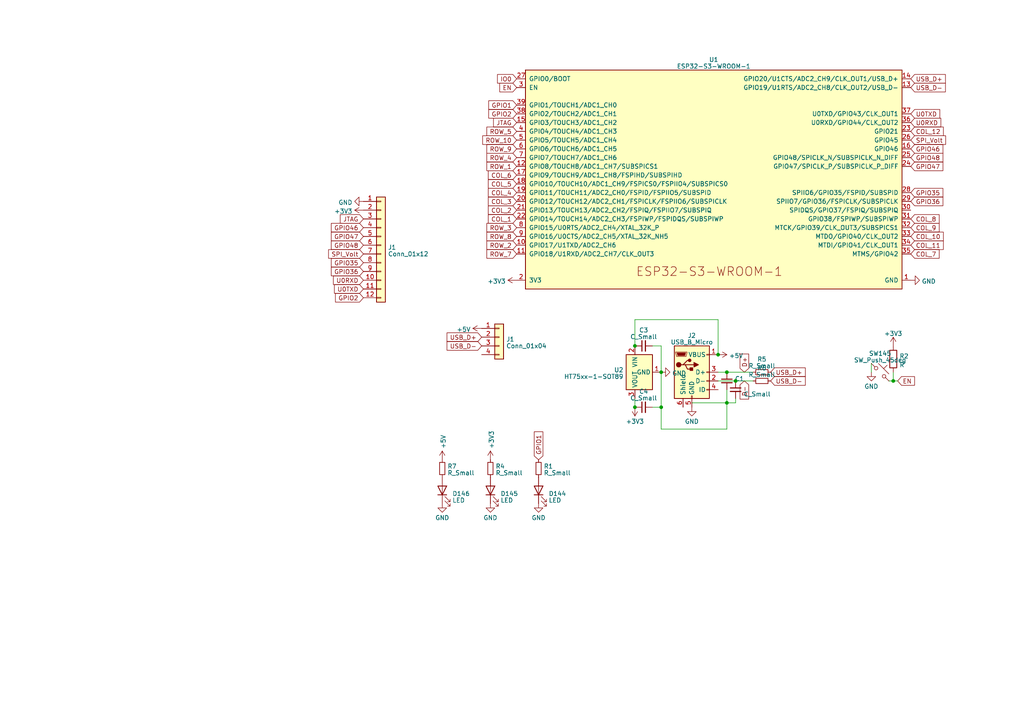
<source format=kicad_sch>
(kicad_sch (version 20230121) (generator eeschema)
  (paper "A4")
  (lib_symbols
    (symbol "Connector:USB_B_Micro" (pin_names (offset 1.016))
      (property "Reference" "J" (at -5.08 11.43 0))
      (property "Value" "USB_B_Micro" (at -5.08 8.89 0))
      (symbol "USB_B_Micro_1_1"
        (pin power_out line (at 7.62 5.08 180) (length 2.54) (name "VBUS") (number "1"))
        (pin bidirectional line (at 7.62 -2.54 180) (length 2.54) (name "D-") (number "2"))
        (pin bidirectional line (at 7.62 0 180) (length 2.54) (name "D+") (number "3"))
        (pin passive line (at 7.62 -5.08 180) (length 2.54) (name "ID") (number "4"))
        (pin power_out line (at 0 -10.16 90) (length 2.54) (name "GND") (number "5"))
        (pin passive line (at -2.54 -10.16 90) (length 2.54) (name "Shield") (number "6"))
      )
    )
    (symbol "Connector_Generic:Conn_01x04" (pin_names (offset 1.016) hide)
      (property "Reference" "J" (at 0 5.08 0))
      (property "Value" "Conn_01x04" (at 0 -7.62 0))
      (symbol "Conn_01x04_1_1"
        (pin passive line (at -5.08 2.54 0) (length 3.81) (name "Pin_1") (number "1"))
        (pin passive line (at -5.08 0 0) (length 3.81) (name "Pin_2") (number "2"))
        (pin passive line (at -5.08 -2.54 0) (length 3.81) (name "Pin_3") (number "3"))
        (pin passive line (at -5.08 -5.08 0) (length 3.81) (name "Pin_4") (number "4"))
      )
    )
    (symbol "Connector_Generic:Conn_01x12" (pin_names (offset 1.016) hide)
      (property "Reference" "J" (at 0 15.24 0))
      (property "Value" "Conn_01x12" (at 0 -17.78 0))
      (symbol "Conn_01x12_1_1"
        (pin passive line (at -5.08 12.7 0) (length 3.81) (name "Pin_1") (number "1"))
        (pin passive line (at -5.08 -10.16 0) (length 3.81) (name "Pin_10") (number "10"))
        (pin passive line (at -5.08 -12.7 0) (length 3.81) (name "Pin_11") (number "11"))
        (pin passive line (at -5.08 -15.24 0) (length 3.81) (name "Pin_12") (number "12"))
        (pin passive line (at -5.08 10.16 0) (length 3.81) (name "Pin_2") (number "2"))
        (pin passive line (at -5.08 7.62 0) (length 3.81) (name "Pin_3") (number "3"))
        (pin passive line (at -5.08 5.08 0) (length 3.81) (name "Pin_4") (number "4"))
        (pin passive line (at -5.08 2.54 0) (length 3.81) (name "Pin_5") (number "5"))
        (pin passive line (at -5.08 0 0) (length 3.81) (name "Pin_6") (number "6"))
        (pin passive line (at -5.08 -2.54 0) (length 3.81) (name "Pin_7") (number "7"))
        (pin passive line (at -5.08 -5.08 0) (length 3.81) (name "Pin_8") (number "8"))
        (pin passive line (at -5.08 -7.62 0) (length 3.81) (name "Pin_9") (number "9"))
      )
    )
    (symbol "Device:C_Small" (pin_numbers hide) (pin_names (offset 0.254) hide)
      (property "Reference" "C" (at 0.254 1.778 0))
      (property "Value" "C_Small" (at 0.254 -2.032 0))
      (symbol "C_Small_1_1"
        (pin passive line (at 0 2.54 270) (length 2.032) (name "~") (number "1"))
        (pin passive line (at 0 -2.54 90) (length 2.032) (name "~") (number "2"))
      )
    )
    (symbol "Device:LED" (pin_numbers hide) (pin_names (offset 1.016) hide)
      (property "Reference" "D" (at 0 2.54 0))
      (property "Value" "LED" (at 0 -2.54 0))
      (symbol "LED_1_1"
        (pin passive line (at -3.81 0 0) (length 2.54) (name "K") (number "1"))
        (pin passive line (at 3.81 0 180) (length 2.54) (name "A") (number "2"))
      )
    )
    (symbol "Device:R" (pin_numbers hide) (pin_names (offset 0))
      (property "Reference" "R" (at 2.032 0 90))
      (property "Value" "R" (at 0 0 90))
      (symbol "R_1_1"
        (pin passive line (at 0 3.81 270) (length 1.27) (name "~") (number "1"))
        (pin passive line (at 0 -3.81 90) (length 1.27) (name "~") (number "2"))
      )
    )
    (symbol "Device:R_Small" (pin_numbers hide) (pin_names (offset 0.254) hide)
      (property "Reference" "R" (at 0.762 0.508 0))
      (property "Value" "R_Small" (at 0.762 -1.016 0))
      (symbol "R_Small_1_1"
        (pin passive line (at 0 2.54 270) (length 0.762) (name "~") (number "1"))
        (pin passive line (at 0 -2.54 90) (length 0.762) (name "~") (number "2"))
      )
    )
    (symbol "Diode:1N4148" (pin_numbers hide) (pin_names hide)
      (property "Reference" "D" (at 0 2.54 0))
      (property "Value" "1N4148" (at 0 -2.54 0))
      (symbol "1N4148_1_1"
        (pin passive line (at -3.81 0 0) (length 2.54) (name "K") (number "1"))
        (pin passive line (at 3.81 0 180) (length 2.54) (name "A") (number "2"))
      )
    )
    (symbol "Espressif:ESP32-S3-WROOM-1" (pin_names (offset 1.016))
      (property "Reference" "U" (at -53.34 38.1 0))
      (property "Value" "ESP32-S3-WROOM-1" (at -53.34 35.56 0))
      (symbol "ESP32-S3-WROOM-1_0_0"
        (text "ESP32-S3-WROOM-1" (at 0 -25.4 0) (effects (font (size 2.54 2.54))))
        (pin power_in line (at 58.42 -27.94 180) (length 2.54) (name "GND") (number "1"))
        (pin bidirectional line (at -55.88 -17.78 0) (length 2.54) (name "GPIO17/U1TXD/ADC2_CH6") (number "10"))
        (pin bidirectional line (at -55.88 -20.32 0) (length 2.54) (name "GPIO18/U1RXD/ADC2_CH7/CLK_OUT3") (number "11"))
        (pin bidirectional line (at -55.88 5.08 0) (length 2.54) (name "GPIO8/TOUCH8/ADC1_CH7/SUBSPICS1") (number "12"))
        (pin bidirectional line (at 58.42 27.94 180) (length 2.54) (name "GPIO19/U1RTS/ADC2_CH8/CLK_OUT2/USB_D-") (number "13"))
        (pin bidirectional line (at 58.42 30.48 180) (length 2.54) (name "GPIO20/U1CTS/ADC2_CH9/CLK_OUT1/USB_D+") (number "14"))
        (pin bidirectional line (at -55.88 17.78 0) (length 2.54) (name "GPIO3/TOUCH3/ADC1_CH2") (number "15"))
        (pin bidirectional line (at 58.42 10.16 180) (length 2.54) (name "GPIO46") (number "16"))
        (pin bidirectional line (at -55.88 2.54 0) (length 2.54) (name "GPIO9/TOUCH9/ADC1_CH8/FSPIHD/SUBSPIHD") (number "17"))
        (pin bidirectional line (at -55.88 0 0) (length 2.54) (name "GPIO10/TOUCH10/ADC1_CH9/FSPICS0/FSPIIO4/SUBSPICS0") (number "18"))
        (pin bidirectional line (at -55.88 -2.54 0) (length 2.54) (name "GPIO11/TOUCH11/ADC2_CH0/FSPID/FSPIIO5/SUBSPID") (number "19"))
        (pin power_in line (at -55.88 -27.94 0) (length 2.54) (name "3V3") (number "2"))
        (pin bidirectional line (at -55.88 -5.08 0) (length 2.54) (name "GPIO12/TOUCH12/ADC2_CH1/FSPICLK/FSPIIO6/SUBSPICLK") (number "20"))
        (pin bidirectional line (at -55.88 -7.62 0) (length 2.54) (name "GPIO13/TOUCH13/ADC2_CH2/FSPIQ/FSPIIO7/SUBSPIQ") (number "21"))
        (pin bidirectional line (at -55.88 -10.16 0) (length 2.54) (name "GPIO14/TOUCH14/ADC2_CH3/FSPIWP/FSPIDQS/SUBSPIWP") (number "22"))
        (pin bidirectional line (at 58.42 15.24 180) (length 2.54) (name "GPIO21") (number "23"))
        (pin bidirectional line (at 58.42 5.08 180) (length 2.54) (name "GPIO47/SPICLK_P/SUBSPICLK_P_DIFF") (number "24"))
        (pin bidirectional line (at 58.42 7.62 180) (length 2.54) (name "GPIO48/SPICLK_N/SUBSPICLK_N_DIFF") (number "25"))
        (pin bidirectional line (at 58.42 12.7 180) (length 2.54) (name "GPIO45") (number "26"))
        (pin bidirectional line (at -55.88 30.48 0) (length 2.54) (name "GPIO0/BOOT") (number "27"))
        (pin bidirectional line (at 58.42 -2.54 180) (length 2.54) (name "SPIIO6/GPIO35/FSPID/SUBSPID") (number "28"))
        (pin bidirectional line (at 58.42 -5.08 180) (length 2.54) (name "SPIIO7/GPIO36/FSPICLK/SUBSPICLK") (number "29"))
        (pin input line (at -55.88 27.94 0) (length 2.54) (name "EN") (number "3"))
        (pin bidirectional line (at 58.42 -7.62 180) (length 2.54) (name "SPIDQS/GPIO37/FSPIQ/SUBSPIQ") (number "30"))
        (pin bidirectional line (at 58.42 -10.16 180) (length 2.54) (name "GPIO38/FSPIWP/SUBSPIWP") (number "31"))
        (pin bidirectional line (at 58.42 -12.7 180) (length 2.54) (name "MTCK/GPIO39/CLK_OUT3/SUBSPICS1") (number "32"))
        (pin bidirectional line (at 58.42 -15.24 180) (length 2.54) (name "MTDO/GPIO40/CLK_OUT2") (number "33"))
        (pin bidirectional line (at 58.42 -17.78 180) (length 2.54) (name "MTDI/GPIO41/CLK_OUT1") (number "34"))
        (pin bidirectional line (at 58.42 -20.32 180) (length 2.54) (name "MTMS/GPIO42") (number "35"))
        (pin bidirectional line (at 58.42 17.78 180) (length 2.54) (name "U0RXD/GPIO44/CLK_OUT2") (number "36"))
        (pin bidirectional line (at 58.42 20.32 180) (length 2.54) (name "U0TXD/GPIO43/CLK_OUT1") (number "37"))
        (pin bidirectional line (at -55.88 20.32 0) (length 2.54) (name "GPIO2/TOUCH2/ADC1_CH1") (number "38"))
        (pin bidirectional line (at -55.88 22.86 0) (length 2.54) (name "GPIO1/TOUCH1/ADC1_CH0") (number "39"))
        (pin bidirectional line (at -55.88 15.24 0) (length 2.54) (name "GPIO4/TOUCH4/ADC1_CH3") (number "4"))
        (pin passive line (at 58.42 -27.94 180) (length 2.54) hide (name "GND") (number "40"))
        (pin passive line (at 58.42 -27.94 180) (length 2.54) hide (name "GND") (number "41"))
        (pin bidirectional line (at -55.88 12.7 0) (length 2.54) (name "GPIO5/TOUCH5/ADC1_CH4") (number "5"))
        (pin bidirectional line (at -55.88 10.16 0) (length 2.54) (name "GPIO6/TOUCH6/ADC1_CH5") (number "6"))
        (pin bidirectional line (at -55.88 7.62 0) (length 2.54) (name "GPIO7/TOUCH7/ADC1_CH6") (number "7"))
        (pin bidirectional line (at -55.88 -12.7 0) (length 2.54) (name "GPIO15/U0RTS/ADC2_CH4/XTAL_32K_P") (number "8"))
        (pin bidirectional line (at -55.88 -15.24 0) (length 2.54) (name "GPIO16/U0CTS/ADC2_CH5/XTAL_32K_NH5") (number "9"))
      )
    )
    (symbol "Regulator_Linear:HT75xx-1-SOT89"
      (property "Reference" "U" (at -5.08 -3.81 0))
      (property "Value" "HT75xx-1-SOT89" (at 0 6.35 0))
      (symbol "HT75xx-1-SOT89_1_1"
        (pin power_in line (at 0 -5.08 90) (length 2.54) (name "GND") (number "1"))
        (pin power_in line (at -7.62 2.54 0) (length 2.54) (name "VIN") (number "2"))
        (pin power_out line (at 7.62 2.54 180) (length 2.54) (name "VOUT") (number "3"))
      )
    )
    (symbol "Switch:SW_Push_45deg" (pin_numbers hide) (pin_names (offset 1.016) hide)
      (property "Reference" "SW" (at 3.048 1.016 0))
      (property "Value" "SW_Push_45deg" (at 0 -3.81 0))
      (symbol "SW_Push_45deg_0_1"
        (pin passive line (at -2.54 2.54 0) (length 0) (name "1") (number "1"))
        (pin passive line (at 2.54 -2.54 180) (length 0) (name "2") (number "2"))
      )
    )
    (symbol "power:+3V3" (power) (pin_names (offset 0))
      (property "Value" "+3V3" (at 0 3.556 0))
      (symbol "+3V3_1_1"
        (pin power_in line (at 0 0 90) (length 0) hide (name "+3V3") (number "1"))
      )
    )
    (symbol "power:+5V" (power) (pin_names (offset 0))
      (property "Value" "+5V" (at 0 3.556 0))
      (symbol "+5V_1_1"
        (pin power_in line (at 0 0 90) (length 0) hide (name "+5V") (number "1"))
      )
    )
    (symbol "power:GND" (power) (pin_names (offset 0))
      (property "Value" "GND" (at 0 -3.81 0))
      (symbol "GND_1_1"
        (pin power_in line (at 0 0 270) (length 0) hide (name "GND") (number "1"))
      )
    )
  )
  (junction (at 116.84 -34.29))
  (junction (at 17.78 -118.11))
  (junction (at 203.2 -48.26))
  (junction (at 45.72 -73.66))
  (junction (at 29.21 -115.57))
  (junction (at 95.25 -101.6))
  (junction (at 111.76 -73.66))
  (junction (at 165.1 -45.72))
  (junction (at 203.2 -34.29))
  (junction (at 78.74 -115.57))
  (junction (at 78.74 -45.72))
  (junction (at 328.93 -115.57))
  (junction (at 199.39 -115.57))
  (junction (at 171.45 -118.11))
  (junction (at 62.23 -59.69))
  (junction (at 116.84 -76.2))
  (junction (at 29.21 -73.66))
  (junction (at 269.24 -62.23))
  (junction (at -64.77 -113.03))
  (junction (at 236.22 -76.2))
  (junction (at 133.35 -48.26))
  (junction (at 17.78 -34.29))
  (junction (at 29.21 -17.78))
  (junction (at 165.1 -59.69))
  (junction (at 83.82 -48.26))
  (junction (at 50.8 -62.23))
  (junction (at 50.8 -118.11))
  (junction (at 111.76 -59.69))
  (junction (at 215.9 -101.6))
  (junction (at -59.69 -73.66))
  (junction (at 12.7 -101.6))
  (junction (at -59.69 -45.72))
  (junction (at 269.24 -76.2))
  (junction (at 252.73 -62.23))
  (junction (at 342.9 -115.57))
  (junction (at 236.22 -62.23))
  (junction (at 62.23 -73.66))
  (junction (at 312.42 -110.49))
  (junction (at -92.71 -115.57))
  (junction (at -76.2 -31.75))
  (junction (at 100.33 -34.29))
  (junction (at 231.14 -59.69))
  (junction (at 12.7 -31.75))
  (junction (at 165.1 -73.66))
  (junction (at 247.65 -45.72))
  (junction (at 170.18 -62.23))
  (junction (at 29.21 -59.69))
  (junction (at 116.84 -62.23))
  (junction (at 252.73 -48.26))
  (junction (at 231.14 -73.66))
  (junction (at 95.25 -115.57))
  (junction (at 247.65 -31.75))
  (junction (at 269.24 -48.26))
  (junction (at 34.29 -62.23))
  (junction (at 170.18 -76.2))
  (junction (at 12.7 -45.72))
  (junction (at 95.25 -45.72))
  (junction (at -92.71 -45.72))
  (junction (at 198.12 -31.75))
  (junction (at 231.14 -31.75))
  (junction (at 214.63 -73.66))
  (junction (at -97.79 -57.15))
  (junction (at 95.25 -59.69))
  (junction (at -59.69 -59.69))
  (junction (at -64.77 -57.15))
  (junction (at 29.21 -31.75))
  (junction (at 67.31 -118.11))
  (junction (at 214.63 -45.72))
  (junction (at 191.77 118.11))
  (junction (at 67.31 -76.2))
  (junction (at 45.72 -45.72))
  (junction (at -64.77 -99.06))
  (junction (at 62.23 -101.6))
  (junction (at 252.73 -34.29))
  (junction (at 198.12 -73.66))
  (junction (at 111.76 -115.57))
  (junction (at 259.08 110.49))
  (junction (at -92.71 -73.66))
  (junction (at 312.42 -127))
  (junction (at 326.39 -86.36))
  (junction (at -81.28 -57.15))
  (junction (at -97.79 -99.06))
  (junction (at 326.39 -69.85))
  (junction (at 269.24 -34.29))
  (junction (at 133.35 -76.2))
  (junction (at 312.42 -86.36))
  (junction (at 12.7 -17.78))
  (junction (at -81.28 -29.21))
  (junction (at 214.63 -17.78))
  (junction (at -97.79 -29.21))
  (junction (at -97.79 -43.18))
  (junction (at -92.71 -59.69))
  (junction (at 83.82 -118.11))
  (junction (at -76.2 -115.57))
  (junction (at -92.71 -31.75))
  (junction (at 186.69 -76.2))
  (junction (at 45.72 -17.78))
  (junction (at 62.23 -45.72))
  (junction (at 12.7 -73.66))
  (junction (at -81.28 -43.18))
  (junction (at 29.21 -45.72))
  (junction (at 219.71 -48.26))
  (junction (at 12.7 -115.57))
  (junction (at -43.18 -115.57))
  (junction (at 45.72 -115.57))
  (junction (at 208.28 102.87))
  (junction (at -81.28 -99.06))
  (junction (at 67.31 -62.23))
  (junction (at 199.39 -101.6))
  (junction (at 17.78 -62.23))
  (junction (at -97.79 -113.03))
  (junction (at 186.69 -48.26))
  (junction (at 78.74 -59.69))
  (junction (at 111.76 -45.72))
  (junction (at 247.65 -59.69))
  (junction (at 133.35 -62.23))
  (junction (at 133.35 -118.11))
  (junction (at 213.36 110.49))
  (junction (at 166.37 -115.57))
  (junction (at 62.23 -31.75))
  (junction (at 50.8 -34.29))
  (junction (at 326.39 -127))
  (junction (at 111.76 -31.75))
  (junction (at 12.7 -59.69))
  (junction (at 17.78 -76.2))
  (junction (at 95.25 -17.78))
  (junction (at 182.88 -101.6))
  (junction (at 181.61 -59.69))
  (junction (at 184.15 118.11))
  (junction (at -59.69 -31.75))
  (junction (at 236.22 -48.26))
  (junction (at 236.22 -34.29))
  (junction (at 198.12 -17.78))
  (junction (at -81.28 -113.03))
  (junction (at 187.96 -118.11))
  (junction (at 181.61 -45.72))
  (junction (at 50.8 -76.2))
  (junction (at 314.96 -115.57))
  (junction (at 116.84 -118.11))
  (junction (at 50.8 -48.26))
  (junction (at 247.65 -73.66))
  (junction (at 181.61 -17.78))
  (junction (at 78.74 -31.75))
  (junction (at 133.35 -34.29))
  (junction (at 198.12 -59.69))
  (junction (at 29.21 -101.6))
  (junction (at -76.2 -45.72))
  (junction (at 312.42 -34.29))
  (junction (at 186.69 -62.23))
  (junction (at 231.14 -17.78))
  (junction (at 34.29 -118.11))
  (junction (at 247.65 -17.78))
  (junction (at 165.1 -31.75))
  (junction (at 78.74 -17.78))
  (junction (at 34.29 -48.26))
  (junction (at 342.9 -74.93))
  (junction (at 78.74 -73.66))
  (junction (at 214.63 -59.69))
  (junction (at 67.31 -34.29))
  (junction (at -59.69 -115.57))
  (junction (at -43.18 -73.66))
  (junction (at 111.76 -101.6))
  (junction (at 34.29 -34.29))
  (junction (at 219.71 -62.23))
  (junction (at -43.18 -45.72))
  (junction (at 45.72 -59.69))
  (junction (at 210.82 116.84))
  (junction (at 325.12 -140.97))
  (junction (at 95.25 -31.75))
  (junction (at 62.23 -17.78))
  (junction (at 203.2 -62.23))
  (junction (at -43.18 -31.75))
  (junction (at 191.77 107.95))
  (junction (at 67.31 -48.26))
  (junction (at 203.2 -76.2))
  (junction (at 17.78 -48.26))
  (junction (at 214.63 -31.75))
  (junction (at 116.84 -48.26))
  (junction (at 62.23 -115.57))
  (junction (at 170.18 -48.26))
  (junction (at 328.93 -74.93))
  (junction (at 184.15 100.33))
  (junction (at -64.77 -71.12))
  (junction (at 326.39 -34.29))
  (junction (at 219.71 -76.2))
  (junction (at 204.47 -118.11))
  (junction (at 83.82 -76.2))
  (junction (at 45.72 -31.75))
  (junction (at -97.79 -71.12))
  (junction (at 181.61 -31.75))
  (junction (at -64.77 -29.21))
  (junction (at 186.69 -34.29))
  (junction (at -97.79 -15.24))
  (junction (at -64.77 -15.24))
  (junction (at -81.28 -15.24))
  (junction (at 166.37 -101.6))
  (junction (at 219.71 -34.29))
  (junction (at 83.82 -62.23))
  (junction (at 165.1 -17.78))
  (junction (at 182.88 -115.57))
  (junction (at 100.33 -118.11))
  (junction (at 78.74 -101.6))
  (junction (at -81.28 -71.12))
  (junction (at 326.39 -110.49))
  (junction (at 95.25 -73.66))
  (junction (at -64.77 -43.18))
  (junction (at -43.18 -59.69))
  (junction (at 83.82 -34.29))
  (junction (at 181.61 -73.66))
  (junction (at 210.82 107.95))
  (junction (at 100.33 -48.26))
  (junction (at 220.98 -118.11))
  (junction (at 100.33 -76.2))
  (junction (at 252.73 -76.2))
  (junction (at -76.2 -73.66))
  (junction (at 314.96 -74.93))
  (junction (at 231.14 -45.72))
  (junction (at 100.33 -62.23))
  (junction (at 34.29 -76.2))
  (junction (at -76.2 -59.69))
  (junction (at 111.76 -17.78))
  (junction (at 170.18 -34.29))
  (junction (at 312.42 -69.85))
  (junction (at 198.12 -45.72))
  (junction (at 45.72 -101.6))
  (wire (pts (xy 17.78 -90.17) (xy 17.78 -76.2)))
  (wire (pts (xy 181.61 -59.69) (xy 198.12 -59.69)))
  (wire (pts (xy 237.49 -132.08) (xy 237.49 -104.14)))
  (wire (pts (xy 111.76 -115.57) (xy 128.27 -115.57)))
  (wire (pts (xy 184.15 100.33) (xy 184.15 92.71)))
  (wire (pts (xy -102.87 -99.06) (xy -97.79 -99.06)))
  (wire (pts (xy 7.62 -31.75) (xy 12.7 -31.75)))
  (wire (pts (xy 170.18 -76.2) (xy 170.18 -62.23)))
  (wire (pts (xy -76.2 -87.63) (xy -76.2 -73.66)))
  (wire (pts (xy 252.73 -90.17) (xy 252.73 -76.2)))
  (wire (pts (xy -59.69 -73.66) (xy -59.69 -59.69)))
  (wire (pts (xy 45.72 -31.75) (xy 62.23 -31.75)))
  (wire (pts (xy 166.37 -101.6) (xy 182.88 -101.6)))
  (wire (pts (xy 62.23 -17.78) (xy 78.74 -17.78)))
  (wire (pts (xy 298.45 -86.36) (xy 312.42 -86.36)))
  (wire (pts (xy 189.23 100.33) (xy 191.77 100.33)))
  (wire (pts (xy -102.87 -71.12) (xy -97.79 -71.12)))
  (wire (pts (xy -92.71 -59.69) (xy -92.71 -45.72)))
  (wire (pts (xy -97.79 -29.21) (xy -81.28 -29.21)))
  (wire (pts (xy 186.69 -90.17) (xy 186.69 -76.2)))
  (wire (pts (xy 29.21 -45.72) (xy 45.72 -45.72)))
  (wire (pts (xy 165.1 -45.72) (xy 181.61 -45.72)))
  (wire (pts (xy -64.77 -71.12) (xy -48.26 -71.12)))
  (wire (pts (xy 95.25 -115.57) (xy 111.76 -115.57)))
  (wire (pts (xy 100.33 -132.08) (xy 100.33 -118.11)))
  (wire (pts (xy 100.33 -76.2) (xy 100.33 -62.23)))
  (wire (pts (xy 78.74 -101.6) (xy 95.25 -101.6)))
  (wire (pts (xy 116.84 -34.29) (xy 116.84 -20.32)))
  (wire (pts (xy 208.28 92.71) (xy 208.28 102.87)))
  (wire (pts (xy 198.12 -31.75) (xy 214.63 -31.75)))
  (wire (pts (xy -81.28 -71.12) (xy -64.77 -71.12)))
  (wire (pts (xy 247.65 -31.75) (xy 264.16 -31.75)))
  (wire (pts (xy 45.72 -17.78) (xy 62.23 -17.78)))
  (wire (pts (xy 95.25 -59.69) (xy 111.76 -59.69)))
  (wire (pts (xy 95.25 -73.66) (xy 111.76 -73.66)))
  (wire (pts (xy 203.2 -62.23) (xy 203.2 -48.26)))
  (wire (pts (xy 34.29 -90.17) (xy 34.29 -76.2)))
  (wire (pts (xy -64.77 -57.15) (xy -48.26 -57.15)))
  (wire (pts (xy 17.78 -48.26) (xy 17.78 -34.29)))
  (wire (pts (xy -97.79 -43.18) (xy -81.28 -43.18)))
  (wire (pts (xy -59.69 -31.75) (xy -59.69 -17.78)))
  (wire (pts (xy -64.77 -29.21) (xy -48.26 -29.21)))
  (wire (pts (xy -92.71 -31.75) (xy -92.71 -17.78)))
  (wire (pts (xy 252.73 -48.26) (xy 252.73 -34.29)))
  (wire (pts (xy 12.7 -45.72) (xy 29.21 -45.72)))
  (wire (pts (xy 326.39 -34.29) (xy 340.36 -34.29)))
  (wire (pts (xy 45.72 -73.66) (xy 62.23 -73.66)))
  (wire (pts (xy 328.93 -115.57) (xy 328.93 -107.95)))
  (wire (pts (xy 326.39 -69.85) (xy 340.36 -69.85)))
  (wire (pts (xy 213.36 110.49) (xy 218.44 110.49)))
  (wire (pts (xy 328.93 -74.93) (xy 328.93 -67.31)))
  (wire (pts (xy 83.82 -118.11) (xy 83.82 -104.14)))
  (wire (pts (xy 83.82 -76.2) (xy 83.82 -62.23)))
  (wire (pts (xy 29.21 -17.78) (xy 45.72 -17.78)))
  (wire (pts (xy 95.25 -31.75) (xy 111.76 -31.75)))
  (wire (pts (xy 12.7 -17.78) (xy 29.21 -17.78)))
  (wire (pts (xy 34.29 -62.23) (xy 34.29 -48.26)))
  (wire (pts (xy -102.87 -43.18) (xy -97.79 -43.18)))
  (wire (pts (xy 187.96 -118.11) (xy 187.96 -104.14)))
  (wire (pts (xy -76.2 -31.75) (xy -76.2 -17.78)))
  (wire (pts (xy 133.35 -132.08) (xy 133.35 -118.11)))
  (wire (pts (xy 247.65 -45.72) (xy 264.16 -45.72)))
  (wire (pts (xy 219.71 -48.26) (xy 219.71 -34.29)))
  (wire (pts (xy 67.31 -132.08) (xy 67.31 -118.11)))
  (wire (pts (xy -64.77 -15.24) (xy -48.26 -15.24)))
  (wire (pts (xy 231.14 -17.78) (xy 247.65 -17.78)))
  (wire (pts (xy -64.77 -43.18) (xy -48.26 -43.18)))
  (wire (pts (xy -64.77 -113.03) (xy -48.26 -113.03)))
  (wire (pts (xy -92.71 -87.63) (xy -92.71 -73.66)))
  (wire (pts (xy 247.65 -17.78) (xy 264.16 -17.78)))
  (wire (pts (xy 231.14 -73.66) (xy 247.65 -73.66)))
  (wire (pts (xy 67.31 -118.11) (xy 67.31 -104.14)))
  (wire (pts (xy 62.23 -59.69) (xy 78.74 -59.69)))
  (wire (pts (xy 171.45 -132.08) (xy 171.45 -118.11)))
  (wire (pts (xy 7.62 -101.6) (xy 12.7 -101.6)))
  (wire (pts (xy 111.76 -73.66) (xy 128.27 -73.66)))
  (wire (pts (xy -43.18 -73.66) (xy -43.18 -59.69)))
  (wire (pts (xy 231.14 -31.75) (xy 247.65 -31.75)))
  (wire (pts (xy 7.62 -45.72) (xy 12.7 -45.72)))
  (wire (pts (xy 298.45 -127) (xy 312.42 -127)))
  (wire (pts (xy 170.18 -90.17) (xy 170.18 -76.2)))
  (wire (pts (xy 34.29 -34.29) (xy 34.29 -20.32)))
  (wire (pts (xy 7.62 -59.69) (xy 12.7 -59.69)))
  (wire (pts (xy 62.23 -115.57) (xy 78.74 -115.57)))
  (wire (pts (xy -59.69 -87.63) (xy -59.69 -73.66)))
  (wire (pts (xy 67.31 -76.2) (xy 67.31 -62.23)))
  (wire (pts (xy 165.1 -59.69) (xy 181.61 -59.69)))
  (wire (pts (xy 78.74 -115.57) (xy 95.25 -115.57)))
  (wire (pts (xy 50.8 -76.2) (xy 50.8 -62.23)))
  (wire (pts (xy 116.84 -48.26) (xy 116.84 -34.29)))
  (wire (pts (xy -43.18 -31.75) (xy -43.18 -17.78)))
  (wire (pts (xy 160.02 -73.66) (xy 165.1 -73.66)))
  (wire (pts (xy 342.9 -132.08) (xy 342.9 -115.57)))
  (wire (pts (xy 111.76 -101.6) (xy 128.27 -101.6)))
  (wire (pts (xy 83.82 -34.29) (xy 83.82 -20.32)))
  (wire (pts (xy 182.88 -101.6) (xy 199.39 -101.6)))
  (wire (pts (xy -43.18 -129.54) (xy -43.18 -115.57)))
  (wire (pts (xy 219.71 -90.17) (xy 219.71 -76.2)))
  (wire (pts (xy 160.02 -45.72) (xy 165.1 -45.72)))
  (wire (pts (xy -102.87 -15.24) (xy -97.79 -15.24)))
  (wire (pts (xy 325.12 -140.97) (xy 326.39 -140.97)))
  (wire (pts (xy 111.76 -17.78) (xy 128.27 -17.78)))
  (wire (pts (xy 67.31 -90.17) (xy 67.31 -76.2)))
  (wire (pts (xy -92.71 -73.66) (xy -92.71 -59.69)))
  (wire (pts (xy 219.71 -76.2) (xy 219.71 -62.23)))
  (wire (pts (xy 17.78 -132.08) (xy 17.78 -118.11)))
  (wire (pts (xy -76.2 -129.54) (xy -76.2 -115.57)))
  (wire (pts (xy 236.22 -48.26) (xy 236.22 -34.29)))
  (wire (pts (xy 186.69 -62.23) (xy 186.69 -48.26)))
  (wire (pts (xy 214.63 -73.66) (xy 231.14 -73.66)))
  (wire (pts (xy 236.22 -76.2) (xy 236.22 -62.23)))
  (wire (pts (xy 45.72 -101.6) (xy 62.23 -101.6)))
  (wire (pts (xy 133.35 -90.17) (xy 133.35 -76.2)))
  (wire (pts (xy 170.18 -34.29) (xy 170.18 -20.32)))
  (wire (pts (xy 214.63 -17.78) (xy 231.14 -17.78)))
  (wire (pts (xy 325.12 -143.51) (xy 325.12 -140.97)))
  (wire (pts (xy 83.82 -90.17) (xy 83.82 -76.2)))
  (wire (pts (xy 220.98 -132.08) (xy 220.98 -118.11)))
  (wire (pts (xy 231.14 -59.69) (xy 247.65 -59.69)))
  (wire (pts (xy 100.33 -48.26) (xy 100.33 -34.29)))
  (wire (pts (xy 12.7 -31.75) (xy 29.21 -31.75)))
  (wire (pts (xy 191.77 100.33) (xy 191.77 107.95)))
  (wire (pts (xy 186.69 -48.26) (xy 186.69 -34.29)))
  (wire (pts (xy 100.33 -118.11) (xy 100.33 -104.14)))
  (wire (pts (xy 17.78 -76.2) (xy 17.78 -62.23)))
  (wire (pts (xy 215.9 -101.6) (xy 232.41 -101.6)))
  (wire (pts (xy 298.45 -69.85) (xy 312.42 -69.85)))
  (wire (pts (xy -97.79 -113.03) (xy -81.28 -113.03)))
  (wire (pts (xy 111.76 -59.69) (xy 128.27 -59.69)))
  (wire (pts (xy 78.74 -31.75) (xy 95.25 -31.75)))
  (wire (pts (xy 219.71 -34.29) (xy 219.71 -20.32)))
  (wire (pts (xy -81.28 -29.21) (xy -64.77 -29.21)))
  (wire (pts (xy 181.61 -31.75) (xy 198.12 -31.75)))
  (wire (pts (xy 269.24 -90.17) (xy 269.24 -76.2)))
  (wire (pts (xy 252.73 -34.29) (xy 252.73 -20.32)))
  (wire (pts (xy 314.96 -132.08) (xy 314.96 -115.57)))
  (wire (pts (xy 7.62 -17.78) (xy 12.7 -17.78)))
  (wire (pts (xy -92.71 -115.57) (xy -92.71 -101.6)))
  (wire (pts (xy 34.29 -48.26) (xy 34.29 -34.29)))
  (wire (pts (xy 312.42 -110.49) (xy 326.39 -110.49)))
  (wire (pts (xy 312.42 -127) (xy 326.39 -127)))
  (wire (pts (xy 208.28 107.95) (xy 210.82 107.95)))
  (wire (pts (xy -76.2 -45.72) (xy -76.2 -31.75)))
  (wire (pts (xy -76.2 -115.57) (xy -76.2 -101.6)))
  (wire (pts (xy -102.87 -113.03) (xy -97.79 -113.03)))
  (wire (pts (xy -59.69 -59.69) (xy -59.69 -45.72)))
  (wire (pts (xy 95.25 -45.72) (xy 111.76 -45.72)))
  (wire (pts (xy 62.23 -31.75) (xy 78.74 -31.75)))
  (wire (pts (xy 133.35 -62.23) (xy 133.35 -48.26)))
  (wire (pts (xy 342.9 -39.37) (xy 342.9 -31.75)))
  (wire (pts (xy 198.12 -17.78) (xy 214.63 -17.78)))
  (wire (pts (xy -92.71 -129.54) (xy -92.71 -115.57)))
  (wire (pts (xy 342.9 -91.44) (xy 342.9 -74.93)))
  (wire (pts (xy 83.82 -48.26) (xy 83.82 -34.29)))
  (wire (pts (xy 200.66 116.84) (xy 210.82 116.84)))
  (wire (pts (xy 186.69 -76.2) (xy 186.69 -62.23)))
  (wire (pts (xy 95.25 -101.6) (xy 111.76 -101.6)))
  (wire (pts (xy 184.15 92.71) (xy 208.28 92.71)))
  (wire (pts (xy 29.21 -59.69) (xy 45.72 -59.69)))
  (wire (pts (xy 203.2 -76.2) (xy 203.2 -62.23)))
  (wire (pts (xy 199.39 -115.57) (xy 215.9 -115.57)))
  (wire (pts (xy 171.45 -118.11) (xy 171.45 -104.14)))
  (wire (pts (xy 219.71 -62.23) (xy 219.71 -48.26)))
  (wire (pts (xy 45.72 -45.72) (xy 62.23 -45.72)))
  (wire (pts (xy 220.98 -118.11) (xy 220.98 -104.14)))
  (wire (pts (xy -81.28 -15.24) (xy -64.77 -15.24)))
  (wire (pts (xy 50.8 -48.26) (xy 50.8 -34.29)))
  (wire (pts (xy -43.18 -115.57) (xy -43.18 -101.6)))
  (wire (pts (xy 29.21 -115.57) (xy 45.72 -115.57)))
  (wire (pts (xy 203.2 -90.17) (xy 203.2 -76.2)))
  (wire (pts (xy 181.61 -45.72) (xy 198.12 -45.72)))
  (wire (pts (xy 50.8 -132.08) (xy 50.8 -118.11)))
  (wire (pts (xy 236.22 -34.29) (xy 236.22 -20.32)))
  (wire (pts (xy -97.79 -15.24) (xy -81.28 -15.24)))
  (wire (pts (xy 269.24 -34.29) (xy 269.24 -20.32)))
  (wire (pts (xy 50.8 -34.29) (xy 50.8 -20.32)))
  (wire (pts (xy 298.45 -34.29) (xy 312.42 -34.29)))
  (wire (pts (xy 325.12 -140.97) (xy 323.85 -140.97)))
  (wire (pts (xy 269.24 -62.23) (xy 269.24 -48.26)))
  (wire (pts (xy 165.1 -31.75) (xy 181.61 -31.75)))
  (wire (pts (xy 29.21 -73.66) (xy 45.72 -73.66)))
  (wire (pts (xy 160.02 -17.78) (xy 165.1 -17.78)))
  (wire (pts (xy 257.81 110.49) (xy 259.08 110.49)))
  (wire (pts (xy 312.42 -86.36) (xy 326.39 -86.36)))
  (wire (pts (xy 100.33 -90.17) (xy 100.33 -76.2)))
  (wire (pts (xy 161.29 -115.57) (xy 166.37 -115.57)))
  (wire (pts (xy 181.61 -17.78) (xy 198.12 -17.78)))
  (wire (pts (xy 17.78 -62.23) (xy 17.78 -48.26)))
  (wire (pts (xy 214.63 -45.72) (xy 231.14 -45.72)))
  (wire (pts (xy 203.2 -48.26) (xy 203.2 -34.29)))
  (wire (pts (xy 160.02 -31.75) (xy 165.1 -31.75)))
  (wire (pts (xy -59.69 -129.54) (xy -59.69 -115.57)))
  (wire (pts (xy 269.24 -48.26) (xy 269.24 -34.29)))
  (wire (pts (xy 191.77 107.95) (xy 191.77 118.11)))
  (wire (pts (xy 314.96 -115.57) (xy 314.96 -107.95)))
  (wire (pts (xy 78.74 -45.72) (xy 95.25 -45.72)))
  (wire (pts (xy 116.84 -76.2) (xy 116.84 -62.23)))
  (wire (pts (xy 186.69 -34.29) (xy 186.69 -20.32)))
  (wire (pts (xy 252.73 105.41) (xy 252.73 107.95)))
  (wire (pts (xy 326.39 -86.36) (xy 340.36 -86.36)))
  (wire (pts (xy 208.28 110.49) (xy 213.36 110.49)))
  (wire (pts (xy 210.82 124.46) (xy 210.82 116.84)))
  (wire (pts (xy 12.7 -101.6) (xy 29.21 -101.6)))
  (wire (pts (xy -76.2 -59.69) (xy -76.2 -45.72)))
  (wire (pts (xy 67.31 -34.29) (xy 67.31 -20.32)))
  (wire (pts (xy 269.24 -76.2) (xy 269.24 -62.23)))
  (wire (pts (xy -97.79 -99.06) (xy -81.28 -99.06)))
  (wire (pts (xy 312.42 -69.85) (xy 326.39 -69.85)))
  (wire (pts (xy 210.82 113.03) (xy 210.82 116.84)))
  (wire (pts (xy 133.35 -76.2) (xy 133.35 -62.23)))
  (wire (pts (xy 100.33 -62.23) (xy 100.33 -48.26)))
  (wire (pts (xy 100.33 -34.29) (xy 100.33 -20.32)))
  (wire (pts (xy -102.87 -29.21) (xy -97.79 -29.21)))
  (wire (pts (xy 252.73 -76.2) (xy 252.73 -62.23)))
  (wire (pts (xy 210.82 107.95) (xy 218.44 107.95)))
  (wire (pts (xy 247.65 -73.66) (xy 264.16 -73.66)))
  (wire (pts (xy -81.28 -43.18) (xy -64.77 -43.18)))
  (wire (pts (xy 182.88 -115.57) (xy 199.39 -115.57)))
  (wire (pts (xy 45.72 -59.69) (xy 62.23 -59.69)))
  (wire (pts (xy 259.08 107.95) (xy 259.08 110.49)))
  (wire (pts (xy -102.87 -57.15) (xy -97.79 -57.15)))
  (wire (pts (xy -43.18 -45.72) (xy -43.18 -31.75)))
  (wire (pts (xy -97.79 -57.15) (xy -81.28 -57.15)))
  (wire (pts (xy -76.2 -73.66) (xy -76.2 -59.69)))
  (wire (pts (xy 67.31 -62.23) (xy 67.31 -48.26)))
  (wire (pts (xy 314.96 -74.93) (xy 314.96 -67.31)))
  (wire (pts (xy 78.74 -59.69) (xy 95.25 -59.69)))
  (wire (pts (xy 198.12 -59.69) (xy 214.63 -59.69)))
  (wire (pts (xy 78.74 -73.66) (xy 95.25 -73.66)))
  (wire (pts (xy -43.18 -87.63) (xy -43.18 -73.66)))
  (wire (pts (xy 318.77 -146.05) (xy 318.77 -143.51)))
  (wire (pts (xy 17.78 -34.29) (xy 17.78 -20.32)))
  (wire (pts (xy -59.69 -115.57) (xy -59.69 -101.6)))
  (wire (pts (xy 34.29 -118.11) (xy 34.29 -104.14)))
  (wire (pts (xy 314.96 -39.37) (xy 314.96 -31.75)))
  (wire (pts (xy 170.18 -48.26) (xy 170.18 -34.29)))
  (wire (pts (xy 29.21 -31.75) (xy 45.72 -31.75)))
  (wire (pts (xy 12.7 -73.66) (xy 29.21 -73.66)))
  (wire (pts (xy 231.14 -45.72) (xy 247.65 -45.72)))
  (wire (pts (xy 342.9 -115.57) (xy 342.9 -107.95)))
  (wire (pts (xy 78.74 -17.78) (xy 95.25 -17.78)))
  (wire (pts (xy 214.63 -59.69) (xy 231.14 -59.69)))
  (wire (pts (xy 298.45 -110.49) (xy 312.42 -110.49)))
  (wire (pts (xy 133.35 -118.11) (xy 133.35 -104.14)))
  (wire (pts (xy 203.2 -34.29) (xy 203.2 -20.32)))
  (wire (pts (xy -81.28 -57.15) (xy -64.77 -57.15)))
  (wire (pts (xy 111.76 -31.75) (xy 128.27 -31.75)))
  (wire (pts (xy 17.78 -118.11) (xy 17.78 -104.14)))
  (wire (pts (xy 314.96 -91.44) (xy 314.96 -74.93)))
  (wire (pts (xy 198.12 -45.72) (xy 214.63 -45.72)))
  (wire (pts (xy 328.93 -91.44) (xy 328.93 -74.93)))
  (wire (pts (xy 328.93 -39.37) (xy 328.93 -31.75)))
  (wire (pts (xy 259.08 110.49) (xy 260.35 110.49)))
  (wire (pts (xy 34.29 -76.2) (xy 34.29 -62.23)))
  (wire (pts (xy 191.77 118.11) (xy 191.77 124.46)))
  (wire (pts (xy 236.22 -90.17) (xy 236.22 -76.2)))
  (wire (pts (xy 50.8 -62.23) (xy 50.8 -48.26)))
  (wire (pts (xy 133.35 -48.26) (xy 133.35 -34.29)))
  (wire (pts (xy 210.82 116.84) (xy 213.36 116.84)))
  (wire (pts (xy 116.84 -90.17) (xy 116.84 -76.2)))
  (wire (pts (xy 326.39 -127) (xy 340.36 -127)))
  (wire (pts (xy 62.23 -101.6) (xy 78.74 -101.6)))
  (wire (pts (xy 247.65 -59.69) (xy 264.16 -59.69)))
  (wire (pts (xy 187.96 -132.08) (xy 187.96 -118.11)))
  (wire (pts (xy 62.23 -45.72) (xy 78.74 -45.72)))
  (wire (pts (xy 161.29 -101.6) (xy 166.37 -101.6)))
  (wire (pts (xy 116.84 -118.11) (xy 116.84 -104.14)))
  (wire (pts (xy 50.8 -118.11) (xy 50.8 -104.14)))
  (wire (pts (xy 116.84 -132.08) (xy 116.84 -118.11)))
  (wire (pts (xy -59.69 -45.72) (xy -59.69 -31.75)))
  (wire (pts (xy 45.72 -115.57) (xy 62.23 -115.57)))
  (wire (pts (xy 67.31 -48.26) (xy 67.31 -34.29)))
  (wire (pts (xy -43.18 -59.69) (xy -43.18 -45.72)))
  (wire (pts (xy 181.61 -73.66) (xy 198.12 -73.66)))
  (wire (pts (xy 198.12 -73.66) (xy 214.63 -73.66)))
  (wire (pts (xy 111.76 -45.72) (xy 128.27 -45.72)))
  (wire (pts (xy 252.73 -62.23) (xy 252.73 -48.26)))
  (wire (pts (xy 165.1 -73.66) (xy 181.61 -73.66)))
  (wire (pts (xy 204.47 -132.08) (xy 204.47 -118.11)))
  (wire (pts (xy -81.28 -113.03) (xy -64.77 -113.03)))
  (wire (pts (xy 184.15 118.11) (xy 184.15 115.57)))
  (wire (pts (xy 29.21 -101.6) (xy 45.72 -101.6)))
  (wire (pts (xy 116.84 -62.23) (xy 116.84 -48.26)))
  (wire (pts (xy 133.35 -34.29) (xy 133.35 -20.32)))
  (wire (pts (xy 191.77 124.46) (xy 210.82 124.46)))
  (wire (pts (xy -92.71 -45.72) (xy -92.71 -31.75)))
  (wire (pts (xy 160.02 -59.69) (xy 165.1 -59.69)))
  (wire (pts (xy 7.62 -73.66) (xy 12.7 -73.66)))
  (wire (pts (xy 326.39 -110.49) (xy 340.36 -110.49)))
  (wire (pts (xy -97.79 -71.12) (xy -81.28 -71.12)))
  (wire (pts (xy 83.82 -132.08) (xy 83.82 -118.11)))
  (wire (pts (xy 214.63 -31.75) (xy 231.14 -31.75)))
  (wire (pts (xy 342.9 -74.93) (xy 342.9 -67.31)))
  (wire (pts (xy 189.23 118.11) (xy 191.77 118.11)))
  (wire (pts (xy 213.36 116.84) (xy 213.36 115.57)))
  (wire (pts (xy 50.8 -90.17) (xy 50.8 -76.2)))
  (wire (pts (xy 62.23 -73.66) (xy 78.74 -73.66)))
  (wire (pts (xy 95.25 -17.78) (xy 111.76 -17.78)))
  (wire (pts (xy 12.7 -115.57) (xy 29.21 -115.57)))
  (wire (pts (xy 165.1 -17.78) (xy 181.61 -17.78)))
  (wire (pts (xy 236.22 -62.23) (xy 236.22 -48.26)))
  (wire (pts (xy -64.77 -99.06) (xy -48.26 -99.06)))
  (wire (pts (xy 204.47 -118.11) (xy 204.47 -104.14)))
  (wire (pts (xy 312.42 -34.29) (xy 326.39 -34.29)))
  (wire (pts (xy 166.37 -115.57) (xy 182.88 -115.57)))
  (wire (pts (xy 7.62 -115.57) (xy 12.7 -115.57)))
  (wire (pts (xy -81.28 -99.06) (xy -64.77 -99.06)))
  (wire (pts (xy 199.39 -101.6) (xy 215.9 -101.6)))
  (wire (pts (xy 34.29 -132.08) (xy 34.29 -118.11)))
  (wire (pts (xy 170.18 -62.23) (xy 170.18 -48.26)))
  (wire (pts (xy 83.82 -62.23) (xy 83.82 -48.26)))
  (wire (pts (xy 12.7 -59.69) (xy 29.21 -59.69)))
  (wire (pts (xy 328.93 -132.08) (xy 328.93 -115.57)))
  (global_label "COL_4" (shape input) (at 149.86 55.88 180) (property "Intersheetrefs" "${INTERSHEET_REFS}" (effects hide)))
  (global_label "GPIO48" (shape input) (at 264.16 45.72 0) (property "Intersheetrefs" "${INTERSHEET_REFS}" (effects hide)))
  (global_label "COL_5" (shape input) (at 17.78 -90.17 0) (property "Intersheetrefs" "${INTERSHEET_REFS}" (effects hide)))
  (global_label "COL_5" (shape input) (at 17.78 -132.08 0) (property "Intersheetrefs" "${INTERSHEET_REFS}" (effects hide)))
  (global_label "COL_12" (shape input) (at 133.35 -90.17 0) (property "Intersheetrefs" "${INTERSHEET_REFS}" (effects hide)))
  (global_label "COL_11" (shape input) (at 116.84 -132.08 0) (property "Intersheetrefs" "${INTERSHEET_REFS}" (effects hide)))
  (global_label "EN" (shape input) (at 149.86 25.4 180) (property "Intersheetrefs" "${INTERSHEET_REFS}" (effects hide)))
  (global_label "COL_11" (shape input) (at 264.16 71.12 0) (property "Intersheetrefs" "${INTERSHEET_REFS}" (effects hide)))
  (global_label "ROW_4" (shape input) (at -102.87 -29.21 180) (property "Intersheetrefs" "${INTERSHEET_REFS}" (effects hide)))
  (global_label "U0TXD" (shape input) (at 264.16 33.02 0) (property "Intersheetrefs" "${INTERSHEET_REFS}" (effects hide)))
  (global_label "ROW_7" (shape input) (at 328.93 -107.95 270) (property "Intersheetrefs" "${INTERSHEET_REFS}" (effects hide)))
  (global_label "ROW_1" (shape input) (at 149.86 48.26 180) (property "Intersheetrefs" "${INTERSHEET_REFS}" (effects hide)))
  (global_label "COL_1" (shape input) (at -92.71 -87.63 0) (property "Intersheetrefs" "${INTERSHEET_REFS}" (effects hide)))
  (global_label "ROW_10" (shape input) (at 160.02 -17.78 180) (property "Intersheetrefs" "${INTERSHEET_REFS}" (effects hide)))
  (global_label "USB_D-" (shape input) (at 223.52 110.49 0) (property "Intersheetrefs" "${INTERSHEET_REFS}" (effects hide)))
  (global_label "ROW_4" (shape input) (at 149.86 45.72 180) (property "Intersheetrefs" "${INTERSHEET_REFS}" (effects hide)))
  (global_label "ROW_6" (shape input) (at 314.96 -107.95 270) (property "Intersheetrefs" "${INTERSHEET_REFS}" (effects hide)))
  (global_label "USB_D-" (shape input) (at 139.7 100.33 180) (property "Intersheetrefs" "${INTERSHEET_REFS}" (effects hide)))
  (global_label "GPIO47" (shape input) (at 264.16 48.26 0) (property "Intersheetrefs" "${INTERSHEET_REFS}" (effects hide)))
  (global_label "COL_2" (shape input) (at -76.2 -87.63 0) (property "Intersheetrefs" "${INTERSHEET_REFS}" (effects hide)))
  (global_label "COL_12" (shape input) (at 237.49 -132.08 0) (property "Intersheetrefs" "${INTERSHEET_REFS}" (effects hide)))
  (global_label "U0TXD" (shape input) (at 105.41 83.82 180) (property "Intersheetrefs" "${INTERSHEET_REFS}" (effects hide)))
  (global_label "COL_7" (shape input) (at 298.45 -34.29 270) (property "Intersheetrefs" "${INTERSHEET_REFS}" (effects hide)))
  (global_label "COL_12" (shape input) (at 264.16 38.1 0) (property "Intersheetrefs" "${INTERSHEET_REFS}" (effects hide)))
  (global_label "COL_3" (shape input) (at -59.69 -87.63 0) (property "Intersheetrefs" "${INTERSHEET_REFS}" (effects hide)))
  (global_label "GPIO35" (shape input) (at 264.16 55.88 0) (property "Intersheetrefs" "${INTERSHEET_REFS}" (effects hide)))
  (global_label "GPIO36" (shape input) (at 264.16 58.42 0) (property "Intersheetrefs" "${INTERSHEET_REFS}" (effects hide)))
  (global_label "ROW_5" (shape input) (at -102.87 -15.24 180) (property "Intersheetrefs" "${INTERSHEET_REFS}" (effects hide)))
  (global_label "COL_8" (shape input) (at 67.31 -132.08 0) (property "Intersheetrefs" "${INTERSHEET_REFS}" (effects hide)))
  (global_label "GPIO46" (shape input) (at 105.41 66.04 180) (property "Intersheetrefs" "${INTERSHEET_REFS}" (effects hide)))
  (global_label "ROW_9" (shape input) (at 149.86 43.18 180) (property "Intersheetrefs" "${INTERSHEET_REFS}" (effects hide)))
  (global_label "ROW_2" (shape input) (at 149.86 71.12 180) (property "Intersheetrefs" "${INTERSHEET_REFS}" (effects hide)))
  (global_label "COL_4" (shape input) (at 298.45 -110.49 270) (property "Intersheetrefs" "${INTERSHEET_REFS}" (effects hide)))
  (global_label "ROW_3" (shape input) (at 149.86 66.04 180) (property "Intersheetrefs" "${INTERSHEET_REFS}" (effects hide)))
  (global_label "GPIO35" (shape input) (at 105.41 76.2 180) (property "Intersheetrefs" "${INTERSHEET_REFS}" (effects hide)))
  (global_label "COL_6" (shape input) (at 252.73 -90.17 0) (property "Intersheetrefs" "${INTERSHEET_REFS}" (effects hide)))
  (global_label "COL_8" (shape input) (at 67.31 -90.17 0) (property "Intersheetrefs" "${INTERSHEET_REFS}" (effects hide)))
  (global_label "COL_9" (shape input) (at 264.16 66.04 0) (property "Intersheetrefs" "${INTERSHEET_REFS}" (effects hide)))
  (global_label "ROW_11" (shape input) (at 7.62 -101.6 180) (property "Intersheetrefs" "${INTERSHEET_REFS}" (effects hide)))
  (global_label "COL_1" (shape input) (at -92.71 -129.54 0) (property "Intersheetrefs" "${INTERSHEET_REFS}" (effects hide)))
  (global_label "COL_4" (shape input) (at -43.18 -129.54 0) (property "Intersheetrefs" "${INTERSHEET_REFS}" (effects hide)))
  (global_label "ROW_11" (shape input) (at -102.87 -99.06 180) (property "Intersheetrefs" "${INTERSHEET_REFS}" (effects hide)))
  (global_label "EN" (shape input) (at 260.35 110.49 0) (property "Intersheetrefs" "${INTERSHEET_REFS}" (effects hide)))
  (global_label "JTAG" (shape input) (at 105.41 63.5 180) (property "Intersheetrefs" "${INTERSHEET_REFS}" (effects hide)))
  (global_label "COL_7" (shape input) (at 50.8 -132.08 0) (property "Intersheetrefs" "${INTERSHEET_REFS}" (effects hide)))
  (global_label "ROW_7" (shape input) (at 160.02 -59.69 180) (property "Intersheetrefs" "${INTERSHEET_REFS}" (effects hide)))
  (global_label "COL_3" (shape input) (at 203.2 -90.17 0) (property "Intersheetrefs" "${INTERSHEET_REFS}" (effects hide)))
  (global_label "IO0" (shape input) (at 326.39 -140.97 0) (property "Intersheetrefs" "${INTERSHEET_REFS}" (effects hide)))
  (global_label "ROW_12" (shape input) (at -102.87 -113.03 180) (property "Intersheetrefs" "${INTERSHEET_REFS}" (effects hide)))
  (global_label "ROW_4" (shape input) (at 7.62 -31.75 180) (property "Intersheetrefs" "${INTERSHEET_REFS}" (effects hide)))
  (global_label "ROW_7" (shape input) (at 149.86 73.66 180) (property "Intersheetrefs" "${INTERSHEET_REFS}" (effects hide)))
  (global_label "COL_3" (shape input) (at -59.69 -129.54 0) (property "Intersheetrefs" "${INTERSHEET_REFS}" (effects hide)))
  (global_label "GPIO1" (shape input) (at 156.21 133.35 90) (property "Intersheetrefs" "${INTERSHEET_REFS}" (effects hide)))
  (global_label "COL_6" (shape input) (at 34.29 -90.17 0) (property "Intersheetrefs" "${INTERSHEET_REFS}" (effects hide)))
  (global_label "COL_7" (shape input) (at 269.24 -90.17 0) (property "Intersheetrefs" "${INTERSHEET_REFS}" (effects hide)))
  (global_label "COL_10" (shape input) (at 204.47 -132.08 0) (property "Intersheetrefs" "${INTERSHEET_REFS}" (effects hide)))
  (global_label "SPI_Volt" (shape input) (at 264.16 40.64 0) (property "Intersheetrefs" "${INTERSHEET_REFS}" (effects hide)))
  (global_label "COL_3" (shape input) (at 298.45 -127 270) (property "Intersheetrefs" "${INTERSHEET_REFS}" (effects hide)))
  (global_label "COL_2" (shape input) (at 149.86 60.96 180) (property "Intersheetrefs" "${INTERSHEET_REFS}" (effects hide)))
  (global_label "COL_6" (shape input) (at 34.29 -132.08 0) (property "Intersheetrefs" "${INTERSHEET_REFS}" (effects hide)))
  (global_label "GPIO1" (shape input) (at 149.86 30.48 180) (property "Intersheetrefs" "${INTERSHEET_REFS}" (effects hide)))
  (global_label "ROW_7" (shape input) (at 328.93 -31.75 270) (property "Intersheetrefs" "${INTERSHEET_REFS}" (effects hide)))
  (global_label "COL_7" (shape input) (at 50.8 -90.17 0) (property "Intersheetrefs" "${INTERSHEET_REFS}" (effects hide)))
  (global_label "ROW_2" (shape input) (at -102.87 -57.15 180) (property "Intersheetrefs" "${INTERSHEET_REFS}" (effects hide)))
  (global_label "COL_3" (shape input) (at 149.86 58.42 180) (property "Intersheetrefs" "${INTERSHEET_REFS}" (effects hide)))
  (global_label "COL_9" (shape input) (at 187.96 -132.08 0) (property "Intersheetrefs" "${INTERSHEET_REFS}" (effects hide)))
  (global_label "GPIO2" (shape input) (at 149.86 33.02 180) (property "Intersheetrefs" "${INTERSHEET_REFS}" (effects hide)))
  (global_label "COL_6" (shape input) (at 298.45 -69.85 270) (property "Intersheetrefs" "${INTERSHEET_REFS}" (effects hide)))
  (global_label "COL_6" (shape input) (at 149.86 50.8 180) (property "Intersheetrefs" "${INTERSHEET_REFS}" (effects hide)))
  (global_label "COL_7" (shape input) (at 264.16 73.66 0) (property "Intersheetrefs" "${INTERSHEET_REFS}" (effects hide)))
  (global_label "ROW_6" (shape input) (at 160.02 -73.66 180) (property "Intersheetrefs" "${INTERSHEET_REFS}" (effects hide)))
  (global_label "COL_4" (shape input) (at 219.71 -90.17 0) (property "Intersheetrefs" "${INTERSHEET_REFS}" (effects hide)))
  (global_label "U0RXD" (shape input) (at 264.16 35.56 0) (property "Intersheetrefs" "${INTERSHEET_REFS}" (effects hide)))
  (global_label "COL_10" (shape input) (at 100.33 -132.08 0) (property "Intersheetrefs" "${INTERSHEET_REFS}" (effects hide)))
  (global_label "ROW_6" (shape input) (at 314.96 -67.31 270) (property "Intersheetrefs" "${INTERSHEET_REFS}" (effects hide)))
  (global_label "GPIO2" (shape input) (at 105.41 86.36 180) (property "Intersheetrefs" "${INTERSHEET_REFS}" (effects hide)))
  (global_label "COL_1" (shape input) (at 170.18 -90.17 0) (property "Intersheetrefs" "${INTERSHEET_REFS}" (effects hide)))
  (global_label "ROW_8" (shape input) (at 160.02 -45.72 180) (property "Intersheetrefs" "${INTERSHEET_REFS}" (effects hide)))
  (global_label "ROW_8" (shape input) (at 149.86 68.58 180) (property "Intersheetrefs" "${INTERSHEET_REFS}" (effects hide)))
  (global_label "ROW_3" (shape input) (at -102.87 -43.18 180) (property "Intersheetrefs" "${INTERSHEET_REFS}" (effects hide)))
  (global_label "GPIO46" (shape input) (at 264.16 43.18 0) (property "Intersheetrefs" "${INTERSHEET_REFS}" (effects hide)))
  (global_label "COL_4" (shape input) (at -43.18 -87.63 0) (property "Intersheetrefs" "${INTERSHEET_REFS}" (effects hide)))
  (global_label "GPIO36" (shape input) (at 105.41 78.74 180) (property "Intersheetrefs" "${INTERSHEET_REFS}" (effects hide)))
  (global_label "ROW_1" (shape input) (at -102.87 -71.12 180) (property "Intersheetrefs" "${INTERSHEET_REFS}" (effects hide)))
  (global_label "COL_5" (shape input) (at 236.22 -90.17 0) (property "Intersheetrefs" "${INTERSHEET_REFS}" (effects hide)))
  (global_label "ROW_9" (shape input) (at 161.29 -115.57 180) (property "Intersheetrefs" "${INTERSHEET_REFS}" (effects hide)))
  (global_label "COL_11" (shape input) (at 220.98 -132.08 0) (property "Intersheetrefs" "${INTERSHEET_REFS}" (effects hide)))
  (global_label "U0RXD" (shape input) (at 105.41 81.28 180) (property "Intersheetrefs" "${INTERSHEET_REFS}" (effects hide)))
  (global_label "COL_8" (shape input) (at 171.45 -132.08 0) (property "Intersheetrefs" "${INTERSHEET_REFS}" (effects hide)))
  (global_label "COL_5" (shape input) (at 298.45 -86.36 270) (property "Intersheetrefs" "${INTERSHEET_REFS}" (effects hide)))
  (global_label "ROW_9" (shape input) (at 160.02 -31.75 180) (property "Intersheetrefs" "${INTERSHEET_REFS}" (effects hide)))
  (global_label "COL_10" (shape input) (at 264.16 68.58 0) (property "Intersheetrefs" "${INTERSHEET_REFS}" (effects hide)))
  (global_label "ROW_10" (shape input) (at 149.86 40.64 180) (property "Intersheetrefs" "${INTERSHEET_REFS}" (effects hide)))
  (global_label "ROW_3" (shape input) (at 7.62 -45.72 180) (property "Intersheetrefs" "${INTERSHEET_REFS}" (effects hide)))
  (global_label "COL_10" (shape input) (at 100.33 -90.17 0) (property "Intersheetrefs" "${INTERSHEET_REFS}" (effects hide)))
  (global_label "COL_9" (shape input) (at 83.82 -90.17 0) (property "Intersheetrefs" "${INTERSHEET_REFS}" (effects hide)))
  (global_label "COL_12" (shape input) (at 133.35 -132.08 0) (property "Intersheetrefs" "${INTERSHEET_REFS}" (effects hide)))
  (global_label "COL_2" (shape input) (at 186.69 -90.17 0) (property "Intersheetrefs" "${INTERSHEET_REFS}" (effects hide)))
  (global_label "SPI_Volt" (shape input) (at 105.41 73.66 180) (property "Intersheetrefs" "${INTERSHEET_REFS}" (effects hide)))
  (global_label "COL_11" (shape input) (at 116.84 -90.17 0) (property "Intersheetrefs" "${INTERSHEET_REFS}" (effects hide)))
  (global_label "ROW_2" (shape input) (at 7.62 -59.69 180) (property "Intersheetrefs" "${INTERSHEET_REFS}" (effects hide)))
  (global_label "COL_9" (shape input) (at 83.82 -132.08 0) (property "Intersheetrefs" "${INTERSHEET_REFS}" (effects hide)))
  (global_label "ROW_7" (shape input) (at 328.93 -67.31 270) (property "Intersheetrefs" "${INTERSHEET_REFS}" (effects hide)))
  (global_label "COL_8" (shape input) (at 264.16 63.5 0) (property "Intersheetrefs" "${INTERSHEET_REFS}" (effects hide)))
  (global_label "USB_D+" (shape input) (at 223.52 107.95 0) (property "Intersheetrefs" "${INTERSHEET_REFS}" (effects hide)))
  (global_label "ROW_6" (shape input) (at 314.96 -31.75 270) (property "Intersheetrefs" "${INTERSHEET_REFS}" (effects hide)))
  (global_label "COL_5" (shape input) (at 149.86 53.34 180) (property "Intersheetrefs" "${INTERSHEET_REFS}" (effects hide)))
  (global_label "ROW_8" (shape input) (at 342.9 -31.75 270) (property "Intersheetrefs" "${INTERSHEET_REFS}" (effects hide)))
  (global_label "USB_D+" (shape input) (at 139.7 97.79 180) (property "Intersheetrefs" "${INTERSHEET_REFS}" (effects hide)))
  (global_label "JTAG" (shape input) (at 149.86 35.56 180) (property "Intersheetrefs" "${INTERSHEET_REFS}" (effects hide)))
  (global_label "USB_D+" (shape input) (at 264.16 22.86 0) (property "Intersheetrefs" "${INTERSHEET_REFS}" (effects hide)))
  (global_label "ROW_5" (shape input) (at 7.62 -17.78 180) (property "Intersheetrefs" "${INTERSHEET_REFS}" (effects hide)))
  (global_label "ROW_1" (shape input) (at 7.62 -73.66 180) (property "Intersheetrefs" "${INTERSHEET_REFS}" (effects hide)))
  (global_label "GPIO48" (shape input) (at 105.41 71.12 180) (property "Intersheetrefs" "${INTERSHEET_REFS}" (effects hide)))
  (global_label "IO0" (shape input) (at 149.86 22.86 180) (property "Intersheetrefs" "${INTERSHEET_REFS}" (effects hide)))
  (global_label "ROW_12" (shape input) (at 7.62 -115.57 180) (property "Intersheetrefs" "${INTERSHEET_REFS}" (effects hide)))
  (global_label "D-" (shape input) (at 215.9 110.49 270) (property "Intersheetrefs" "${INTERSHEET_REFS}" (effects hide)))
  (global_label "ROW_10" (shape input) (at 161.29 -101.6 180) (property "Intersheetrefs" "${INTERSHEET_REFS}" (effects hide)))
  (global_label "ROW_5" (shape input) (at 149.86 38.1 180) (property "Intersheetrefs" "${INTERSHEET_REFS}" (effects hide)))
  (global_label "GPIO47" (shape input) (at 105.41 68.58 180) (property "Intersheetrefs" "${INTERSHEET_REFS}" (effects hide)))
  (global_label "ROW_8" (shape input) (at 342.9 -107.95 270) (property "Intersheetrefs" "${INTERSHEET_REFS}" (effects hide)))
  (global_label "USB_D-" (shape input) (at 264.16 25.4 0) (property "Intersheetrefs" "${INTERSHEET_REFS}" (effects hide)))
  (global_label "COL_2" (shape input) (at -76.2 -129.54 0) (property "Intersheetrefs" "${INTERSHEET_REFS}" (effects hide)))
  (global_label "COL_1" (shape input) (at 149.86 63.5 180) (property "Intersheetrefs" "${INTERSHEET_REFS}" (effects hide)))
  (global_label "ROW_8" (shape input) (at 342.9 -67.31 270) (property "Intersheetrefs" "${INTERSHEET_REFS}" (effects hide)))
  (global_label "D+" (shape input) (at 215.9 107.95 90) (property "Intersheetrefs" "${INTERSHEET_REFS}" (effects hide)))
  (symbol (lib_id "Switch:SW_Push_45deg") (at 130.81 -64.77 0) (unit 1)
    (property "Reference" "SW78" (at 130.81 -70.1929 0))
    (property "Value" "SW_Push_45deg" (at 130.81 -68.2719 0))
    (property "Footprint" "keyswitches.pretty-master:SW_MX_reversible" (effects hide))
  )
  (symbol (lib_id "Diode:1N4148") (at 198.12 -35.56 90) (unit 1)
    (property "Reference" "D99" (at 200.152 -36.2037 90) (effects (justify right)))
    (property "Value" "1N4148" (at 200.152 -34.2827 90) (effects (justify right)))
    (property "Footprint" "Diode_THT:D_DO-35_SOD27_P7.62mm_Horizontal" (effects hide))
    (property "Datasheet" "https://assets.nexperia.com/documents/data-sheet/1N4148_1N4448.pdf" (effects hide))
    (property "Sim.Device" "D" (effects hide))
    (property "Sim.Pins" "1=K 2=A" (effects hide))
  )
  (symbol (lib_id "Switch:SW_Push_45deg") (at 15.24 -50.8 0) (unit 1)
    (property "Reference" "SW32" (at 15.24 -56.2229 0))
    (property "Value" "SW_Push_45deg" (at 15.24 -54.3019 0))
    (property "Footprint" "keyswitches.pretty-master:SW_MX_reversible" (effects hide))
  )
  (symbol (lib_id "Switch:SW_Push_45deg") (at 31.75 -78.74 0) (unit 1)
    (property "Reference" "SW36" (at 31.75 -84.1629 0))
    (property "Value" "SW_Push_45deg" (at 31.75 -82.2419 0))
    (property "Footprint" "keyswitches.pretty-master:SW_MX_reversible" (effects hide))
  )
  (symbol (lib_id "Switch:SW_Push_45deg") (at 81.28 -36.83 0) (unit 1)
    (property "Reference" "SW59" (at 81.28 -42.2529 0))
    (property "Value" "SW_Push_45deg" (at 81.28 -40.3319 0))
    (property "Footprint" "keyswitches.pretty-master:SW_MX_reversible" (effects hide))
  )
  (symbol (lib_id "Diode:1N4148") (at 165.1 -21.59 90) (unit 1)
    (property "Reference" "D87" (at 167.132 -22.2337 90) (effects (justify right)))
    (property "Value" "1N4148" (at 167.132 -20.3127 90) (effects (justify right)))
    (property "Footprint" "Diode_THT:D_DO-35_SOD27_P7.62mm_Horizontal" (effects hide))
    (property "Datasheet" "https://assets.nexperia.com/documents/data-sheet/1N4148_1N4448.pdf" (effects hide))
    (property "Sim.Device" "D" (effects hide))
    (property "Sim.Pins" "1=K 2=A" (effects hide))
  )
  (symbol (lib_id "Diode:1N4148") (at -97.79 -102.87 90) (unit 1)
    (property "Reference" "D2" (at -95.758 -103.5137 90) (effects (justify right)))
    (property "Value" "1N4148" (at -95.758 -101.5927 90) (effects (justify right)))
    (property "Footprint" "Diode_THT:D_DO-35_SOD27_P7.62mm_Horizontal" (effects hide))
    (property "Datasheet" "https://assets.nexperia.com/documents/data-sheet/1N4148_1N4448.pdf" (effects hide))
    (property "Sim.Device" "D" (effects hide))
    (property "Sim.Pins" "1=K 2=A" (effects hide))
  )
  (symbol (lib_id "Diode:1N4148") (at 95.25 -49.53 90) (unit 1)
    (property "Reference" "D65" (at 97.282 -50.1737 90) (effects (justify right)))
    (property "Value" "1N4148" (at 97.282 -48.2527 90) (effects (justify right)))
    (property "Footprint" "Diode_THT:D_DO-35_SOD27_P7.62mm_Horizontal" (effects hide))
    (property "Datasheet" "https://assets.nexperia.com/documents/data-sheet/1N4148_1N4448.pdf" (effects hide))
    (property "Sim.Device" "D" (effects hide))
    (property "Sim.Pins" "1=K 2=A" (effects hide))
  )
  (symbol (lib_id "Switch:SW_Push_45deg") (at 185.42 -106.68 0) (unit 1)
    (property "Reference" "SW96" (at 185.42 -112.1029 0))
    (property "Value" "SW_Push_45deg" (at 185.42 -110.1819 0))
    (property "Footprint" "keyswitches.pretty-master:SW_MX_reversible" (effects hide))
  )
  (symbol (lib_id "Diode:1N4148") (at -81.28 -74.93 90) (unit 1)
    (property "Reference" "D10" (at -79.248 -75.5737 90) (effects (justify right)))
    (property "Value" "1N4148" (at -79.248 -73.6527 90) (effects (justify right)))
    (property "Footprint" "Diode_THT:D_DO-35_SOD27_P7.62mm_Horizontal" (effects hide))
    (property "Datasheet" "https://assets.nexperia.com/documents/data-sheet/1N4148_1N4448.pdf" (effects hide))
    (property "Sim.Device" "D" (effects hide))
    (property "Sim.Pins" "1=K 2=A" (effects hide))
  )
  (symbol (lib_id "Device:LED") (at 142.24 142.24 90) (unit 1)
    (property "Reference" "D145" (at 145.161 143.1838 90) (effects (justify right)))
    (property "Value" "LED" (at 145.161 145.1048 90) (effects (justify right)))
    (property "Footprint" "LED_SMD:LED_1206_3216Metric_Pad1.42x1.75mm_HandSolder" (effects hide))
  )
  (symbol (lib_id "Switch:SW_Push_45deg") (at -45.72 -76.2 0) (unit 1)
    (property "Reference" "SW24" (at -45.72 -81.6229 0))
    (property "Value" "SW_Push_45deg" (at -45.72 -79.7019 0))
    (property "Footprint" "keyswitches.pretty-master:SW_MX_reversible" (effects hide))
  )
  (symbol (lib_id "Switch:SW_Push_45deg") (at 31.75 -106.68 0) (unit 1)
    (property "Reference" "SW42" (at 31.75 -112.1029 0))
    (property "Value" "SW_Push_45deg" (at 31.75 -110.1819 0))
    (property "Footprint" "keyswitches.pretty-master:SW_MX_reversible" (effects hide))
  )
  (symbol (lib_id "Diode:1N4148") (at 78.74 -49.53 90) (unit 1)
    (property "Reference" "D58" (at 80.772 -50.1737 90) (effects (justify right)))
    (property "Value" "1N4148" (at 80.772 -48.2527 90) (effects (justify right)))
    (property "Footprint" "Diode_THT:D_DO-35_SOD27_P7.62mm_Horizontal" (effects hide))
    (property "Datasheet" "https://assets.nexperia.com/documents/data-sheet/1N4148_1N4448.pdf" (effects hide))
    (property "Sim.Device" "D" (effects hide))
    (property "Sim.Pins" "1=K 2=A" (effects hide))
  )
  (symbol (lib_id "Diode:1N4148") (at 198.12 -77.47 90) (unit 1)
    (property "Reference" "D101" (at 200.152 -78.1137 90) (effects (justify right)))
    (property "Value" "1N4148" (at 200.152 -76.1927 90) (effects (justify right)))
    (property "Footprint" "Diode_THT:D_DO-35_SOD27_P7.62mm_Horizontal" (effects hide))
    (property "Datasheet" "https://assets.nexperia.com/documents/data-sheet/1N4148_1N4448.pdf" (effects hide))
    (property "Sim.Device" "D" (effects hide))
    (property "Sim.Pins" "1=K 2=A" (effects hide))
  )
  (symbol (lib_id "Diode:1N4148") (at -64.77 -102.87 90) (unit 1)
    (property "Reference" "D16" (at -62.738 -103.5137 90) (effects (justify right)))
    (property "Value" "1N4148" (at -62.738 -101.5927 90) (effects (justify right)))
    (property "Footprint" "Diode_THT:D_DO-35_SOD27_P7.62mm_Horizontal" (effects hide))
    (property "Datasheet" "https://assets.nexperia.com/documents/data-sheet/1N4148_1N4448.pdf" (effects hide))
    (property "Sim.Device" "D" (effects hide))
    (property "Sim.Pins" "1=K 2=A" (effects hide))
  )
  (symbol (lib_id "Device:C_Small") (at 210.82 110.49 0) (unit 1)
    (property "Reference" "C1" (at 213.1441 109.8526 0) (effects (justify left)))
    (property "Value" "C_Small" (effects hide))
    (property "Footprint" "Capacitor_SMD:C_1206_3216Metric_Pad1.33x1.80mm_HandSolder" (effects hide))
  )
  (symbol (lib_id "Diode:1N4148") (at 311.15 -132.08 0) (mirror y) (unit 1)
    (property "Reference" "D140" (at 310.5063 -130.048 90) (effects (justify right)))
    (property "Value" "1N4148" (at 312.4273 -130.048 90) (effects (justify right)))
    (property "Footprint" "Diode_THT:D_DO-35_SOD27_P7.62mm_Horizontal" (effects hide))
    (property "Datasheet" "https://assets.nexperia.com/documents/data-sheet/1N4148_1N4448.pdf" (effects hide))
    (property "Sim.Device" "D" (effects hide))
    (property "Sim.Pins" "1=K 2=A" (effects hide))
  )
  (symbol (lib_id "Diode:1N4148") (at 247.65 -77.47 90) (unit 1)
    (property "Reference" "D117" (at 249.682 -78.1137 90) (effects (justify right)))
    (property "Value" "1N4148" (at 249.682 -76.1927 90) (effects (justify right)))
    (property "Footprint" "Diode_THT:D_DO-35_SOD27_P7.62mm_Horizontal" (effects hide))
    (property "Datasheet" "https://assets.nexperia.com/documents/data-sheet/1N4148_1N4448.pdf" (effects hide))
    (property "Sim.Device" "D" (effects hide))
    (property "Sim.Pins" "1=K 2=A" (effects hide))
  )
  (symbol (lib_id "power:+5V") (at 128.27 133.35 0) (unit 1)
    (property "Reference" "#PWR01" (effects hide))
    (property "Value" "+5V" (at 128.5868 130.175 90) (effects (justify left)))
  )
  (symbol (lib_id "Switch:SW_Push_45deg") (at 48.26 -36.83 0) (unit 1)
    (property "Reference" "SW46" (at 48.26 -42.2529 0))
    (property "Value" "SW_Push_45deg" (at 48.26 -40.3319 0))
    (property "Footprint" "keyswitches.pretty-master:SW_MX_reversible" (effects hide))
  )
  (symbol (lib_id "Device:R_Small") (at 220.98 107.95 90) (unit 1)
    (property "Reference" "R5" (at 220.98 104.2035 90))
    (property "Value" "R_Small" (at 220.98 106.1245 90))
    (property "Footprint" "Resistor_SMD:R_1206_3216Metric_Pad1.30x1.75mm_HandSolder" (effects hide))
  )
  (symbol (lib_id "Device:R") (at 259.08 104.14 0) (unit 1)
    (property "Reference" "R2" (at 260.858 103.3053 0) (effects (justify left)))
    (property "Value" "R" (at 260.858 105.8422 0) (effects (justify left)))
    (property "Footprint" "Resistor_SMD:R_1206_3216Metric_Pad1.30x1.75mm_HandSolder" (effects hide))
  )
  (symbol (lib_id "Switch:SW_Push_45deg") (at 97.79 -36.83 0) (unit 1)
    (property "Reference" "SW66" (at 97.79 -42.2529 0))
    (property "Value" "SW_Push_45deg" (at 97.79 -40.3319 0))
    (property "Footprint" "keyswitches.pretty-master:SW_MX_reversible" (effects hide))
  )
  (symbol (lib_id "Switch:SW_Push_45deg") (at 218.44 -106.68 0) (unit 1)
    (property "Reference" "SW116" (at 218.44 -112.1029 0))
    (property "Value" "SW_Push_45deg" (at 218.44 -110.1819 0))
    (property "Footprint" "keyswitches.pretty-master:SW_MX_reversible" (effects hide))
  )
  (symbol (lib_id "Switch:SW_Push_45deg") (at 114.3 -50.8 0) (unit 1)
    (property "Reference" "SW72" (at 114.3 -56.2229 0))
    (property "Value" "SW_Push_45deg" (at 114.3 -54.3019 0))
    (property "Footprint" "keyswitches.pretty-master:SW_MX_reversible" (effects hide))
  )
  (symbol (lib_id "Diode:1N4148") (at 198.12 -49.53 90) (unit 1)
    (property "Reference" "D98" (at 200.152 -50.1737 90) (effects (justify right)))
    (property "Value" "1N4148" (at 200.152 -48.2527 90) (effects (justify right)))
    (property "Footprint" "Diode_THT:D_DO-35_SOD27_P7.62mm_Horizontal" (effects hide))
    (property "Datasheet" "https://assets.nexperia.com/documents/data-sheet/1N4148_1N4448.pdf" (effects hide))
    (property "Sim.Device" "D" (effects hide))
    (property "Sim.Pins" "1=K 2=A" (effects hide))
  )
  (symbol (lib_id "Diode:1N4148") (at 182.88 -105.41 90) (unit 1)
    (property "Reference" "D96" (at 184.912 -106.0537 90) (effects (justify right)))
    (property "Value" "1N4148" (at 184.912 -104.1327 90) (effects (justify right)))
    (property "Footprint" "Diode_THT:D_DO-35_SOD27_P7.62mm_Horizontal" (effects hide))
    (property "Datasheet" "https://assets.nexperia.com/documents/data-sheet/1N4148_1N4448.pdf" (effects hide))
    (property "Sim.Device" "D" (effects hide))
    (property "Sim.Pins" "1=K 2=A" (effects hide))
  )
  (symbol (lib_id "Diode:1N4148") (at 231.14 -35.56 90) (unit 1)
    (property "Reference" "D112" (at 233.172 -36.2037 90) (effects (justify right)))
    (property "Value" "1N4148" (at 233.172 -34.2827 90) (effects (justify right)))
    (property "Footprint" "Diode_THT:D_DO-35_SOD27_P7.62mm_Horizontal" (effects hide))
    (property "Datasheet" "https://assets.nexperia.com/documents/data-sheet/1N4148_1N4448.pdf" (effects hide))
    (property "Sim.Device" "D" (effects hide))
    (property "Sim.Pins" "1=K 2=A" (effects hide))
  )
  (symbol (lib_id "Diode:1N4148") (at 62.23 -77.47 90) (unit 1)
    (property "Reference" "D50" (at 64.262 -78.1137 90) (effects (justify right)))
    (property "Value" "1N4148" (at 64.262 -76.1927 90) (effects (justify right)))
    (property "Footprint" "Diode_THT:D_DO-35_SOD27_P7.62mm_Horizontal" (effects hide))
    (property "Datasheet" "https://assets.nexperia.com/documents/data-sheet/1N4148_1N4448.pdf" (effects hide))
    (property "Sim.Device" "D" (effects hide))
    (property "Sim.Pins" "1=K 2=A" (effects hide))
  )
  (symbol (lib_id "Diode:1N4148") (at 165.1 -63.5 90) (unit 1)
    (property "Reference" "D84" (at 167.132 -64.1437 90) (effects (justify right)))
    (property "Value" "1N4148" (at 167.132 -62.2227 90) (effects (justify right)))
    (property "Footprint" "Diode_THT:D_DO-35_SOD27_P7.62mm_Horizontal" (effects hide))
    (property "Datasheet" "https://assets.nexperia.com/documents/data-sheet/1N4148_1N4448.pdf" (effects hide))
    (property "Sim.Device" "D" (effects hide))
    (property "Sim.Pins" "1=K 2=A" (effects hide))
  )
  (symbol (lib_id "Switch:SW_Push_45deg") (at 64.77 -120.65 0) (unit 1)
    (property "Reference" "SW61" (at 64.77 -126.0729 0))
    (property "Value" "SW_Push_45deg" (at 64.77 -124.1519 0))
    (property "Footprint" "keyswitches.pretty-master:SW_MX_reversible" (effects hide))
  )
  (symbol (lib_id "Switch:SW_Push_45deg") (at 130.81 -106.68 0) (unit 1)
    (property "Reference" "SW82" (at 130.81 -112.1029 0))
    (property "Value" "SW_Push_45deg" (at 130.81 -110.1819 0))
    (property "Footprint" "keyswitches.pretty-master:SW_MX_reversible" (effects hide))
  )
  (symbol (lib_id "Diode:1N4148") (at 231.14 -21.59 90) (unit 1)
    (property "Reference" "D113" (at 233.172 -22.2337 90) (effects (justify right)))
    (property "Value" "1N4148" (at 233.172 -20.3127 90) (effects (justify right)))
    (property "Footprint" "Diode_THT:D_DO-35_SOD27_P7.62mm_Horizontal" (effects hide))
    (property "Datasheet" "https://assets.nexperia.com/documents/data-sheet/1N4148_1N4448.pdf" (effects hide))
    (property "Sim.Device" "D" (effects hide))
    (property "Sim.Pins" "1=K 2=A" (effects hide))
  )
  (symbol (lib_id "Device:C_Small") (at 186.69 118.11 90) (unit 1)
    (property "Reference" "C4" (at 186.6963 113.538 90))
    (property "Value" "C_Small" (at 186.6963 115.459 90))
    (property "Footprint" "Capacitor_SMD:C_1206_3216Metric_Pad1.33x1.80mm_HandSolder" (effects hide))
  )
  (symbol (lib_id "Diode:1N4148") (at 264.16 -35.56 90) (unit 1)
    (property "Reference" "D127" (at 266.192 -36.2037 90) (effects (justify right)))
    (property "Value" "1N4148" (at 266.192 -34.2827 90) (effects (justify right)))
    (property "Footprint" "Diode_THT:D_DO-35_SOD27_P7.62mm_Horizontal" (effects hide))
    (property "Datasheet" "https://assets.nexperia.com/documents/data-sheet/1N4148_1N4448.pdf" (effects hide))
    (property "Sim.Device" "D" (effects hide))
    (property "Sim.Pins" "1=K 2=A" (effects hide))
  )
  (symbol (lib_id "Switch:SW_Push_45deg") (at 97.79 -106.68 0) (unit 1)
    (property "Reference" "SW69" (at 97.79 -112.1029 0))
    (property "Value" "SW_Push_45deg" (at 97.79 -110.1819 0))
    (property "Footprint" "keyswitches.pretty-master:SW_MX_reversible" (effects hide))
  )
  (symbol (lib_id "Switch:SW_Push_45deg") (at 64.77 -22.86 0) (unit 1)
    (property "Reference" "SW54" (at 64.77 -28.2829 0))
    (property "Value" "SW_Push_45deg" (at 64.77 -26.3619 0))
    (property "Footprint" "keyswitches.pretty-master:SW_MX_reversible" (effects hide))
  )
  (symbol (lib_id "Switch:SW_Push_45deg") (at -62.23 -62.23 0) (unit 1)
    (property "Reference" "SW18" (at -62.23 -67.6529 0))
    (property "Value" "SW_Push_45deg" (at -62.23 -65.7319 0))
    (property "Footprint" "keyswitches.pretty-master:SW_MX_reversible" (effects hide))
  )
  (symbol (lib_id "Switch:SW_Push_45deg") (at 64.77 -78.74 0) (unit 1)
    (property "Reference" "SW50" (at 64.77 -84.1629 0))
    (property "Value" "SW_Push_45deg" (at 64.77 -82.2419 0))
    (property "Footprint" "keyswitches.pretty-master:SW_MX_reversible" (effects hide))
  )
  (symbol (lib_id "Switch:SW_Push_45deg") (at 200.66 -36.83 0) (unit 1)
    (property "Reference" "SW99" (at 200.66 -42.2529 0))
    (property "Value" "SW_Push_45deg" (at 200.66 -40.3319 0))
    (property "Footprint" "keyswitches.pretty-master:SW_MX_reversible" (effects hide))
  )
  (symbol (lib_id "Espressif:ESP32-S3-WROOM-1") (at 205.74 53.34 0) (unit 1)
    (property "Reference" "U1" (at 207.01 17.3101 0))
    (property "Value" "ESP32-S3-WROOM-1" (at 207.01 19.2311 0))
    (property "Footprint" "Espressif:ESP32-S3-WROOM-1" (effects hide))
    (property "Datasheet" "https://www.espressif.com/sites/default/files/documentation/esp32-s3-wroom-1_wroom-1u_datasheet_en.pdf" (effects hide))
  )
  (symbol (lib_id "Switch:SW_Push_45deg") (at 321.31 -143.51 0) (unit 1)
    (property "Reference" "SW138" (at 321.31 -148.9329 0))
    (property "Value" "SW_Push_45deg" (at 321.31 -147.0119 0))
    (property "Footprint" "keyswitches.pretty-master:SW_MX_reversible" (effects hide))
  )
  (symbol (lib_id "Diode:1N4148") (at 231.14 -49.53 90) (unit 1)
    (property "Reference" "D111" (at 233.172 -50.1737 90) (effects (justify right)))
    (property "Value" "1N4148" (at 233.172 -48.2527 90) (effects (justify right)))
    (property "Footprint" "Diode_THT:D_DO-35_SOD27_P7.62mm_Horizontal" (effects hide))
    (property "Datasheet" "https://assets.nexperia.com/documents/data-sheet/1N4148_1N4448.pdf" (effects hide))
    (property "Sim.Device" "D" (effects hide))
    (property "Sim.Pins" "1=K 2=A" (effects hide))
  )
  (symbol (lib_id "Switch:SW_Push_45deg") (at 97.79 -78.74 0) (unit 1)
    (property "Reference" "SW63" (at 97.79 -84.1629 0))
    (property "Value" "SW_Push_45deg" (at 97.79 -82.2419 0))
    (property "Footprint" "keyswitches.pretty-master:SW_MX_reversible" (effects hide))
  )
  (symbol (lib_id "Diode:1N4148") (at 181.61 -63.5 90) (unit 1)
    (property "Reference" "D91" (at 183.642 -64.1437 90) (effects (justify right)))
    (property "Value" "1N4148" (at 183.642 -62.2227 90) (effects (justify right)))
    (property "Footprint" "Diode_THT:D_DO-35_SOD27_P7.62mm_Horizontal" (effects hide))
    (property "Datasheet" "https://assets.nexperia.com/documents/data-sheet/1N4148_1N4448.pdf" (effects hide))
    (property "Sim.Device" "D" (effects hide))
    (property "Sim.Pins" "1=K 2=A" (effects hide))
  )
  (symbol (lib_id "Switch:SW_Push_45deg") (at 114.3 -22.86 0) (unit 1)
    (property "Reference" "SW74" (at 114.3 -28.2829 0))
    (property "Value" "SW_Push_45deg" (at 114.3 -26.3619 0))
    (property "Footprint" "keyswitches.pretty-master:SW_MX_reversible" (effects hide))
  )
  (symbol (lib_id "Switch:SW_Push_45deg") (at 233.68 -78.74 0) (unit 1)
    (property "Reference" "SW114" (at 233.68 -84.1629 0))
    (property "Value" "SW_Push_45deg" (at 233.68 -82.2419 0))
    (property "Footprint" "keyswitches.pretty-master:SW_MX_reversible" (effects hide))
  )
  (symbol (lib_id "Diode:1N4148") (at -97.79 -19.05 90) (unit 1)
    (property "Reference" "D7" (at -95.758 -19.6937 90) (effects (justify right)))
    (property "Value" "1N4148" (at -95.758 -17.7727 90) (effects (justify right)))
    (property "Footprint" "Diode_THT:D_DO-35_SOD27_P7.62mm_Horizontal" (effects hide))
    (property "Datasheet" "https://assets.nexperia.com/documents/data-sheet/1N4148_1N4448.pdf" (effects hide))
    (property "Sim.Device" "D" (effects hide))
    (property "Sim.Pins" "1=K 2=A" (effects hide))
  )
  (symbol (lib_id "Switch:SW_Push_45deg") (at 323.85 -72.39 90) (mirror x) (unit 1)
    (property "Reference" "SW137" (at 318.4271 -72.39 0))
    (property "Value" "SW_Push_45deg" (at 320.3481 -72.39 0))
    (property "Footprint" "keyswitches.pretty-master:SW_MX_reversible" (effects hide))
  )
  (symbol (lib_id "Connector_Generic:Conn_01x12") (at 110.49 71.12 0) (unit 1)
    (property "Reference" "J1" (at 112.522 71.7463 0) (effects (justify left)))
    (property "Value" "Conn_01x12" (at 112.522 73.6673 0) (effects (justify left)))
    (property "Footprint" "Connector_PinHeader_2.54mm:PinHeader_1x12_P2.54mm_Vertical" (effects hide))
  )
  (symbol (lib_id "Diode:1N4148") (at 111.76 -77.47 90) (unit 1)
    (property "Reference" "D70" (at 113.792 -78.1137 90) (effects (justify right)))
    (property "Value" "1N4148" (at 113.792 -76.1927 90) (effects (justify right)))
    (property "Footprint" "Diode_THT:D_DO-35_SOD27_P7.62mm_Horizontal" (effects hide))
    (property "Datasheet" "https://assets.nexperia.com/documents/data-sheet/1N4148_1N4448.pdf" (effects hide))
    (property "Sim.Device" "D" (effects hide))
    (property "Sim.Pins" "1=K 2=A" (effects hide))
  )
  (symbol (lib_id "Diode:1N4148") (at 215.9 -119.38 90) (unit 1)
    (property "Reference" "D122" (at 217.932 -120.0237 90) (effects (justify right)))
    (property "Value" "1N4148" (at 217.932 -118.1027 90) (effects (justify right)))
    (property "Footprint" "Diode_THT:D_DO-35_SOD27_P7.62mm_Horizontal" (effects hide))
    (property "Datasheet" "https://assets.nexperia.com/documents/data-sheet/1N4148_1N4448.pdf" (effects hide))
    (property "Sim.Device" "D" (effects hide))
    (property "Sim.Pins" "1=K 2=A" (effects hide))
  )
  (symbol (lib_id "Diode:1N4148") (at 166.37 -105.41 90) (unit 1)
    (property "Reference" "D89" (at 168.402 -106.0537 90) (effects (justify right)))
    (property "Value" "1N4148" (at 168.402 -104.1327 90) (effects (justify right)))
    (property "Footprint" "Diode_THT:D_DO-35_SOD27_P7.62mm_Horizontal" (effects hide))
    (property "Datasheet" "https://assets.nexperia.com/documents/data-sheet/1N4148_1N4448.pdf" (effects hide))
    (property "Sim.Device" "D" (effects hide))
    (property "Sim.Pins" "1=K 2=A" (effects hide))
  )
  (symbol (lib_id "Switch:SW_Push_45deg") (at 217.17 -64.77 0) (unit 1)
    (property "Reference" "SW104" (at 217.17 -70.1929 0))
    (property "Value" "SW_Push_45deg" (at 217.17 -68.2719 0))
    (property "Footprint" "keyswitches.pretty-master:SW_MX_reversible" (effects hide))
  )
  (symbol (lib_id "Diode:1N4148") (at 325.12 -39.37 0) (mirror y) (unit 1)
    (property "Reference" "D134" (at 324.4763 -37.338 90) (effects (justify right)))
    (property "Value" "1N4148" (at 326.3973 -37.338 90) (effects (justify right)))
    (property "Footprint" "Diode_THT:D_DO-35_SOD27_P7.62mm_Horizontal" (effects hide))
    (property "Datasheet" "https://assets.nexperia.com/documents/data-sheet/1N4148_1N4448.pdf" (effects hide))
    (property "Sim.Device" "D" (effects hide))
    (property "Sim.Pins" "1=K 2=A" (effects hide))
  )
  (symbol (lib_id "Switch:SW_Push_45deg") (at 130.81 -78.74 0) (unit 1)
    (property "Reference" "SW77" (at 130.81 -84.1629 0))
    (property "Value" "SW_Push_45deg" (at 130.81 -82.2419 0))
    (property "Footprint" "keyswitches.pretty-master:SW_MX_reversible" (effects hide))
  )
  (symbol (lib_id "Switch:SW_Push_45deg") (at 309.88 -129.54 90) (mirror x) (unit 1)
    (property "Reference" "SW140" (at 304.4571 -129.54 0))
    (property "Value" "SW_Push_45deg" (at 306.3781 -129.54 0))
    (property "Footprint" "keyswitches.pretty-master:SW_MX_reversible" (effects hide))
  )
  (symbol (lib_id "Switch:SW_Push_45deg") (at 15.24 -64.77 0) (unit 1)
    (property "Reference" "SW31" (at 15.24 -70.1929 0))
    (property "Value" "SW_Push_45deg" (at 15.24 -68.2719 0))
    (property "Footprint" "keyswitches.pretty-master:SW_MX_reversible" (effects hide))
  )
  (symbol (lib_id "Diode:1N4148") (at 29.21 -49.53 90) (unit 1)
    (property "Reference" "D38" (at 31.242 -50.1737 90) (effects (justify right)))
    (property "Value" "1N4148" (at 31.242 -48.2527 90) (effects (justify right)))
    (property "Footprint" "Diode_THT:D_DO-35_SOD27_P7.62mm_Horizontal" (effects hide))
    (property "Datasheet" "https://assets.nexperia.com/documents/data-sheet/1N4148_1N4448.pdf" (effects hide))
    (property "Sim.Device" "D" (effects hide))
    (property "Sim.Pins" "1=K 2=A" (effects hide))
  )
  (symbol (lib_id "Diode:1N4148") (at 264.16 -49.53 90) (unit 1)
    (property "Reference" "D126" (at 266.192 -50.1737 90) (effects (justify right)))
    (property "Value" "1N4148" (at 266.192 -48.2527 90) (effects (justify right)))
    (property "Footprint" "Diode_THT:D_DO-35_SOD27_P7.62mm_Horizontal" (effects hide))
    (property "Datasheet" "https://assets.nexperia.com/documents/data-sheet/1N4148_1N4448.pdf" (effects hide))
    (property "Sim.Device" "D" (effects hide))
    (property "Sim.Pins" "1=K 2=A" (effects hide))
  )
  (symbol (lib_id "Diode:1N4148") (at 181.61 -49.53 90) (unit 1)
    (property "Reference" "D92" (at 183.642 -50.1737 90) (effects (justify right)))
    (property "Value" "1N4148" (at 183.642 -48.2527 90) (effects (justify right)))
    (property "Footprint" "Diode_THT:D_DO-35_SOD27_P7.62mm_Horizontal" (effects hide))
    (property "Datasheet" "https://assets.nexperia.com/documents/data-sheet/1N4148_1N4448.pdf" (effects hide))
    (property "Sim.Device" "D" (effects hide))
    (property "Sim.Pins" "1=K 2=A" (effects hide))
  )
  (symbol (lib_id "Switch:SW_Push_45deg") (at -95.25 -20.32 0) (unit 1)
    (property "Reference" "SW7" (at -95.25 -25.7429 0))
    (property "Value" "SW_Push_45deg" (at -95.25 -23.8219 0))
    (property "Footprint" "keyswitches.pretty-master:SW_MX_reversible" (effects hide))
  )
  (symbol (lib_id "Switch:SW_Push_45deg") (at 81.28 -64.77 0) (unit 1)
    (property "Reference" "SW57" (at 81.28 -70.1929 0))
    (property "Value" "SW_Push_45deg" (at 81.28 -68.2719 0))
    (property "Footprint" "keyswitches.pretty-master:SW_MX_reversible" (effects hide))
  )
  (symbol (lib_id "Connector_Generic:Conn_01x04") (at 144.78 97.79 0) (unit 1)
    (property "Reference" "J1" (at 146.812 98.4163 0) (effects (justify left)))
    (property "Value" "Conn_01x04" (at 146.812 100.3373 0) (effects (justify left)))
    (property "Footprint" "Connector_PinHeader_2.54mm:PinHeader_1x04_P2.54mm_Vertical" (effects hide))
  )
  (symbol (lib_id "Switch:SW_Push_45deg") (at 201.93 -120.65 0) (unit 1)
    (property "Reference" "SW115" (at 201.93 -126.0729 0))
    (property "Value" "SW_Push_45deg" (at 201.93 -124.1519 0))
    (property "Footprint" "keyswitches.pretty-master:SW_MX_reversible" (effects hide))
  )
  (symbol (lib_id "Switch:SW_Push_45deg") (at 309.88 -113.03 90) (mirror x) (unit 1)
    (property "Reference" "SW141" (at 304.4571 -113.03 0))
    (property "Value" "SW_Push_45deg" (at 306.3781 -113.03 0))
    (property "Footprint" "keyswitches.pretty-master:SW_MX_reversible" (effects hide))
  )
  (symbol (lib_id "Diode:1N4148") (at 128.27 -35.56 90) (unit 1)
    (property "Reference" "D80" (at 130.302 -36.2037 90) (effects (justify right)))
    (property "Value" "1N4148" (at 130.302 -34.2827 90) (effects (justify right)))
    (property "Footprint" "Diode_THT:D_DO-35_SOD27_P7.62mm_Horizontal" (effects hide))
    (property "Datasheet" "https://assets.nexperia.com/documents/data-sheet/1N4148_1N4448.pdf" (effects hide))
    (property "Sim.Device" "D" (effects hide))
    (property "Sim.Pins" "1=K 2=A" (effects hide))
  )
  (symbol (lib_id "Diode:1N4148") (at 95.25 -35.56 90) (unit 1)
    (property "Reference" "D66" (at 97.282 -36.2037 90) (effects (justify right)))
    (property "Value" "1N4148" (at 97.282 -34.2827 90) (effects (justify right)))
    (property "Footprint" "Diode_THT:D_DO-35_SOD27_P7.62mm_Horizontal" (effects hide))
    (property "Datasheet" "https://assets.nexperia.com/documents/data-sheet/1N4148_1N4448.pdf" (effects hide))
    (property "Sim.Device" "D" (effects hide))
    (property "Sim.Pins" "1=K 2=A" (effects hide))
  )
  (symbol (lib_id "Switch:SW_Push_45deg") (at 167.64 -22.86 0) (unit 1)
    (property "Reference" "SW87" (at 167.64 -28.2829 0))
    (property "Value" "SW_Push_45deg" (at 167.64 -26.3619 0))
    (property "Footprint" "keyswitches.pretty-master:SW_MX_reversible" (effects hide))
  )
  (symbol (lib_id "Diode:1N4148") (at 111.76 -63.5 90) (unit 1)
    (property "Reference" "D71" (at 113.792 -64.1437 90) (effects (justify right)))
    (property "Value" "1N4148" (at 113.792 -62.2227 90) (effects (justify right)))
    (property "Footprint" "Diode_THT:D_DO-35_SOD27_P7.62mm_Horizontal" (effects hide))
    (property "Datasheet" "https://assets.nexperia.com/documents/data-sheet/1N4148_1N4448.pdf" (effects hide))
    (property "Sim.Device" "D" (effects hide))
    (property "Sim.Pins" "1=K 2=A" (effects hide))
  )
  (symbol (lib_id "Switch:SW_Push_45deg") (at 200.66 -64.77 0) (unit 1)
    (property "Reference" "SW97" (at 200.66 -70.1929 0))
    (property "Value" "SW_Push_45deg" (at 200.66 -68.2719 0))
    (property "Footprint" "keyswitches.pretty-master:SW_MX_reversible" (effects hide))
  )
  (symbol (lib_id "Switch:SW_Push_45deg") (at 184.15 -78.74 0) (unit 1)
    (property "Reference" "SW90" (at 184.15 -84.1629 0))
    (property "Value" "SW_Push_45deg" (at 184.15 -82.2419 0))
    (property "Footprint" "keyswitches.pretty-master:SW_MX_reversible" (effects hide))
  )
  (symbol (lib_id "Switch:SW_Push_45deg") (at 337.82 -129.54 90) (mirror x) (unit 1)
    (property "Reference" "SW129" (at 332.3971 -129.54 0))
    (property "Value" "SW_Push_45deg" (at 334.3181 -129.54 0))
    (property "Footprint" "keyswitches.pretty-master:SW_MX_reversible" (effects hide))
  )
  (symbol (lib_id "power:+5V") (at 208.28 102.87 270) (unit 1)
    (property "Reference" "#PWR012" (effects hide))
    (property "Value" "+5V" (at 211.455 103.1868 90) (effects (justify left)))
  )
  (symbol (lib_id "Diode:1N4148") (at -64.77 -19.05 90) (unit 1)
    (property "Reference" "D21" (at -62.738 -19.6937 90) (effects (justify right)))
    (property "Value" "1N4148" (at -62.738 -17.7727 90) (effects (justify right)))
    (property "Footprint" "Diode_THT:D_DO-35_SOD27_P7.62mm_Horizontal" (effects hide))
    (property "Datasheet" "https://assets.nexperia.com/documents/data-sheet/1N4148_1N4448.pdf" (effects hide))
    (property "Sim.Device" "D" (effects hide))
    (property "Sim.Pins" "1=K 2=A" (effects hide))
  )
  (symbol (lib_id "Switch:SW_Push_45deg") (at 97.79 -64.77 0) (unit 1)
    (property "Reference" "SW64" (at 97.79 -70.1929 0))
    (property "Value" "SW_Push_45deg" (at 97.79 -68.2719 0))
    (property "Footprint" "keyswitches.pretty-master:SW_MX_reversible" (effects hide))
  )
  (symbol (lib_id "Switch:SW_Push_45deg") (at 266.7 -64.77 0) (unit 1)
    (property "Reference" "SW125" (at 266.7 -70.1929 0))
    (property "Value" "SW_Push_45deg" (at 266.7 -68.2719 0))
    (property "Footprint" "keyswitches.pretty-master:SW_MX_reversible" (effects hide))
  )
  (symbol (lib_id "Diode:1N4148") (at 12.7 -49.53 90) (unit 1)
    (property "Reference" "D32" (at 14.732 -50.1737 90) (effects (justify right)))
    (property "Value" "1N4148" (at 14.732 -48.2527 90) (effects (justify right)))
    (property "Footprint" "Diode_THT:D_DO-35_SOD27_P7.62mm_Horizontal" (effects hide))
    (property "Datasheet" "https://assets.nexperia.com/documents/data-sheet/1N4148_1N4448.pdf" (effects hide))
    (property "Sim.Device" "D" (effects hide))
    (property "Sim.Pins" "1=K 2=A" (effects hide))
  )
  (symbol (lib_id "Switch:SW_Push_45deg") (at 64.77 -64.77 0) (unit 1)
    (property "Reference" "SW51" (at 64.77 -70.1929 0))
    (property "Value" "SW_Push_45deg" (at 64.77 -68.2719 0))
    (property "Footprint" "keyswitches.pretty-master:SW_MX_reversible" (effects hide))
  )
  (symbol (lib_id "power:GND") (at 128.27 146.05 0) (unit 1)
    (property "Reference" "#PWR02" (effects hide))
    (property "Value" "GND" (at 128.27 150.1855 0))
  )
  (symbol (lib_id "Diode:1N4148") (at -48.26 -19.05 90) (unit 1)
    (property "Reference" "D28" (at -46.228 -19.6937 90) (effects (justify right)))
    (property "Value" "1N4148" (at -46.228 -17.7727 90) (effects (justify right)))
    (property "Footprint" "Diode_THT:D_DO-35_SOD27_P7.62mm_Horizontal" (effects hide))
    (property "Datasheet" "https://assets.nexperia.com/documents/data-sheet/1N4148_1N4448.pdf" (effects hide))
    (property "Sim.Device" "D" (effects hide))
    (property "Sim.Pins" "1=K 2=A" (effects hide))
  )
  (symbol (lib_id "Diode:1N4148") (at -48.26 -46.99 90) (unit 1)
    (property "Reference" "D26" (at -46.228 -47.6337 90) (effects (justify right)))
    (property "Value" "1N4148" (at -46.228 -45.7127 90) (effects (justify right)))
    (property "Footprint" "Diode_THT:D_DO-35_SOD27_P7.62mm_Horizontal" (effects hide))
    (property "Datasheet" "https://assets.nexperia.com/documents/data-sheet/1N4148_1N4448.pdf" (effects hide))
    (property "Sim.Device" "D" (effects hide))
    (property "Sim.Pins" "1=K 2=A" (effects hide))
  )
  (symbol (lib_id "Switch:SW_Push_45deg") (at 81.28 -106.68 0) (unit 1)
    (property "Reference" "SW62" (at 81.28 -112.1029 0))
    (property "Value" "SW_Push_45deg" (at 81.28 -110.1819 0))
    (property "Footprint" "keyswitches.pretty-master:SW_MX_reversible" (effects hide))
  )
  (symbol (lib_id "Device:LED") (at 128.27 142.24 90) (unit 1)
    (property "Reference" "D146" (at 131.191 143.1838 90) (effects (justify right)))
    (property "Value" "LED" (at 131.191 145.1048 90) (effects (justify right)))
    (property "Footprint" "LED_SMD:LED_1206_3216Metric_Pad1.42x1.75mm_HandSolder" (effects hide))
  )
  (symbol (lib_id "Switch:SW_Push_45deg") (at 97.79 -120.65 0) (unit 1)
    (property "Reference" "SW75" (at 97.79 -126.0729 0))
    (property "Value" "SW_Push_45deg" (at 97.79 -124.1519 0))
    (property "Footprint" "keyswitches.pretty-master:SW_MX_reversible" (effects hide))
  )
  (symbol (lib_id "Diode:1N4148") (at 29.21 -105.41 90) (unit 1)
    (property "Reference" "D42" (at 31.242 -106.0537 90) (effects (justify right)))
    (property "Value" "1N4148" (at 31.242 -104.1327 90) (effects (justify right)))
    (property "Footprint" "Diode_THT:D_DO-35_SOD27_P7.62mm_Horizontal" (effects hide))
    (property "Datasheet" "https://assets.nexperia.com/documents/data-sheet/1N4148_1N4448.pdf" (effects hide))
    (property "Sim.Device" "D" (effects hide))
    (property "Sim.Pins" "1=K 2=A" (effects hide))
  )
  (symbol (lib_id "Diode:1N4148") (at 128.27 -77.47 90) (unit 1)
    (property "Reference" "D77" (at 130.302 -78.1137 90) (effects (justify right)))
    (property "Value" "1N4148" (at 130.302 -76.1927 90) (effects (justify right)))
    (property "Footprint" "Diode_THT:D_DO-35_SOD27_P7.62mm_Horizontal" (effects hide))
    (property "Datasheet" "https://assets.nexperia.com/documents/data-sheet/1N4148_1N4448.pdf" (effects hide))
    (property "Sim.Device" "D" (effects hide))
    (property "Sim.Pins" "1=K 2=A" (effects hide))
  )
  (symbol (lib_id "Switch:SW_Push_45deg") (at 31.75 -120.65 0) (unit 1)
    (property "Reference" "SW41" (at 31.75 -126.0729 0))
    (property "Value" "SW_Push_45deg" (at 31.75 -124.1519 0))
    (property "Footprint" "keyswitches.pretty-master:SW_MX_reversible" (effects hide))
  )
  (symbol (lib_id "Switch:SW_Push_45deg") (at 114.3 -78.74 0) (unit 1)
    (property "Reference" "SW70" (at 114.3 -84.1629 0))
    (property "Value" "SW_Push_45deg" (at 114.3 -82.2419 0))
    (property "Footprint" "keyswitches.pretty-master:SW_MX_reversible" (effects hide))
  )
  (symbol (lib_id "Diode:1N4148") (at -64.77 -46.99 90) (unit 1)
    (property "Reference" "D19" (at -62.738 -47.6337 90) (effects (justify right)))
    (property "Value" "1N4148" (at -62.738 -45.7127 90) (effects (justify right)))
    (property "Footprint" "Diode_THT:D_DO-35_SOD27_P7.62mm_Horizontal" (effects hide))
    (property "Datasheet" "https://assets.nexperia.com/documents/data-sheet/1N4148_1N4448.pdf" (effects hide))
    (property "Sim.Device" "D" (effects hide))
    (property "Sim.Pins" "1=K 2=A" (effects hide))
  )
  (symbol (lib_id "Switch:SW_Push_45deg") (at 250.19 -64.77 0) (unit 1)
    (property "Reference" "SW118" (at 250.19 -70.1929 0))
    (property "Value" "SW_Push_45deg" (at 250.19 -68.2719 0))
    (property "Footprint" "keyswitches.pretty-master:SW_MX_reversible" (effects hide))
  )
  (symbol (lib_id "Diode:1N4148") (at 247.65 -63.5 90) (unit 1)
    (property "Reference" "D118" (at 249.682 -64.1437 90) (effects (justify right)))
    (property "Value" "1N4148" (at 249.682 -62.2227 90) (effects (justify right)))
    (property "Footprint" "Diode_THT:D_DO-35_SOD27_P7.62mm_Horizontal" (effects hide))
    (property "Datasheet" "https://assets.nexperia.com/documents/data-sheet/1N4148_1N4448.pdf" (effects hide))
    (property "Sim.Device" "D" (effects hide))
    (property "Sim.Pins" "1=K 2=A" (effects hide))
  )
  (symbol (lib_id "Diode:1N4148") (at 128.27 -119.38 90) (unit 1)
    (property "Reference" "D95" (at 130.302 -120.0237 90) (effects (justify right)))
    (property "Value" "1N4148" (at 130.302 -118.1027 90) (effects (justify right)))
    (property "Footprint" "Diode_THT:D_DO-35_SOD27_P7.62mm_Horizontal" (effects hide))
    (property "Datasheet" "https://assets.nexperia.com/documents/data-sheet/1N4148_1N4448.pdf" (effects hide))
    (property "Sim.Device" "D" (effects hide))
    (property "Sim.Pins" "1=K 2=A" (effects hide))
  )
  (symbol (lib_id "Diode:1N4148") (at -97.79 -33.02 90) (unit 1)
    (property "Reference" "D6" (at -95.758 -33.6637 90) (effects (justify right)))
    (property "Value" "1N4148" (at -95.758 -31.7427 90) (effects (justify right)))
    (property "Footprint" "Diode_THT:D_DO-35_SOD27_P7.62mm_Horizontal" (effects hide))
    (property "Datasheet" "https://assets.nexperia.com/documents/data-sheet/1N4148_1N4448.pdf" (effects hide))
    (property "Sim.Device" "D" (effects hide))
    (property "Sim.Pins" "1=K 2=A" (effects hide))
  )
  (symbol (lib_id "Switch:SW_Push_45deg") (at 167.64 -36.83 0) (unit 1)
    (property "Reference" "SW86" (at 167.64 -42.2529 0))
    (property "Value" "SW_Push_45deg" (at 167.64 -40.3319 0))
    (property "Footprint" "keyswitches.pretty-master:SW_MX_reversible" (effects hide))
  )
  (symbol (lib_id "Switch:SW_Push_45deg") (at 255.27 107.95 0) (unit 1)
    (property "Reference" "SW145" (at 255.27 102.5271 0))
    (property "Value" "SW_Push_45deg" (at 255.27 104.4481 0))
    (property "Footprint" "Button_Switch_SMD:SW_Push_1P1T_NO_6x6mm_H9.5mm" (effects hide))
  )
  (symbol (lib_id "Diode:1N4148") (at 128.27 -105.41 90) (unit 1)
    (property "Reference" "D82" (at 130.302 -106.0537 90) (effects (justify right)))
    (property "Value" "1N4148" (at 130.302 -104.1327 90) (effects (justify right)))
    (property "Footprint" "Diode_THT:D_DO-35_SOD27_P7.62mm_Horizontal" (effects hide))
    (property "Datasheet" "https://assets.nexperia.com/documents/data-sheet/1N4148_1N4448.pdf" (effects hide))
    (property "Sim.Device" "D" (effects hide))
    (property "Sim.Pins" "1=K 2=A" (effects hide))
  )
  (symbol (lib_id "Device:R_Small") (at 128.27 135.89 0) (unit 1)
    (property "Reference" "R7" (at 129.7686 135.2463 0) (effects (justify left)))
    (property "Value" "R_Small" (at 129.7686 137.1673 0) (effects (justify left)))
    (property "Footprint" "Resistor_SMD:R_1206_3216Metric_Pad1.30x1.75mm_HandSolder" (effects hide))
  )
  (symbol (lib_id "power:+3V3") (at 325.12 -151.13 0) (mirror y) (unit 1)
    (property "Reference" "#PWR017" (effects hide))
    (property "Value" "+3V3" (at 325.12 -154.7058 0))
  )
  (symbol (lib_id "Diode:1N4148") (at 247.65 -35.56 90) (unit 1)
    (property "Reference" "D120" (at 249.682 -36.2037 90) (effects (justify right)))
    (property "Value" "1N4148" (at 249.682 -34.2827 90) (effects (justify right)))
    (property "Footprint" "Diode_THT:D_DO-35_SOD27_P7.62mm_Horizontal" (effects hide))
    (property "Datasheet" "https://assets.nexperia.com/documents/data-sheet/1N4148_1N4448.pdf" (effects hide))
    (property "Sim.Device" "D" (effects hide))
    (property "Sim.Pins" "1=K 2=A" (effects hide))
  )
  (symbol (lib_id "Switch:SW_Push_45deg") (at -95.25 -104.14 0) (unit 1)
    (property "Reference" "SW2" (at -95.25 -109.5629 0))
    (property "Value" "SW_Push_45deg" (at -95.25 -107.6419 0))
    (property "Footprint" "keyswitches.pretty-master:SW_MX_reversible" (effects hide))
  )
  (symbol (lib_id "Switch:SW_Push_45deg") (at 337.82 -36.83 90) (mirror x) (unit 1)
    (property "Reference" "SW133" (at 332.3971 -36.83 0))
    (property "Value" "SW_Push_45deg" (at 334.3181 -36.83 0))
    (property "Footprint" "keyswitches.pretty-master:SW_MX_reversible" (effects hide))
  )
  (symbol (lib_id "Switch:SW_Push_45deg") (at 309.88 -72.39 90) (mirror x) (unit 1)
    (property "Reference" "SW143" (at 304.4571 -72.39 0))
    (property "Value" "SW_Push_45deg" (at 306.3781 -72.39 0))
    (property "Footprint" "keyswitches.pretty-master:SW_MX_reversible" (effects hide))
  )
  (symbol (lib_id "Diode:1N4148") (at 182.88 -119.38 90) (unit 1)
    (property "Reference" "D109" (at 184.912 -120.0237 90) (effects (justify right)))
    (property "Value" "1N4148" (at 184.912 -118.1027 90) (effects (justify right)))
    (property "Footprint" "Diode_THT:D_DO-35_SOD27_P7.62mm_Horizontal" (effects hide))
    (property "Datasheet" "https://assets.nexperia.com/documents/data-sheet/1N4148_1N4448.pdf" (effects hide))
    (property "Sim.Device" "D" (effects hide))
    (property "Sim.Pins" "1=K 2=A" (effects hide))
  )
  (symbol (lib_id "Diode:1N4148") (at 325.12 -74.93 0) (mirror y) (unit 1)
    (property "Reference" "D138" (at 324.4763 -72.898 90) (effects (justify right)))
    (property "Value" "1N4148" (at 326.3973 -72.898 90) (effects (justify right)))
    (property "Footprint" "Diode_THT:D_DO-35_SOD27_P7.62mm_Horizontal" (effects hide))
    (property "Datasheet" "https://assets.nexperia.com/documents/data-sheet/1N4148_1N4448.pdf" (effects hide))
    (property "Sim.Device" "D" (effects hide))
    (property "Sim.Pins" "1=K 2=A" (effects hide))
  )
  (symbol (lib_id "Diode:1N4148") (at -48.26 -102.87 90) (unit 1)
    (property "Reference" "D23" (at -46.228 -103.5137 90) (effects (justify right)))
    (property "Value" "1N4148" (at -46.228 -101.5927 90) (effects (justify right)))
    (property "Footprint" "Diode_THT:D_DO-35_SOD27_P7.62mm_Horizontal" (effects hide))
    (property "Datasheet" "https://assets.nexperia.com/documents/data-sheet/1N4148_1N4448.pdf" (effects hide))
    (property "Sim.Device" "D" (effects hide))
    (property "Sim.Pins" "1=K 2=A" (effects hide))
  )
  (symbol (lib_id "Switch:SW_Push_45deg") (at 15.24 -36.83 0) (unit 1)
    (property "Reference" "SW33" (at 15.24 -42.2529 0))
    (property "Value" "SW_Push_45deg" (at 15.24 -40.3319 0))
    (property "Footprint" "keyswitches.pretty-master:SW_MX_reversible" (effects hide))
  )
  (symbol (lib_id "Device:LED") (at 156.21 142.24 90) (unit 1)
    (property "Reference" "D144" (at 159.131 143.1838 90) (effects (justify right)))
    (property "Value" "LED" (at 159.131 145.1048 90) (effects (justify right)))
    (property "Footprint" "LED_SMD:LED_1206_3216Metric_Pad1.42x1.75mm_HandSolder" (effects hide))
  )
  (symbol (lib_id "Switch:SW_Push_45deg") (at 323.85 -129.54 90) (mirror x) (unit 1)
    (property "Reference" "SW134" (at 318.4271 -129.54 0))
    (property "Value" "SW_Push_45deg" (at 320.3481 -129.54 0))
    (property "Footprint" "keyswitches.pretty-master:SW_MX_reversible" (effects hide))
  )
  (symbol (lib_id "Switch:SW_Push_45deg") (at 234.95 -106.68 0) (unit 1)
    (property "Reference" "SW123" (at 234.95 -112.1029 0))
    (property "Value" "SW_Push_45deg" (at 234.95 -110.1819 0))
    (property "Footprint" "keyswitches.pretty-master:SW_MX_reversible" (effects hide))
  )
  (symbol (lib_id "Switch:SW_Push_45deg") (at 309.88 -36.83 90) (mirror x) (unit 1)
    (property "Reference" "SW144" (at 304.4571 -36.83 0))
    (property "Value" "SW_Push_45deg" (at 306.3781 -36.83 0))
    (property "Footprint" "keyswitches.pretty-master:SW_MX_reversible" (effects hide))
  )
  (symbol (lib_id "Diode:1N4148") (at 45.72 -77.47 90) (unit 1)
    (property "Reference" "D43" (at 47.752 -78.1137 90) (effects (justify right)))
    (property "Value" "1N4148" (at 47.752 -76.1927 90) (effects (justify right)))
    (property "Footprint" "Diode_THT:D_DO-35_SOD27_P7.62mm_Horizontal" (effects hide))
    (property "Datasheet" "https://assets.nexperia.com/documents/data-sheet/1N4148_1N4448.pdf" (effects hide))
    (property "Sim.Device" "D" (effects hide))
    (property "Sim.Pins" "1=K 2=A" (effects hide))
  )
  (symbol (lib_id "power:+3V3") (at 149.86 81.28 90) (unit 1)
    (property "Reference" "#PWR07" (effects hide))
    (property "Value" "+3V3" (at 146.685 81.5968 90) (effects (justify left)))
  )
  (symbol (lib_id "Diode:1N4148") (at 12.7 -119.38 90) (unit 1)
    (property "Reference" "D29" (at 14.732 -120.0237 90) (effects (justify right)))
    (property "Value" "1N4148" (at 14.732 -118.1027 90) (effects (justify right)))
    (property "Footprint" "Diode_THT:D_DO-35_SOD27_P7.62mm_Horizontal" (effects hide))
    (property "Datasheet" "https://assets.nexperia.com/documents/data-sheet/1N4148_1N4448.pdf" (effects hide))
    (property "Sim.Device" "D" (effects hide))
    (property "Sim.Pins" "1=K 2=A" (effects hide))
  )
  (symbol (lib_id "Device:C_Small") (at 213.36 113.03 0) (unit 1)
    (property "Reference" "C2" (effects hide))
    (property "Value" "C_Small" (at 215.6841 114.3136 0) (effects (justify left)))
    (property "Footprint" "Capacitor_SMD:C_1206_3216Metric_Pad1.33x1.80mm_HandSolder" (effects hide))
  )
  (symbol (lib_id "Switch:SW_Push_45deg") (at 250.19 -36.83 0) (unit 1)
    (property "Reference" "SW120" (at 250.19 -42.2529 0))
    (property "Value" "SW_Push_45deg" (at 250.19 -40.3319 0))
    (property "Footprint" "keyswitches.pretty-master:SW_MX_reversible" (effects hide))
  )
  (symbol (lib_id "Device:C_Small") (at 186.69 100.33 90) (unit 1)
    (property "Reference" "C3" (at 186.6963 95.758 90))
    (property "Value" "C_Small" (at 186.6963 97.679 90))
    (property "Footprint" "Capacitor_SMD:C_1206_3216Metric_Pad1.33x1.80mm_HandSolder" (effects hide))
  )
  (symbol (lib_id "Diode:1N4148") (at 198.12 -63.5 90) (unit 1)
    (property "Reference" "D97" (at 200.152 -64.1437 90) (effects (justify right)))
    (property "Value" "1N4148" (at 200.152 -62.2227 90) (effects (justify right)))
    (property "Footprint" "Diode_THT:D_DO-35_SOD27_P7.62mm_Horizontal" (effects hide))
    (property "Datasheet" "https://assets.nexperia.com/documents/data-sheet/1N4148_1N4448.pdf" (effects hide))
    (property "Sim.Device" "D" (effects hide))
    (property "Sim.Pins" "1=K 2=A" (effects hide))
  )
  (symbol (lib_id "Switch:SW_Push_45deg") (at 64.77 -106.68 0) (unit 1)
    (property "Reference" "SW55" (at 64.77 -112.1029 0))
    (property "Value" "SW_Push_45deg" (at 64.77 -110.1819 0))
    (property "Footprint" "keyswitches.pretty-master:SW_MX_reversible" (effects hide))
  )
  (symbol (lib_id "Diode:1N4148") (at 62.23 -63.5 90) (unit 1)
    (property "Reference" "D51" (at 64.262 -64.1437 90) (effects (justify right)))
    (property "Value" "1N4148" (at 64.262 -62.2227 90) (effects (justify right)))
    (property "Footprint" "Diode_THT:D_DO-35_SOD27_P7.62mm_Horizontal" (effects hide))
    (property "Datasheet" "https://assets.nexperia.com/documents/data-sheet/1N4148_1N4448.pdf" (effects hide))
    (property "Sim.Device" "D" (effects hide))
    (property "Sim.Pins" "1=K 2=A" (effects hide))
  )
  (symbol (lib_id "Switch:SW_Push_45deg") (at 266.7 -36.83 0) (unit 1)
    (property "Reference" "SW127" (at 266.7 -42.2529 0))
    (property "Value" "SW_Push_45deg" (at 266.7 -40.3319 0))
    (property "Footprint" "keyswitches.pretty-master:SW_MX_reversible" (effects hide))
  )
  (symbol (lib_id "Diode:1N4148") (at 12.7 -105.41 90) (unit 1)
    (property "Reference" "D35" (at 14.732 -106.0537 90) (effects (justify right)))
    (property "Value" "1N4148" (at 14.732 -104.1327 90) (effects (justify right)))
    (property "Footprint" "Diode_THT:D_DO-35_SOD27_P7.62mm_Horizontal" (effects hide))
    (property "Datasheet" "https://assets.nexperia.com/documents/data-sheet/1N4148_1N4448.pdf" (effects hide))
    (property "Sim.Device" "D" (effects hide))
    (property "Sim.Pins" "1=K 2=A" (effects hide))
  )
  (symbol (lib_id "Switch:SW_Push_45deg") (at 337.82 -72.39 90) (mirror x) (unit 1)
    (property "Reference" "SW132" (at 332.3971 -72.39 0))
    (property "Value" "SW_Push_45deg" (at 334.3181 -72.39 0))
    (property "Footprint" "keyswitches.pretty-master:SW_MX_reversible" (effects hide))
  )
  (symbol (lib_id "Diode:1N4148") (at -81.28 -46.99 90) (unit 1)
    (property "Reference" "D12" (at -79.248 -47.6337 90) (effects (justify right)))
    (property "Value" "1N4148" (at -79.248 -45.7127 90) (effects (justify right)))
    (property "Footprint" "Diode_THT:D_DO-35_SOD27_P7.62mm_Horizontal" (effects hide))
    (property "Datasheet" "https://assets.nexperia.com/documents/data-sheet/1N4148_1N4448.pdf" (effects hide))
    (property "Sim.Device" "D" (effects hide))
    (property "Sim.Pins" "1=K 2=A" (effects hide))
  )
  (symbol (lib_id "Switch:SW_Push_45deg") (at 233.68 -22.86 0) (unit 1)
    (property "Reference" "SW113" (at 233.68 -28.2829 0))
    (property "Value" "SW_Push_45deg" (at 233.68 -26.3619 0))
    (property "Footprint" "keyswitches.pretty-master:SW_MX_reversible" (effects hide))
  )
  (symbol (lib_id "Switch:SW_Push_45deg") (at -62.23 -34.29 0) (unit 1)
    (property "Reference" "SW20" (at -62.23 -39.7129 0))
    (property "Value" "SW_Push_45deg" (at -62.23 -37.7919 0))
    (property "Footprint" "keyswitches.pretty-master:SW_MX_reversible" (effects hide))
  )
  (symbol (lib_id "Switch:SW_Push_45deg") (at -95.25 -118.11 0) (unit 1)
    (property "Reference" "SW1" (at -95.25 -123.5329 0))
    (property "Value" "SW_Push_45deg" (at -95.25 -121.6119 0))
    (property "Footprint" "keyswitches.pretty-master:SW_MX_reversible" (effects hide))
  )
  (symbol (lib_id "Diode:1N4148") (at 231.14 -77.47 90) (unit 1)
    (property "Reference" "D114" (at 233.172 -78.1137 90) (effects (justify right)))
    (property "Value" "1N4148" (at 233.172 -76.1927 90) (effects (justify right)))
    (property "Footprint" "Diode_THT:D_DO-35_SOD27_P7.62mm_Horizontal" (effects hide))
    (property "Datasheet" "https://assets.nexperia.com/documents/data-sheet/1N4148_1N4448.pdf" (effects hide))
    (property "Sim.Device" "D" (effects hide))
    (property "Sim.Pins" "1=K 2=A" (effects hide))
  )
  (symbol (lib_id "power:GND") (at 200.66 118.11 0) (unit 1)
    (property "Reference" "#PWR011" (effects hide))
    (property "Value" "GND" (at 200.66 122.2455 0))
  )
  (symbol (lib_id "Switch:SW_Push_45deg") (at -95.25 -48.26 0) (unit 1)
    (property "Reference" "SW5" (at -95.25 -53.6829 0))
    (property "Value" "SW_Push_45deg" (at -95.25 -51.7619 0))
    (property "Footprint" "keyswitches.pretty-master:SW_MX_reversible" (effects hide))
  )
  (symbol (lib_id "Switch:SW_Push_45deg") (at 266.7 -50.8 0) (unit 1)
    (property "Reference" "SW126" (at 266.7 -56.2229 0))
    (property "Value" "SW_Push_45deg" (at 266.7 -54.3019 0))
    (property "Footprint" "keyswitches.pretty-master:SW_MX_reversible" (effects hide))
  )
  (symbol (lib_id "Switch:SW_Push_45deg") (at 233.68 -36.83 0) (unit 1)
    (property "Reference" "SW112" (at 233.68 -42.2529 0))
    (property "Value" "SW_Push_45deg" (at 233.68 -40.3319 0))
    (property "Footprint" "keyswitches.pretty-master:SW_MX_reversible" (effects hide))
  )
  (symbol (lib_id "Switch:SW_Push_45deg") (at 15.24 -22.86 0) (unit 1)
    (property "Reference" "SW34" (at 15.24 -28.2829 0))
    (property "Value" "SW_Push_45deg" (at 15.24 -26.3619 0))
    (property "Footprint" "keyswitches.pretty-master:SW_MX_reversible" (effects hide))
  )
  (symbol (lib_id "Switch:SW_Push_45deg") (at 48.26 -64.77 0) (unit 1)
    (property "Reference" "SW44" (at 48.26 -70.1929 0))
    (property "Value" "SW_Push_45deg" (at 48.26 -68.2719 0))
    (property "Footprint" "keyswitches.pretty-master:SW_MX_reversible" (effects hide))
  )
  (symbol (lib_id "Switch:SW_Push_45deg") (at -78.74 -62.23 0) (unit 1)
    (property "Reference" "SW11" (at -78.74 -67.6529 0))
    (property "Value" "SW_Push_45deg" (at -78.74 -65.7319 0))
    (property "Footprint" "keyswitches.pretty-master:SW_MX_reversible" (effects hide))
  )
  (symbol (lib_id "Diode:1N4148") (at 165.1 -35.56 90) (unit 1)
    (property "Reference" "D86" (at 167.132 -36.2037 90) (effects (justify right)))
    (property "Value" "1N4148" (at 167.132 -34.2827 90) (effects (justify right)))
    (property "Footprint" "Diode_THT:D_DO-35_SOD27_P7.62mm_Horizontal" (effects hide))
    (property "Datasheet" "https://assets.nexperia.com/documents/data-sheet/1N4148_1N4448.pdf" (effects hide))
    (property "Sim.Device" "D" (effects hide))
    (property "Sim.Pins" "1=K 2=A" (effects hide))
  )
  (symbol (lib_id "Device:R_Small") (at 156.21 135.89 0) (unit 1)
    (property "Reference" "R1" (at 157.7086 135.2463 0) (effects (justify left)))
    (property "Value" "R_Small" (at 157.7086 137.1673 0) (effects (justify left)))
    (property "Footprint" "Resistor_SMD:R_1206_3216Metric_Pad1.30x1.75mm_HandSolder" (effects hide))
  )
  (symbol (lib_id "Switch:SW_Push_45deg") (at 167.64 -50.8 0) (unit 1)
    (property "Reference" "SW85" (at 167.64 -56.2229 0))
    (property "Value" "SW_Push_45deg" (at 167.64 -54.3019 0))
    (property "Footprint" "keyswitches.pretty-master:SW_MX_reversible" (effects hide))
  )
  (symbol (lib_id "Switch:SW_Push_45deg") (at -78.74 -104.14 0) (unit 1)
    (property "Reference" "SW9" (at -78.74 -109.5629 0))
    (property "Value" "SW_Push_45deg" (at -78.74 -107.6419 0))
    (property "Footprint" "keyswitches.pretty-master:SW_MX_reversible" (effects hide))
  )
  (symbol (lib_id "Switch:SW_Push_45deg") (at 48.26 -22.86 0) (unit 1)
    (property "Reference" "SW47" (at 48.26 -28.2829 0))
    (property "Value" "SW_Push_45deg" (at 48.26 -26.3619 0))
    (property "Footprint" "keyswitches.pretty-master:SW_MX_reversible" (effects hide))
  )
  (symbol (lib_id "Diode:1N4148") (at 231.14 -63.5 90) (unit 1)
    (property "Reference" "D110" (at 233.172 -64.1437 90) (effects (justify right)))
    (property "Value" "1N4148" (at 233.172 -62.2227 90) (effects (justify right)))
    (property "Footprint" "Diode_THT:D_DO-35_SOD27_P7.62mm_Horizontal" (effects hide))
    (property "Datasheet" "https://assets.nexperia.com/documents/data-sheet/1N4148_1N4448.pdf" (effects hide))
    (property "Sim.Device" "D" (effects hide))
    (property "Sim.Pins" "1=K 2=A" (effects hide))
  )
  (symbol (lib_id "Switch:SW_Push_45deg") (at 130.81 -120.65 0) (unit 1)
    (property "Reference" "SW95" (at 130.81 -126.0729 0))
    (property "Value" "SW_Push_45deg" (at 130.81 -124.1519 0))
    (property "Footprint" "keyswitches.pretty-master:SW_MX_reversible" (effects hide))
  )
  (symbol (lib_id "Diode:1N4148") (at 128.27 -21.59 90) (unit 1)
    (property "Reference" "D81" (at 130.302 -22.2337 90) (effects (justify right)))
    (property "Value" "1N4148" (at 130.302 -20.3127 90) (effects (justify right)))
    (property "Footprint" "Diode_THT:D_DO-35_SOD27_P7.62mm_Horizontal" (effects hide))
    (property "Datasheet" "https://assets.nexperia.com/documents/data-sheet/1N4148_1N4448.pdf" (effects hide))
    (property "Sim.Device" "D" (effects hide))
    (property "Sim.Pins" "1=K 2=A" (effects hide))
  )
  (symbol (lib_id "Diode:1N4148") (at 264.16 -21.59 90) (unit 1)
    (property "Reference" "D128" (at 266.192 -22.2337 90) (effects (justify right)))
    (property "Value" "1N4148" (at 266.192 -20.3127 90) (effects (justify right)))
    (property "Footprint" "Diode_THT:D_DO-35_SOD27_P7.62mm_Horizontal" (effects hide))
    (property "Datasheet" "https://assets.nexperia.com/documents/data-sheet/1N4148_1N4448.pdf" (effects hide))
    (property "Sim.Device" "D" (effects hide))
    (property "Sim.Pins" "1=K 2=A" (effects hide))
  )
  (symbol (lib_id "Switch:SW_Push_45deg") (at 48.26 -106.68 0) (unit 1)
    (property "Reference" "SW49" (at 48.26 -112.1029 0))
    (property "Value" "SW_Push_45deg" (at 48.26 -110.1819 0))
    (property "Footprint" "keyswitches.pretty-master:SW_MX_reversible" (effects hide))
  )
  (symbol (lib_id "Switch:SW_Push_45deg") (at 250.19 -22.86 0) (unit 1)
    (property "Reference" "SW121" (at 250.19 -28.2829 0))
    (property "Value" "SW_Push_45deg" (at 250.19 -26.3619 0))
    (property "Footprint" "keyswitches.pretty-master:SW_MX_reversible" (effects hide))
  )
  (symbol (lib_id "Diode:1N4148") (at 111.76 -49.53 90) (unit 1)
    (property "Reference" "D72" (at 113.792 -50.1737 90) (effects (justify right)))
    (property "Value" "1N4148" (at 113.792 -48.2527 90) (effects (justify right)))
    (property "Footprint" "Diode_THT:D_DO-35_SOD27_P7.62mm_Horizontal" (effects hide))
    (property "Datasheet" "https://assets.nexperia.com/documents/data-sheet/1N4148_1N4448.pdf" (effects hide))
    (property "Sim.Device" "D" (effects hide))
    (property "Sim.Pins" "1=K 2=A" (effects hide))
  )
  (symbol (lib_id "Diode:1N4148") (at 199.39 -119.38 90) (unit 1)
    (property "Reference" "D115" (at 201.422 -120.0237 90) (effects (justify right)))
    (property "Value" "1N4148" (at 201.422 -118.1027 90) (effects (justify right)))
    (property "Footprint" "Diode_THT:D_DO-35_SOD27_P7.62mm_Horizontal" (effects hide))
    (property "Datasheet" "https://assets.nexperia.com/documents/data-sheet/1N4148_1N4448.pdf" (effects hide))
    (property "Sim.Device" "D" (effects hide))
    (property "Sim.Pins" "1=K 2=A" (effects hide))
  )
  (symbol (lib_id "Switch:SW_Push_45deg") (at 15.24 -106.68 0) (unit 1)
    (property "Reference" "SW35" (at 15.24 -112.1029 0))
    (property "Value" "SW_Push_45deg" (at 15.24 -110.1819 0))
    (property "Footprint" "keyswitches.pretty-master:SW_MX_reversible" (effects hide))
  )
  (symbol (lib_id "Switch:SW_Push_45deg") (at 97.79 -22.86 0) (unit 1)
    (property "Reference" "SW67" (at 97.79 -28.2829 0))
    (property "Value" "SW_Push_45deg" (at 97.79 -26.3619 0))
    (property "Footprint" "keyswitches.pretty-master:SW_MX_reversible" (effects hide))
  )
  (symbol (lib_id "Switch:SW_Push_45deg") (at 15.24 -120.65 0) (unit 1)
    (property "Reference" "SW29" (at 15.24 -126.0729 0))
    (property "Value" "SW_Push_45deg" (at 15.24 -124.1519 0))
    (property "Footprint" "keyswitches.pretty-master:SW_MX_reversible" (effects hide))
  )
  (symbol (lib_id "Diode:1N4148") (at 78.74 -35.56 90) (unit 1)
    (property "Reference" "D59" (at 80.772 -36.2037 90) (effects (justify right)))
    (property "Value" "1N4148" (at 80.772 -34.2827 90) (effects (justify right)))
    (property "Footprint" "Diode_THT:D_DO-35_SOD27_P7.62mm_Horizontal" (effects hide))
    (property "Datasheet" "https://assets.nexperia.com/documents/data-sheet/1N4148_1N4448.pdf" (effects hide))
    (property "Sim.Device" "D" (effects hide))
    (property "Sim.Pins" "1=K 2=A" (effects hide))
  )
  (symbol (lib_id "Switch:SW_Push_45deg") (at 184.15 -64.77 0) (unit 1)
    (property "Reference" "SW91" (at 184.15 -70.1929 0))
    (property "Value" "SW_Push_45deg" (at 184.15 -68.2719 0))
    (property "Footprint" "keyswitches.pretty-master:SW_MX_reversible" (effects hide))
  )
  (symbol (lib_id "Switch:SW_Push_45deg") (at 15.24 -78.74 0) (unit 1)
    (property "Reference" "SW30" (at 15.24 -84.1629 0))
    (property "Value" "SW_Push_45deg" (at 15.24 -82.2419 0))
    (property "Footprint" "keyswitches.pretty-master:SW_MX_reversible" (effects hide))
  )
  (symbol (lib_id "Switch:SW_Push_45deg") (at 217.17 -36.83 0) (unit 1)
    (property "Reference" "SW106" (at 217.17 -42.2529 0))
    (property "Value" "SW_Push_45deg" (at 217.17 -40.3319 0))
    (property "Footprint" "keyswitches.pretty-master:SW_MX_reversible" (effects hide))
  )
  (symbol (lib_id "Diode:1N4148") (at 198.12 -21.59 90) (unit 1)
    (property "Reference" "D100" (at 200.152 -22.2337 90) (effects (justify right)))
    (property "Value" "1N4148" (at 200.152 -20.3127 90) (effects (justify right)))
    (property "Footprint" "Diode_THT:D_DO-35_SOD27_P7.62mm_Horizontal" (effects hide))
    (property "Datasheet" "https://assets.nexperia.com/documents/data-sheet/1N4148_1N4448.pdf" (effects hide))
    (property "Sim.Device" "D" (effects hide))
    (property "Sim.Pins" "1=K 2=A" (effects hide))
  )
  (symbol (lib_id "Switch:SW_Push_45deg") (at 185.42 -120.65 0) (unit 1)
    (property "Reference" "SW109" (at 185.42 -126.0729 0))
    (property "Value" "SW_Push_45deg" (at 185.42 -124.1519 0))
    (property "Footprint" "keyswitches.pretty-master:SW_MX_reversible" (effects hide))
  )
  (symbol (lib_id "Switch:SW_Push_45deg") (at 217.17 -22.86 0) (unit 1)
    (property "Reference" "SW107" (at 217.17 -28.2829 0))
    (property "Value" "SW_Push_45deg" (at 217.17 -26.3619 0))
    (property "Footprint" "keyswitches.pretty-master:SW_MX_reversible" (effects hide))
  )
  (symbol (lib_id "Diode:1N4148") (at 199.39 -105.41 90) (unit 1)
    (property "Reference" "D102" (at 201.422 -106.0537 90) (effects (justify right)))
    (property "Value" "1N4148" (at 201.422 -104.1327 90) (effects (justify right)))
    (property "Footprint" "Diode_THT:D_DO-35_SOD27_P7.62mm_Horizontal" (effects hide))
    (property "Datasheet" "https://assets.nexperia.com/documents/data-sheet/1N4148_1N4448.pdf" (effects hide))
    (property "Sim.Device" "D" (effects hide))
    (property "Sim.Pins" "1=K 2=A" (effects hide))
  )
  (symbol (lib_id "power:GND") (at 142.24 146.05 0) (unit 1)
    (property "Reference" "#PWR06" (effects hide))
    (property "Value" "GND" (at 142.24 150.1855 0))
  )
  (symbol (lib_id "Switch:SW_Push_45deg") (at -78.74 -118.11 0) (unit 1)
    (property "Reference" "SW8" (at -78.74 -123.5329 0))
    (property "Value" "SW_Push_45deg" (at -78.74 -121.6119 0))
    (property "Footprint" "keyswitches.pretty-master:SW_MX_reversible" (effects hide))
  )
  (symbol (lib_id "Diode:1N4148") (at 95.25 -63.5 90) (unit 1)
    (property "Reference" "D64" (at 97.282 -64.1437 90) (effects (justify right)))
    (property "Value" "1N4148" (at 97.282 -62.2227 90) (effects (justify right)))
    (property "Footprint" "Diode_THT:D_DO-35_SOD27_P7.62mm_Horizontal" (effects hide))
    (property "Datasheet" "https://assets.nexperia.com/documents/data-sheet/1N4148_1N4448.pdf" (effects hide))
    (property "Sim.Device" "D" (effects hide))
    (property "Sim.Pins" "1=K 2=A" (effects hide))
  )
  (symbol (lib_id "Diode:1N4148") (at 111.76 -35.56 90) (unit 1)
    (property "Reference" "D73" (at 113.792 -36.2037 90) (effects (justify right)))
    (property "Value" "1N4148" (at 113.792 -34.2827 90) (effects (justify right)))
    (property "Footprint" "Diode_THT:D_DO-35_SOD27_P7.62mm_Horizontal" (effects hide))
    (property "Datasheet" "https://assets.nexperia.com/documents/data-sheet/1N4148_1N4448.pdf" (effects hide))
    (property "Sim.Device" "D" (effects hide))
    (property "Sim.Pins" "1=K 2=A" (effects hide))
  )
  (symbol (lib_id "Switch:SW_Push_45deg") (at -62.23 -76.2 0) (unit 1)
    (property "Reference" "SW17" (at -62.23 -81.6229 0))
    (property "Value" "SW_Push_45deg" (at -62.23 -79.7019 0))
    (property "Footprint" "keyswitches.pretty-master:SW_MX_reversible" (effects hide))
  )
  (symbol (lib_id "Diode:1N4148") (at 29.21 -63.5 90) (unit 1)
    (property "Reference" "D37" (at 31.242 -64.1437 90) (effects (justify right)))
    (property "Value" "1N4148" (at 31.242 -62.2227 90) (effects (justify right)))
    (property "Footprint" "Diode_THT:D_DO-35_SOD27_P7.62mm_Horizontal" (effects hide))
    (property "Datasheet" "https://assets.nexperia.com/documents/data-sheet/1N4148_1N4448.pdf" (effects hide))
    (property "Sim.Device" "D" (effects hide))
    (property "Sim.Pins" "1=K 2=A" (effects hide))
  )
  (symbol (lib_id "power:GND") (at 264.16 81.28 90) (unit 1)
    (property "Reference" "#PWR015" (effects hide))
    (property "Value" "GND" (at 267.335 81.5968 90) (effects (justify right)))
  )
  (symbol (lib_id "Diode:1N4148") (at -64.77 -116.84 90) (unit 1)
    (property "Reference" "D15" (at -62.738 -117.4837 90) (effects (justify right)))
    (property "Value" "1N4148" (at -62.738 -115.5627 90) (effects (justify right)))
    (property "Footprint" "Diode_THT:D_DO-35_SOD27_P7.62mm_Horizontal" (effects hide))
    (property "Datasheet" "https://assets.nexperia.com/documents/data-sheet/1N4148_1N4448.pdf" (effects hide))
    (property "Sim.Device" "D" (effects hide))
    (property "Sim.Pins" "1=K 2=A" (effects hide))
  )
  (symbol (lib_id "Diode:1N4148") (at 311.15 -115.57 0) (mirror y) (unit 1)
    (property "Reference" "D141" (at 310.5063 -113.538 90) (effects (justify right)))
    (property "Value" "1N4148" (at 312.4273 -113.538 90) (effects (justify right)))
    (property "Footprint" "Diode_THT:D_DO-35_SOD27_P7.62mm_Horizontal" (effects hide))
    (property "Datasheet" "https://assets.nexperia.com/documents/data-sheet/1N4148_1N4448.pdf" (effects hide))
    (property "Sim.Device" "D" (effects hide))
    (property "Sim.Pins" "1=K 2=A" (effects hide))
  )
  (symbol (lib_id "Switch:SW_Push_45deg") (at 323.85 -36.83 90) (mirror x) (unit 1)
    (property "Reference" "SW139" (at 318.4271 -36.83 0))
    (property "Value" "SW_Push_45deg" (at 320.3481 -36.83 0))
    (property "Footprint" "keyswitches.pretty-master:SW_MX_reversible" (effects hide))
  )
  (symbol (lib_id "Diode:1N4148") (at 45.72 -35.56 90) (unit 1)
    (property "Reference" "D46" (at 47.752 -36.2037 90) (effects (justify right)))
    (property "Value" "1N4148" (at 47.752 -34.2827 90) (effects (justify right)))
    (property "Footprint" "Diode_THT:D_DO-35_SOD27_P7.62mm_Horizontal" (effects hide))
    (property "Datasheet" "https://assets.nexperia.com/documents/data-sheet/1N4148_1N4448.pdf" (effects hide))
    (property "Sim.Device" "D" (effects hide))
    (property "Sim.Pins" "1=K 2=A" (effects hide))
  )
  (symbol (lib_id "Diode:1N4148") (at 45.72 -21.59 90) (unit 1)
    (property "Reference" "D47" (at 47.752 -22.2337 90) (effects (justify right)))
    (property "Value" "1N4148" (at 47.752 -20.3127 90) (effects (justify right)))
    (property "Footprint" "Diode_THT:D_DO-35_SOD27_P7.62mm_Horizontal" (effects hide))
    (property "Datasheet" "https://assets.nexperia.com/documents/data-sheet/1N4148_1N4448.pdf" (effects hide))
    (property "Sim.Device" "D" (effects hide))
    (property "Sim.Pins" "1=K 2=A" (effects hide))
  )
  (symbol (lib_id "Diode:1N4148") (at 128.27 -49.53 90) (unit 1)
    (property "Reference" "D79" (at 130.302 -50.1737 90) (effects (justify right)))
    (property "Value" "1N4148" (at 130.302 -48.2527 90) (effects (justify right)))
    (property "Footprint" "Diode_THT:D_DO-35_SOD27_P7.62mm_Horizontal" (effects hide))
    (property "Datasheet" "https://assets.nexperia.com/documents/data-sheet/1N4148_1N4448.pdf" (effects hide))
    (property "Sim.Device" "D" (effects hide))
    (property "Sim.Pins" "1=K 2=A" (effects hide))
  )
  (symbol (lib_id "Switch:SW_Push_45deg") (at 64.77 -50.8 0) (unit 1)
    (property "Reference" "SW52" (at 64.77 -56.2229 0))
    (property "Value" "SW_Push_45deg" (at 64.77 -54.3019 0))
    (property "Footprint" "keyswitches.pretty-master:SW_MX_reversible" (effects hide))
  )
  (symbol (lib_id "Diode:1N4148") (at 111.76 -105.41 90) (unit 1)
    (property "Reference" "D76" (at 113.792 -106.0537 90) (effects (justify right)))
    (property "Value" "1N4148" (at 113.792 -104.1327 90) (effects (justify right)))
    (property "Footprint" "Diode_THT:D_DO-35_SOD27_P7.62mm_Horizontal" (effects hide))
    (property "Datasheet" "https://assets.nexperia.com/documents/data-sheet/1N4148_1N4448.pdf" (effects hide))
    (property "Sim.Device" "D" (effects hide))
    (property "Sim.Pins" "1=K 2=A" (effects hide))
  )
  (symbol (lib_id "Diode:1N4148") (at 29.21 -35.56 90) (unit 1)
    (property "Reference" "D39" (at 31.242 -36.2037 90) (effects (justify right)))
    (property "Value" "1N4148" (at 31.242 -34.2827 90) (effects (justify right)))
    (property "Footprint" "Diode_THT:D_DO-35_SOD27_P7.62mm_Horizontal" (effects hide))
    (property "Datasheet" "https://assets.nexperia.com/documents/data-sheet/1N4148_1N4448.pdf" (effects hide))
    (property "Sim.Device" "D" (effects hide))
    (property "Sim.Pins" "1=K 2=A" (effects hide))
  )
  (symbol (lib_id "Switch:SW_Push_45deg") (at 200.66 -22.86 0) (unit 1)
    (property "Reference" "SW100" (at 200.66 -28.2829 0))
    (property "Value" "SW_Push_45deg" (at 200.66 -26.3619 0))
    (property "Footprint" "keyswitches.pretty-master:SW_MX_reversible" (effects hide))
  )
  (symbol (lib_id "Switch:SW_Push_45deg") (at 48.26 -120.65 0) (unit 1)
    (property "Reference" "SW48" (at 48.26 -126.0729 0))
    (property "Value" "SW_Push_45deg" (at 48.26 -124.1519 0))
    (property "Footprint" "keyswitches.pretty-master:SW_MX_reversible" (effects hide))
  )
  (symbol (lib_id "Switch:SW_Push_45deg") (at -45.72 -104.14 0) (unit 1)
    (property "Reference" "SW23" (at -45.72 -109.5629 0))
    (property "Value" "SW_Push_45deg" (at -45.72 -107.6419 0))
    (property "Footprint" "keyswitches.pretty-master:SW_MX_reversible" (effects hide))
  )
  (symbol (lib_id "Switch:SW_Push_45deg") (at 201.93 -106.68 0) (unit 1)
    (property "Reference" "SW102" (at 201.93 -112.1029 0))
    (property "Value" "SW_Push_45deg" (at 201.93 -110.1819 0))
    (property "Footprint" "keyswitches.pretty-master:SW_MX_reversible" (effects hide))
  )
  (symbol (lib_id "Switch:SW_Push_45deg") (at -45.72 -62.23 0) (unit 1)
    (property "Reference" "SW25" (at -45.72 -67.6529 0))
    (property "Value" "SW_Push_45deg" (at -45.72 -65.7319 0))
    (property "Footprint" "keyswitches.pretty-master:SW_MX_reversible" (effects hide))
  )
  (symbol (lib_id "Switch:SW_Push_45deg") (at -45.72 -34.29 0) (unit 1)
    (property "Reference" "SW27" (at -45.72 -39.7129 0))
    (property "Value" "SW_Push_45deg" (at -45.72 -37.7919 0))
    (property "Footprint" "keyswitches.pretty-master:SW_MX_reversible" (effects hide))
  )
  (symbol (lib_id "Diode:1N4148") (at 111.76 -21.59 90) (unit 1)
    (property "Reference" "D74" (at 113.792 -22.2337 90) (effects (justify right)))
    (property "Value" "1N4148" (at 113.792 -20.3127 90) (effects (justify right)))
    (property "Footprint" "Diode_THT:D_DO-35_SOD27_P7.62mm_Horizontal" (effects hide))
    (property "Datasheet" "https://assets.nexperia.com/documents/data-sheet/1N4148_1N4448.pdf" (effects hide))
    (property "Sim.Device" "D" (effects hide))
    (property "Sim.Pins" "1=K 2=A" (effects hide))
  )
  (symbol (lib_id "Diode:1N4148") (at 45.72 -49.53 90) (unit 1)
    (property "Reference" "D45" (at 47.752 -50.1737 90) (effects (justify right)))
    (property "Value" "1N4148" (at 47.752 -48.2527 90) (effects (justify right)))
    (property "Footprint" "Diode_THT:D_DO-35_SOD27_P7.62mm_Horizontal" (effects hide))
    (property "Datasheet" "https://assets.nexperia.com/documents/data-sheet/1N4148_1N4448.pdf" (effects hide))
    (property "Sim.Device" "D" (effects hide))
    (property "Sim.Pins" "1=K 2=A" (effects hide))
  )
  (symbol (lib_id "Diode:1N4148") (at -81.28 -33.02 90) (unit 1)
    (property "Reference" "D13" (at -79.248 -33.6637 90) (effects (justify right)))
    (property "Value" "1N4148" (at -79.248 -31.7427 90) (effects (justify right)))
    (property "Footprint" "Diode_THT:D_DO-35_SOD27_P7.62mm_Horizontal" (effects hide))
    (property "Datasheet" "https://assets.nexperia.com/documents/data-sheet/1N4148_1N4448.pdf" (effects hide))
    (property "Sim.Device" "D" (effects hide))
    (property "Sim.Pins" "1=K 2=A" (effects hide))
  )
  (symbol (lib_id "Switch:SW_Push_45deg") (at 217.17 -78.74 0) (unit 1)
    (property "Reference" "SW103" (at 217.17 -84.1629 0))
    (property "Value" "SW_Push_45deg" (at 217.17 -82.2419 0))
    (property "Footprint" "keyswitches.pretty-master:SW_MX_reversible" (effects hide))
  )
  (symbol (lib_id "Diode:1N4148") (at 311.15 -74.93 0) (mirror y) (unit 1)
    (property "Reference" "D143" (at 310.5063 -72.898 90) (effects (justify right)))
    (property "Value" "1N4148" (at 312.4273 -72.898 90) (effects (justify right)))
    (property "Footprint" "Diode_THT:D_DO-35_SOD27_P7.62mm_Horizontal" (effects hide))
    (property "Datasheet" "https://assets.nexperia.com/documents/data-sheet/1N4148_1N4448.pdf" (effects hide))
    (property "Sim.Device" "D" (effects hide))
    (property "Sim.Pins" "1=K 2=A" (effects hide))
  )
  (symbol (lib_id "Switch:SW_Push_45deg") (at -78.74 -20.32 0) (unit 1)
    (property "Reference" "SW14" (at -78.74 -25.7429 0))
    (property "Value" "SW_Push_45deg" (at -78.74 -23.8219 0))
    (property "Footprint" "keyswitches.pretty-master:SW_MX_reversible" (effects hide))
  )
  (symbol (lib_id "Diode:1N4148") (at 12.7 -35.56 90) (unit 1)
    (property "Reference" "D33" (at 14.732 -36.2037 90) (effects (justify right)))
    (property "Value" "1N4148" (at 14.732 -34.2827 90) (effects (justify right)))
    (property "Footprint" "Diode_THT:D_DO-35_SOD27_P7.62mm_Horizontal" (effects hide))
    (property "Datasheet" "https://assets.nexperia.com/documents/data-sheet/1N4148_1N4448.pdf" (effects hide))
    (property "Sim.Device" "D" (effects hide))
    (property "Sim.Pins" "1=K 2=A" (effects hide))
  )
  (symbol (lib_id "Switch:SW_Push_45deg") (at -45.72 -48.26 0) (unit 1)
    (property "Reference" "SW26" (at -45.72 -53.6829 0))
    (property "Value" "SW_Push_45deg" (at -45.72 -51.7619 0))
    (property "Footprint" "keyswitches.pretty-master:SW_MX_reversible" (effects hide))
  )
  (symbol (lib_id "Diode:1N4148") (at -97.79 -74.93 90) (unit 1)
    (property "Reference" "D3" (at -95.758 -75.5737 90) (effects (justify right)))
    (property "Value" "1N4148" (at -95.758 -73.6527 90) (effects (justify right)))
    (property "Footprint" "Diode_THT:D_DO-35_SOD27_P7.62mm_Horizontal" (effects hide))
    (property "Datasheet" "https://assets.nexperia.com/documents/data-sheet/1N4148_1N4448.pdf" (effects hide))
    (property "Sim.Device" "D" (effects hide))
    (property "Sim.Pins" "1=K 2=A" (effects hide))
  )
  (symbol (lib_id "Switch:SW_Push_45deg") (at 168.91 -120.65 0) (unit 1)
    (property "Reference" "SW108" (at 168.91 -126.0729 0))
    (property "Value" "SW_Push_45deg" (at 168.91 -124.1519 0))
    (property "Footprint" "keyswitches.pretty-master:SW_MX_reversible" (effects hide))
  )
  (symbol (lib_id "Switch:SW_Push_45deg") (at 323.85 -113.03 90) (mirror x) (unit 1)
    (property "Reference" "SW135" (at 318.4271 -113.03 0))
    (property "Value" "SW_Push_45deg" (at 320.3481 -113.03 0))
    (property "Footprint" "keyswitches.pretty-master:SW_MX_reversible" (effects hide))
  )
  (symbol (lib_id "Diode:1N4148") (at 95.25 -105.41 90) (unit 1)
    (property "Reference" "D69" (at 97.282 -106.0537 90) (effects (justify right)))
    (property "Value" "1N4148" (at 97.282 -104.1327 90) (effects (justify right)))
    (property "Footprint" "Diode_THT:D_DO-35_SOD27_P7.62mm_Horizontal" (effects hide))
    (property "Datasheet" "https://assets.nexperia.com/documents/data-sheet/1N4148_1N4448.pdf" (effects hide))
    (property "Sim.Device" "D" (effects hide))
    (property "Sim.Pins" "1=K 2=A" (effects hide))
  )
  (symbol (lib_id "Diode:1N4148") (at 78.74 -77.47 90) (unit 1)
    (property "Reference" "D56" (at 80.772 -78.1137 90) (effects (justify right)))
    (property "Value" "1N4148" (at 80.772 -76.1927 90) (effects (justify right)))
    (property "Footprint" "Diode_THT:D_DO-35_SOD27_P7.62mm_Horizontal" (effects hide))
    (property "Datasheet" "https://assets.nexperia.com/documents/data-sheet/1N4148_1N4448.pdf" (effects hide))
    (property "Sim.Device" "D" (effects hide))
    (property "Sim.Pins" "1=K 2=A" (effects hide))
  )
  (symbol (lib_id "Diode:1N4148") (at 325.12 -115.57 0) (mirror y) (unit 1)
    (property "Reference" "D136" (at 324.4763 -113.538 90) (effects (justify right)))
    (property "Value" "1N4148" (at 326.3973 -113.538 90) (effects (justify right)))
    (property "Footprint" "Diode_THT:D_DO-35_SOD27_P7.62mm_Horizontal" (effects hide))
    (property "Datasheet" "https://assets.nexperia.com/documents/data-sheet/1N4148_1N4448.pdf" (effects hide))
    (property "Sim.Device" "D" (effects hide))
    (property "Sim.Pins" "1=K 2=A" (effects hide))
  )
  (symbol (lib_id "power:+3V3") (at 184.15 118.11 180) (unit 1)
    (property "Reference" "#PWR09" (effects hide))
    (property "Value" "+3V3" (at 184.15 122.2455 0))
  )
  (symbol (lib_id "Switch:SW_Push_45deg") (at 168.91 -106.68 0) (unit 1)
    (property "Reference" "SW89" (at 168.91 -112.1029 0))
    (property "Value" "SW_Push_45deg" (at 168.91 -110.1819 0))
    (property "Footprint" "keyswitches.pretty-master:SW_MX_reversible" (effects hide))
  )
  (symbol (lib_id "Diode:1N4148") (at 214.63 -49.53 90) (unit 1)
    (property "Reference" "D105" (at 216.662 -50.1737 90) (effects (justify right)))
    (property "Value" "1N4148" (at 216.662 -48.2527 90) (effects (justify right)))
    (property "Footprint" "Diode_THT:D_DO-35_SOD27_P7.62mm_Horizontal" (effects hide))
    (property "Datasheet" "https://assets.nexperia.com/documents/data-sheet/1N4148_1N4448.pdf" (effects hide))
    (property "Sim.Device" "D" (effects hide))
    (property "Sim.Pins" "1=K 2=A" (effects hide))
  )
  (symbol (lib_id "Diode:1N4148") (at -97.79 -116.84 90) (unit 1)
    (property "Reference" "D1" (at -95.758 -117.4837 90) (effects (justify right)))
    (property "Value" "1N4148" (at -95.758 -115.5627 90) (effects (justify right)))
    (property "Footprint" "Diode_THT:D_DO-35_SOD27_P7.62mm_Horizontal" (effects hide))
    (property "Datasheet" "https://assets.nexperia.com/documents/data-sheet/1N4148_1N4448.pdf" (effects hide))
    (property "Sim.Device" "D" (effects hide))
    (property "Sim.Pins" "1=K 2=A" (effects hide))
  )
  (symbol (lib_id "Diode:1N4148") (at 247.65 -49.53 90) (unit 1)
    (property "Reference" "D119" (at 249.682 -50.1737 90) (effects (justify right)))
    (property "Value" "1N4148" (at 249.682 -48.2527 90) (effects (justify right)))
    (property "Footprint" "Diode_THT:D_DO-35_SOD27_P7.62mm_Horizontal" (effects hide))
    (property "Datasheet" "https://assets.nexperia.com/documents/data-sheet/1N4148_1N4448.pdf" (effects hide))
    (property "Sim.Device" "D" (effects hide))
    (property "Sim.Pins" "1=K 2=A" (effects hide))
  )
  (symbol (lib_id "Switch:SW_Push_45deg") (at 184.15 -22.86 0) (unit 1)
    (property "Reference" "SW94" (at 184.15 -28.2829 0))
    (property "Value" "SW_Push_45deg" (at 184.15 -26.3619 0))
    (property "Footprint" "keyswitches.pretty-master:SW_MX_reversible" (effects hide))
  )
  (symbol (lib_id "Switch:SW_Push_45deg") (at -62.23 -104.14 0) (unit 1)
    (property "Reference" "SW16" (at -62.23 -109.5629 0))
    (property "Value" "SW_Push_45deg" (at -62.23 -107.6419 0))
    (property "Footprint" "keyswitches.pretty-master:SW_MX_reversible" (effects hide))
  )
  (symbol (lib_id "Diode:1N4148") (at -48.26 -33.02 90) (unit 1)
    (property "Reference" "D27" (at -46.228 -33.6637 90) (effects (justify right)))
    (property "Value" "1N4148" (at -46.228 -31.7427 90) (effects (justify right)))
    (property "Footprint" "Diode_THT:D_DO-35_SOD27_P7.62mm_Horizontal" (effects hide))
    (property "Datasheet" "https://assets.nexperia.com/documents/data-sheet/1N4148_1N4448.pdf" (effects hide))
    (property "Sim.Device" "D" (effects hide))
    (property "Sim.Pins" "1=K 2=A" (effects hide))
  )
  (symbol (lib_id "Diode:1N4148") (at 339.09 -132.08 0) (mirror y) (unit 1)
    (property "Reference" "D129" (at 338.4463 -130.048 90) (effects (justify right)))
    (property "Value" "1N4148" (at 340.3673 -130.048 90) (effects (justify right)))
    (property "Footprint" "Diode_THT:D_DO-35_SOD27_P7.62mm_Horizontal" (effects hide))
    (property "Datasheet" "https://assets.nexperia.com/documents/data-sheet/1N4148_1N4448.pdf" (effects hide))
    (property "Sim.Device" "D" (effects hide))
    (property "Sim.Pins" "1=K 2=A" (effects hide))
  )
  (symbol (lib_id "Device:R_Small") (at 142.24 135.89 0) (unit 1)
    (property "Reference" "R4" (at 143.7386 135.2463 0) (effects (justify left)))
    (property "Value" "R_Small" (at 143.7386 137.1673 0) (effects (justify left)))
    (property "Footprint" "Resistor_SMD:R_1206_3216Metric_Pad1.30x1.75mm_HandSolder" (effects hide))
  )
  (symbol (lib_id "Diode:1N4148") (at 165.1 -77.47 90) (unit 1)
    (property "Reference" "D83" (at 167.132 -78.1137 90) (effects (justify right)))
    (property "Value" "1N4148" (at 167.132 -76.1927 90) (effects (justify right)))
    (property "Footprint" "Diode_THT:D_DO-35_SOD27_P7.62mm_Horizontal" (effects hide))
    (property "Datasheet" "https://assets.nexperia.com/documents/data-sheet/1N4148_1N4448.pdf" (effects hide))
    (property "Sim.Device" "D" (effects hide))
    (property "Sim.Pins" "1=K 2=A" (effects hide))
  )
  (symbol (lib_id "Switch:SW_Push_45deg") (at 184.15 -36.83 0) (unit 1)
    (property "Reference" "SW93" (at 184.15 -42.2529 0))
    (property "Value" "SW_Push_45deg" (at 184.15 -40.3319 0))
    (property "Footprint" "keyswitches.pretty-master:SW_MX_reversible" (effects hide))
  )
  (symbol (lib_id "Diode:1N4148") (at 45.72 -119.38 90) (unit 1)
    (property "Reference" "D48" (at 47.752 -120.0237 90) (effects (justify right)))
    (property "Value" "1N4148" (at 47.752 -118.1027 90) (effects (justify right)))
    (property "Footprint" "Diode_THT:D_DO-35_SOD27_P7.62mm_Horizontal" (effects hide))
    (property "Datasheet" "https://assets.nexperia.com/documents/data-sheet/1N4148_1N4448.pdf" (effects hide))
    (property "Sim.Device" "D" (effects hide))
    (property "Sim.Pins" "1=K 2=A" (effects hide))
  )
  (symbol (lib_id "Switch:SW_Push_45deg") (at 233.68 -64.77 0) (unit 1)
    (property "Reference" "SW110" (at 233.68 -70.1929 0))
    (property "Value" "SW_Push_45deg" (at 233.68 -68.2719 0))
    (property "Footprint" "keyswitches.pretty-master:SW_MX_reversible" (effects hide))
  )
  (symbol (lib_id "Switch:SW_Push_45deg") (at -95.25 -76.2 0) (unit 1)
    (property "Reference" "SW3" (at -95.25 -81.6229 0))
    (property "Value" "SW_Push_45deg" (at -95.25 -79.7019 0))
    (property "Footprint" "keyswitches.pretty-master:SW_MX_reversible" (effects hide))
  )
  (symbol (lib_id "Switch:SW_Push_45deg") (at -45.72 -20.32 0) (unit 1)
    (property "Reference" "SW28" (at -45.72 -25.7429 0))
    (property "Value" "SW_Push_45deg" (at -45.72 -23.8219 0))
    (property "Footprint" "keyswitches.pretty-master:SW_MX_reversible" (effects hide))
  )
  (symbol (lib_id "Diode:1N4148") (at 311.15 -39.37 0) (mirror y) (unit 1)
    (property "Reference" "D139" (at 310.5063 -37.338 90) (effects (justify right)))
    (property "Value" "1N4148" (at 312.4273 -37.338 90) (effects (justify right)))
    (property "Footprint" "Diode_THT:D_DO-35_SOD27_P7.62mm_Horizontal" (effects hide))
    (property "Datasheet" "https://assets.nexperia.com/documents/data-sheet/1N4148_1N4448.pdf" (effects hide))
    (property "Sim.Device" "D" (effects hide))
    (property "Sim.Pins" "1=K 2=A" (effects hide))
  )
  (symbol (lib_id "power:GND") (at 318.77 -143.51 0) (unit 1)
    (property "Reference" "#PWR016" (effects hide))
    (property "Value" "GND" (at 318.77 -139.3745 0))
  )
  (symbol (lib_id "Diode:1N4148") (at 339.09 -115.57 0) (mirror y) (unit 1)
    (property "Reference" "D130" (at 338.4463 -113.538 90) (effects (justify right)))
    (property "Value" "1N4148" (at 340.3673 -113.538 90) (effects (justify right)))
    (property "Footprint" "Diode_THT:D_DO-35_SOD27_P7.62mm_Horizontal" (effects hide))
    (property "Datasheet" "https://assets.nexperia.com/documents/data-sheet/1N4148_1N4448.pdf" (effects hide))
    (property "Sim.Device" "D" (effects hide))
    (property "Sim.Pins" "1=K 2=A" (effects hide))
  )
  (symbol (lib_id "Switch:SW_Push_45deg") (at 217.17 -50.8 0) (unit 1)
    (property "Reference" "SW105" (at 217.17 -56.2229 0))
    (property "Value" "SW_Push_45deg" (at 217.17 -54.3019 0))
    (property "Footprint" "keyswitches.pretty-master:SW_MX_reversible" (effects hide))
  )
  (symbol (lib_id "Diode:1N4148") (at 181.61 -77.47 90) (unit 1)
    (property "Reference" "D90" (at 183.642 -78.1137 90) (effects (justify right)))
    (property "Value" "1N4148" (at 183.642 -76.1927 90) (effects (justify right)))
    (property "Footprint" "Diode_THT:D_DO-35_SOD27_P7.62mm_Horizontal" (effects hide))
    (property "Datasheet" "https://assets.nexperia.com/documents/data-sheet/1N4148_1N4448.pdf" (effects hide))
    (property "Sim.Device" "D" (effects hide))
    (property "Sim.Pins" "1=K 2=A" (effects hide))
  )
  (symbol (lib_id "Diode:1N4148") (at 62.23 -49.53 90) (unit 1)
    (property "Reference" "D52" (at 64.262 -50.1737 90) (effects (justify right)))
    (property "Value" "1N4148" (at 64.262 -48.2527 90) (effects (justify right)))
    (property "Footprint" "Diode_THT:D_DO-35_SOD27_P7.62mm_Horizontal" (effects hide))
    (property "Datasheet" "https://assets.nexperia.com/documents/data-sheet/1N4148_1N4448.pdf" (effects hide))
    (property "Sim.Device" "D" (effects hide))
    (property "Sim.Pins" "1=K 2=A" (effects hide))
  )
  (symbol (lib_id "Diode:1N4148") (at 339.09 -91.44 0) (mirror y) (unit 1)
    (property "Reference" "D131" (at 338.4463 -89.408 90) (effects (justify right)))
    (property "Value" "1N4148" (at 340.3673 -89.408 90) (effects (justify right)))
    (property "Footprint" "Diode_THT:D_DO-35_SOD27_P7.62mm_Horizontal" (effects hide))
    (property "Datasheet" "https://assets.nexperia.com/documents/data-sheet/1N4148_1N4448.pdf" (effects hide))
    (property "Sim.Device" "D" (effects hide))
    (property "Sim.Pins" "1=K 2=A" (effects hide))
  )
  (symbol (lib_id "Switch:SW_Push_45deg") (at 114.3 -36.83 0) (unit 1)
    (property "Reference" "SW73" (at 114.3 -42.2529 0))
    (property "Value" "SW_Push_45deg" (at 114.3 -40.3319 0))
    (property "Footprint" "keyswitches.pretty-master:SW_MX_reversible" (effects hide))
  )
  (symbol (lib_id "Diode:1N4148") (at 325.12 -91.44 0) (mirror y) (unit 1)
    (property "Reference" "D137" (at 324.4763 -89.408 90) (effects (justify right)))
    (property "Value" "1N4148" (at 326.3973 -89.408 90) (effects (justify right)))
    (property "Footprint" "Diode_THT:D_DO-35_SOD27_P7.62mm_Horizontal" (effects hide))
    (property "Datasheet" "https://assets.nexperia.com/documents/data-sheet/1N4148_1N4448.pdf" (effects hide))
    (property "Sim.Device" "D" (effects hide))
    (property "Sim.Pins" "1=K 2=A" (effects hide))
  )
  (symbol (lib_id "Diode:1N4148") (at 339.09 -74.93 0) (mirror y) (unit 1)
    (property "Reference" "D132" (at 338.4463 -72.898 90) (effects (justify right)))
    (property "Value" "1N4148" (at 340.3673 -72.898 90) (effects (justify right)))
    (property "Footprint" "Diode_THT:D_DO-35_SOD27_P7.62mm_Horizontal" (effects hide))
    (property "Datasheet" "https://assets.nexperia.com/documents/data-sheet/1N4148_1N4448.pdf" (effects hide))
    (property "Sim.Device" "D" (effects hide))
    (property "Sim.Pins" "1=K 2=A" (effects hide))
  )
  (symbol (lib_id "Switch:SW_Push_45deg") (at -78.74 -76.2 0) (unit 1)
    (property "Reference" "SW10" (at -78.74 -81.6229 0))
    (property "Value" "SW_Push_45deg" (at -78.74 -79.7019 0))
    (property "Footprint" "keyswitches.pretty-master:SW_MX_reversible" (effects hide))
  )
  (symbol (lib_id "Switch:SW_Push_45deg") (at 250.19 -50.8 0) (unit 1)
    (property "Reference" "SW119" (at 250.19 -56.2229 0))
    (property "Value" "SW_Push_45deg" (at 250.19 -54.3019 0))
    (property "Footprint" "keyswitches.pretty-master:SW_MX_reversible" (effects hide))
  )
  (symbol (lib_id "Diode:1N4148") (at 215.9 -105.41 90) (unit 1)
    (property "Reference" "D116" (at 217.932 -106.0537 90) (effects (justify right)))
    (property "Value" "1N4148" (at 217.932 -104.1327 90) (effects (justify right)))
    (property "Footprint" "Diode_THT:D_DO-35_SOD27_P7.62mm_Horizontal" (effects hide))
    (property "Datasheet" "https://assets.nexperia.com/documents/data-sheet/1N4148_1N4448.pdf" (effects hide))
    (property "Sim.Device" "D" (effects hide))
    (property "Sim.Pins" "1=K 2=A" (effects hide))
  )
  (symbol (lib_id "Switch:SW_Push_45deg") (at 31.75 -22.86 0) (unit 1)
    (property "Reference" "SW40" (at 31.75 -28.2829 0))
    (property "Value" "SW_Push_45deg" (at 31.75 -26.3619 0))
    (property "Footprint" "keyswitches.pretty-master:SW_MX_reversible" (effects hide))
  )
  (symbol (lib_id "Diode:1N4148") (at -48.26 -74.93 90) (unit 1)
    (property "Reference" "D24" (at -46.228 -75.5737 90) (effects (justify right)))
    (property "Value" "1N4148" (at -46.228 -73.6527 90) (effects (justify right)))
    (property "Footprint" "Diode_THT:D_DO-35_SOD27_P7.62mm_Horizontal" (effects hide))
    (property "Datasheet" "https://assets.nexperia.com/documents/data-sheet/1N4148_1N4448.pdf" (effects hide))
    (property "Sim.Device" "D" (effects hide))
    (property "Sim.Pins" "1=K 2=A" (effects hide))
  )
  (symbol (lib_id "Diode:1N4148") (at 62.23 -21.59 90) (unit 1)
    (property "Reference" "D54" (at 64.262 -22.2337 90) (effects (justify right)))
    (property "Value" "1N4148" (at 64.262 -20.3127 90) (effects (justify right)))
    (property "Footprint" "Diode_THT:D_DO-35_SOD27_P7.62mm_Horizontal" (effects hide))
    (property "Datasheet" "https://assets.nexperia.com/documents/data-sheet/1N4148_1N4448.pdf" (effects hide))
    (property "Sim.Device" "D" (effects hide))
    (property "Sim.Pins" "1=K 2=A" (effects hide))
  )
  (symbol (lib_id "Switch:SW_Push_45deg") (at 200.66 -50.8 0) (unit 1)
    (property "Reference" "SW98" (at 200.66 -56.2229 0))
    (property "Value" "SW_Push_45deg" (at 200.66 -54.3019 0))
    (property "Footprint" "keyswitches.pretty-master:SW_MX_reversible" (effects hide))
  )
  (symbol (lib_id "Diode:1N4148") (at 78.74 -63.5 90) (unit 1)
    (property "Reference" "D57" (at 80.772 -64.1437 90) (effects (justify right)))
    (property "Value" "1N4148" (at 80.772 -62.2227 90) (effects (justify right)))
    (property "Footprint" "Diode_THT:D_DO-35_SOD27_P7.62mm_Horizontal" (effects hide))
    (property "Datasheet" "https://assets.nexperia.com/documents/data-sheet/1N4148_1N4448.pdf" (effects hide))
    (property "Sim.Device" "D" (effects hide))
    (property "Sim.Pins" "1=K 2=A" (effects hide))
  )
  (symbol (lib_id "Diode:1N4148") (at -81.28 -19.05 90) (unit 1)
    (property "Reference" "D14" (at -79.248 -19.6937 90) (effects (justify right)))
    (property "Value" "1N4148" (at -79.248 -17.7727 90) (effects (justify right)))
    (property "Footprint" "Diode_THT:D_DO-35_SOD27_P7.62mm_Horizontal" (effects hide))
    (property "Datasheet" "https://assets.nexperia.com/documents/data-sheet/1N4148_1N4448.pdf" (effects hide))
    (property "Sim.Device" "D" (effects hide))
    (property "Sim.Pins" "1=K 2=A" (effects hide))
  )
  (symbol (lib_id "Switch:SW_Push_45deg") (at 31.75 -64.77 0) (unit 1)
    (property "Reference" "SW37" (at 31.75 -70.1929 0))
    (property "Value" "SW_Push_45deg" (at 31.75 -68.2719 0))
    (property "Footprint" "keyswitches.pretty-master:SW_MX_reversible" (effects hide))
  )
  (symbol (lib_id "Diode:1N4148") (at -64.77 -74.93 90) (unit 1)
    (property "Reference" "D17" (at -62.738 -75.5737 90) (effects (justify right)))
    (property "Value" "1N4148" (at -62.738 -73.6527 90) (effects (justify right)))
    (property "Footprint" "Diode_THT:D_DO-35_SOD27_P7.62mm_Horizontal" (effects hide))
    (property "Datasheet" "https://assets.nexperia.com/documents/data-sheet/1N4148_1N4448.pdf" (effects hide))
    (property "Sim.Device" "D" (effects hide))
    (property "Sim.Pins" "1=K 2=A" (effects hide))
  )
  (symbol (lib_id "Diode:1N4148") (at 12.7 -21.59 90) (unit 1)
    (property "Reference" "D34" (at 14.732 -22.2337 90) (effects (justify right)))
    (property "Value" "1N4148" (at 14.732 -20.3127 90) (effects (justify right)))
    (property "Footprint" "Diode_THT:D_DO-35_SOD27_P7.62mm_Horizontal" (effects hide))
    (property "Datasheet" "https://assets.nexperia.com/documents/data-sheet/1N4148_1N4448.pdf" (effects hide))
    (property "Sim.Device" "D" (effects hide))
    (property "Sim.Pins" "1=K 2=A" (effects hide))
  )
  (symbol (lib_id "power:GND") (at 105.41 58.42 270) (unit 1)
    (property "Reference" "#PWR04" (effects hide))
    (property "Value" "GND" (at 102.2351 58.7368 90) (effects (justify right)))
  )
  (symbol (lib_id "Diode:1N4148") (at 181.61 -21.59 90) (unit 1)
    (property "Reference" "D94" (at 183.642 -22.2337 90) (effects (justify right)))
    (property "Value" "1N4148" (at 183.642 -20.3127 90) (effects (justify right)))
    (property "Footprint" "Diode_THT:D_DO-35_SOD27_P7.62mm_Horizontal" (effects hide))
    (property "Datasheet" "https://assets.nexperia.com/documents/data-sheet/1N4148_1N4448.pdf" (effects hide))
    (property "Sim.Device" "D" (effects hide))
    (property "Sim.Pins" "1=K 2=A" (effects hide))
  )
  (symbol (lib_id "Diode:1N4148") (at 29.21 -21.59 90) (unit 1)
    (property "Reference" "D40" (at 31.242 -22.2337 90) (effects (justify right)))
    (property "Value" "1N4148" (at 31.242 -20.3127 90) (effects (justify right)))
    (property "Footprint" "Diode_THT:D_DO-35_SOD27_P7.62mm_Horizontal" (effects hide))
    (property "Datasheet" "https://assets.nexperia.com/documents/data-sheet/1N4148_1N4448.pdf" (effects hide))
    (property "Sim.Device" "D" (effects hide))
    (property "Sim.Pins" "1=K 2=A" (effects hide))
  )
  (symbol (lib_id "Diode:1N4148") (at 165.1 -49.53 90) (unit 1)
    (property "Reference" "D85" (at 167.132 -50.1737 90) (effects (justify right)))
    (property "Value" "1N4148" (at 167.132 -48.2527 90) (effects (justify right)))
    (property "Footprint" "Diode_THT:D_DO-35_SOD27_P7.62mm_Horizontal" (effects hide))
    (property "Datasheet" "https://assets.nexperia.com/documents/data-sheet/1N4148_1N4448.pdf" (effects hide))
    (property "Sim.Device" "D" (effects hide))
    (property "Sim.Pins" "1=K 2=A" (effects hide))
  )
  (symbol (lib_id "Diode:1N4148") (at 29.21 -77.47 90) (unit 1)
    (property "Reference" "D36" (at 31.242 -78.1137 90) (effects (justify right)))
    (property "Value" "1N4148" (at 31.242 -76.1927 90) (effects (justify right)))
    (property "Footprint" "Diode_THT:D_DO-35_SOD27_P7.62mm_Horizontal" (effects hide))
    (property "Datasheet" "https://assets.nexperia.com/documents/data-sheet/1N4148_1N4448.pdf" (effects hide))
    (property "Sim.Device" "D" (effects hide))
    (property "Sim.Pins" "1=K 2=A" (effects hide))
  )
  (symbol (lib_id "Regulator_Linear:HT75xx-1-SOT89") (at 186.69 107.95 90) (mirror x) (unit 1)
    (property "Reference" "U2" (at 180.848 107.3063 90) (effects (justify left)))
    (property "Value" "HT75xx-1-SOT89" (at 180.848 109.2273 90) (effects (justify left)))
    (property "Footprint" "Package_TO_SOT_SMD:SOT-89-3" (effects hide))
    (property "Datasheet" "https://www.holtek.com/documents/10179/116711/HT75xx-1v250.pdf" (effects hide))
  )
  (symbol (lib_id "Switch:SW_Push_45deg") (at 130.81 -50.8 0) (unit 1)
    (property "Reference" "SW79" (at 130.81 -56.2229 0))
    (property "Value" "SW_Push_45deg" (at 130.81 -54.3019 0))
    (property "Footprint" "keyswitches.pretty-master:SW_MX_reversible" (effects hide))
  )
  (symbol (lib_id "Switch:SW_Push_45deg") (at 48.26 -78.74 0) (unit 1)
    (property "Reference" "SW43" (at 48.26 -84.1629 0))
    (property "Value" "SW_Push_45deg" (at 48.26 -82.2419 0))
    (property "Footprint" "keyswitches.pretty-master:SW_MX_reversible" (effects hide))
  )
  (symbol (lib_id "Diode:1N4148") (at 264.16 -63.5 90) (unit 1)
    (property "Reference" "D125" (at 266.192 -64.1437 90) (effects (justify right)))
    (property "Value" "1N4148" (at 266.192 -62.2227 90) (effects (justify right)))
    (property "Footprint" "Diode_THT:D_DO-35_SOD27_P7.62mm_Horizontal" (effects hide))
    (property "Datasheet" "https://assets.nexperia.com/documents/data-sheet/1N4148_1N4448.pdf" (effects hide))
    (property "Sim.Device" "D" (effects hide))
    (property "Sim.Pins" "1=K 2=A" (effects hide))
  )
  (symbol (lib_id "power:+3V3") (at 142.24 133.35 0) (unit 1)
    (property "Reference" "#PWR05" (effects hide))
    (property "Value" "+3V3" (at 142.5568 130.175 90) (effects (justify left)))
  )
  (symbol (lib_id "Switch:SW_Push_45deg") (at 31.75 -50.8 0) (unit 1)
    (property "Reference" "SW38" (at 31.75 -56.2229 0))
    (property "Value" "SW_Push_45deg" (at 31.75 -54.3019 0))
    (property "Footprint" "keyswitches.pretty-master:SW_MX_reversible" (effects hide))
  )
  (symbol (lib_id "Diode:1N4148") (at 95.25 -119.38 90) (unit 1)
    (property "Reference" "D75" (at 97.282 -120.0237 90) (effects (justify right)))
    (property "Value" "1N4148" (at 97.282 -118.1027 90) (effects (justify right)))
    (property "Footprint" "Diode_THT:D_DO-35_SOD27_P7.62mm_Horizontal" (effects hide))
    (property "Datasheet" "https://assets.nexperia.com/documents/data-sheet/1N4148_1N4448.pdf" (effects hide))
    (property "Sim.Device" "D" (effects hide))
    (property "Sim.Pins" "1=K 2=A" (effects hide))
  )
  (symbol (lib_id "Switch:SW_Push_45deg") (at 233.68 -50.8 0) (unit 1)
    (property "Reference" "SW111" (at 233.68 -56.2229 0))
    (property "Value" "SW_Push_45deg" (at 233.68 -54.3019 0))
    (property "Footprint" "keyswitches.pretty-master:SW_MX_reversible" (effects hide))
  )
  (symbol (lib_id "Switch:SW_Push_45deg") (at 266.7 -22.86 0) (unit 1)
    (property "Reference" "SW128" (at 266.7 -28.2829 0))
    (property "Value" "SW_Push_45deg" (at 266.7 -26.3619 0))
    (property "Footprint" "keyswitches.pretty-master:SW_MX_reversible" (effects hide))
  )
  (symbol (lib_id "Switch:SW_Push_45deg") (at 323.85 -88.9 90) (mirror x) (unit 1)
    (property "Reference" "SW136" (at 318.4271 -88.9 0))
    (property "Value" "SW_Push_45deg" (at 320.3481 -88.9 0))
    (property "Footprint" "keyswitches.pretty-master:SW_MX_reversible" (effects hide))
  )
  (symbol (lib_id "Switch:SW_Push_45deg") (at -62.23 -20.32 0) (unit 1)
    (property "Reference" "SW21" (at -62.23 -25.7429 0))
    (property "Value" "SW_Push_45deg" (at -62.23 -23.8219 0))
    (property "Footprint" "keyswitches.pretty-master:SW_MX_reversible" (effects hide))
  )
  (symbol (lib_id "Diode:1N4148") (at -81.28 -116.84 90) (unit 1)
    (property "Reference" "D8" (at -79.248 -117.4837 90) (effects (justify right)))
    (property "Value" "1N4148" (at -79.248 -115.5627 90) (effects (justify right)))
    (property "Footprint" "Diode_THT:D_DO-35_SOD27_P7.62mm_Horizontal" (effects hide))
    (property "Datasheet" "https://assets.nexperia.com/documents/data-sheet/1N4148_1N4448.pdf" (effects hide))
    (property "Sim.Device" "D" (effects hide))
    (property "Sim.Pins" "1=K 2=A" (effects hide))
  )
  (symbol (lib_id "Diode:1N4148") (at 128.27 -63.5 90) (unit 1)
    (property "Reference" "D78" (at 130.302 -64.1437 90) (effects (justify right)))
    (property "Value" "1N4148" (at 130.302 -62.2227 90) (effects (justify right)))
    (property "Footprint" "Diode_THT:D_DO-35_SOD27_P7.62mm_Horizontal" (effects hide))
    (property "Datasheet" "https://assets.nexperia.com/documents/data-sheet/1N4148_1N4448.pdf" (effects hide))
    (property "Sim.Device" "D" (effects hide))
    (property "Sim.Pins" "1=K 2=A" (effects hide))
  )
  (symbol (lib_id "Switch:SW_Push_45deg") (at 81.28 -78.74 0) (unit 1)
    (property "Reference" "SW56" (at 81.28 -84.1629 0))
    (property "Value" "SW_Push_45deg" (at 81.28 -82.2419 0))
    (property "Footprint" "keyswitches.pretty-master:SW_MX_reversible" (effects hide))
  )
  (symbol (lib_id "Diode:1N4148") (at 166.37 -119.38 90) (unit 1)
    (property "Reference" "D108" (at 168.402 -120.0237 90) (effects (justify right)))
    (property "Value" "1N4148" (at 168.402 -118.1027 90) (effects (justify right)))
    (property "Footprint" "Diode_THT:D_DO-35_SOD27_P7.62mm_Horizontal" (effects hide))
    (property "Datasheet" "https://assets.nexperia.com/documents/data-sheet/1N4148_1N4448.pdf" (effects hide))
    (property "Sim.Device" "D" (effects hide))
    (property "Sim.Pins" "1=K 2=A" (effects hide))
  )
  (symbol (lib_id "Diode:1N4148") (at 111.76 -119.38 90) (unit 1)
    (property "Reference" "D88" (at 113.792 -120.0237 90) (effects (justify right)))
    (property "Value" "1N4148" (at 113.792 -118.1027 90) (effects (justify right)))
    (property "Footprint" "Diode_THT:D_DO-35_SOD27_P7.62mm_Horizontal" (effects hide))
    (property "Datasheet" "https://assets.nexperia.com/documents/data-sheet/1N4148_1N4448.pdf" (effects hide))
    (property "Sim.Device" "D" (effects hide))
    (property "Sim.Pins" "1=K 2=A" (effects hide))
  )
  (symbol (lib_id "Connector:USB_B_Micro") (at 200.66 107.95 0) (unit 1)
    (property "Reference" "J2" (at 200.66 97.3201 0))
    (property "Value" "USB_B_Micro" (at 200.66 99.2411 0))
    (property "Footprint" "Connector_USB:USB_Micro-B_Molex-105017-0001" (effects hide))
  )
  (symbol (lib_id "Diode:1N4148") (at 78.74 -119.38 90) (unit 1)
    (property "Reference" "D68" (at 80.772 -120.0237 90) (effects (justify right)))
    (property "Value" "1N4148" (at 80.772 -118.1027 90) (effects (justify right)))
    (property "Footprint" "Diode_THT:D_DO-35_SOD27_P7.62mm_Horizontal" (effects hide))
    (property "Datasheet" "https://assets.nexperia.com/documents/data-sheet/1N4148_1N4448.pdf" (effects hide))
    (property "Sim.Device" "D" (effects hide))
    (property "Sim.Pins" "1=K 2=A" (effects hide))
  )
  (symbol (lib_id "Switch:SW_Push_45deg") (at 266.7 -78.74 0) (unit 1)
    (property "Reference" "SW124" (at 266.7 -84.1629 0))
    (property "Value" "SW_Push_45deg" (at 266.7 -82.2419 0))
    (property "Footprint" "keyswitches.pretty-master:SW_MX_reversible" (effects hide))
  )
  (symbol (lib_id "Diode:1N4148") (at -97.79 -46.99 90) (unit 1)
    (property "Reference" "D5" (at -95.758 -47.6337 90) (effects (justify right)))
    (property "Value" "1N4148" (at -95.758 -45.7127 90) (effects (justify right)))
    (property "Footprint" "Diode_THT:D_DO-35_SOD27_P7.62mm_Horizontal" (effects hide))
    (property "Datasheet" "https://assets.nexperia.com/documents/data-sheet/1N4148_1N4448.pdf" (effects hide))
    (property "Sim.Device" "D" (effects hide))
    (property "Sim.Pins" "1=K 2=A" (effects hide))
  )
  (symbol (lib_id "Diode:1N4148") (at -48.26 -60.96 90) (unit 1)
    (property "Reference" "D25" (at -46.228 -61.6037 90) (effects (justify right)))
    (property "Value" "1N4148" (at -46.228 -59.6827 90) (effects (justify right)))
    (property "Footprint" "Diode_THT:D_DO-35_SOD27_P7.62mm_Horizontal" (effects hide))
    (property "Datasheet" "https://assets.nexperia.com/documents/data-sheet/1N4148_1N4448.pdf" (effects hide))
    (property "Sim.Device" "D" (effects hide))
    (property "Sim.Pins" "1=K 2=A" (effects hide))
  )
  (symbol (lib_id "Switch:SW_Push_45deg") (at -95.25 -62.23 0) (unit 1)
    (property "Reference" "SW4" (at -95.25 -67.6529 0))
    (property "Value" "SW_Push_45deg" (at -95.25 -65.7319 0))
    (property "Footprint" "keyswitches.pretty-master:SW_MX_reversible" (effects hide))
  )
  (symbol (lib_id "Switch:SW_Push_45deg") (at 97.79 -50.8 0) (unit 1)
    (property "Reference" "SW65" (at 97.79 -56.2229 0))
    (property "Value" "SW_Push_45deg" (at 97.79 -54.3019 0))
    (property "Footprint" "keyswitches.pretty-master:SW_MX_reversible" (effects hide))
  )
  (symbol (lib_id "Switch:SW_Push_45deg") (at 81.28 -120.65 0) (unit 1)
    (property "Reference" "SW68" (at 81.28 -126.0729 0))
    (property "Value" "SW_Push_45deg" (at 81.28 -124.1519 0))
    (property "Footprint" "keyswitches.pretty-master:SW_MX_reversible" (effects hide))
  )
  (symbol (lib_id "Diode:1N4148") (at -64.77 -33.02 90) (unit 1)
    (property "Reference" "D20" (at -62.738 -33.6637 90) (effects (justify right)))
    (property "Value" "1N4148" (at -62.738 -31.7427 90) (effects (justify right)))
    (property "Footprint" "Diode_THT:D_DO-35_SOD27_P7.62mm_Horizontal" (effects hide))
    (property "Datasheet" "https://assets.nexperia.com/documents/data-sheet/1N4148_1N4448.pdf" (effects hide))
    (property "Sim.Device" "D" (effects hide))
    (property "Sim.Pins" "1=K 2=A" (effects hide))
  )
  (symbol (lib_id "Diode:1N4148") (at 95.25 -77.47 90) (unit 1)
    (property "Reference" "D63" (at 97.282 -78.1137 90) (effects (justify right)))
    (property "Value" "1N4148" (at 97.282 -76.1927 90) (effects (justify right)))
    (property "Footprint" "Diode_THT:D_DO-35_SOD27_P7.62mm_Horizontal" (effects hide))
    (property "Datasheet" "https://assets.nexperia.com/documents/data-sheet/1N4148_1N4448.pdf" (effects hide))
    (property "Sim.Device" "D" (effects hide))
    (property "Sim.Pins" "1=K 2=A" (effects hide))
  )
  (symbol (lib_id "power:GND") (at 156.21 146.05 0) (unit 1)
    (property "Reference" "#PWR08" (effects hide))
    (property "Value" "GND" (at 156.21 150.1855 0))
  )
  (symbol (lib_id "power:+3V3") (at 259.08 100.33 0) (unit 1)
    (property "Reference" "#PWR014" (effects hide))
    (property "Value" "+3V3" (at 259.08 96.7542 0))
  )
  (symbol (lib_id "Switch:SW_Push_45deg") (at 114.3 -64.77 0) (unit 1)
    (property "Reference" "SW71" (at 114.3 -70.1929 0))
    (property "Value" "SW_Push_45deg" (at 114.3 -68.2719 0))
    (property "Footprint" "keyswitches.pretty-master:SW_MX_reversible" (effects hide))
  )
  (symbol (lib_id "Diode:1N4148") (at 181.61 -35.56 90) (unit 1)
    (property "Reference" "D93" (at 183.642 -36.2037 90) (effects (justify right)))
    (property "Value" "1N4148" (at 183.642 -34.2827 90) (effects (justify right)))
    (property "Footprint" "Diode_THT:D_DO-35_SOD27_P7.62mm_Horizontal" (effects hide))
    (property "Datasheet" "https://assets.nexperia.com/documents/data-sheet/1N4148_1N4448.pdf" (effects hide))
    (property "Sim.Device" "D" (effects hide))
    (property "Sim.Pins" "1=K 2=A" (effects hide))
  )
  (symbol (lib_id "Switch:SW_Push_45deg") (at 130.81 -22.86 0) (unit 1)
    (property "Reference" "SW81" (at 130.81 -28.2829 0))
    (property "Value" "SW_Push_45deg" (at 130.81 -26.3619 0))
    (property "Footprint" "keyswitches.pretty-master:SW_MX_reversible" (effects hide))
  )
  (symbol (lib_id "Diode:1N4148") (at 62.23 -105.41 90) (unit 1)
    (property "Reference" "D55" (at 64.262 -106.0537 90) (effects (justify right)))
    (property "Value" "1N4148" (at 64.262 -104.1327 90) (effects (justify right)))
    (property "Footprint" "Diode_THT:D_DO-35_SOD27_P7.62mm_Horizontal" (effects hide))
    (property "Datasheet" "https://assets.nexperia.com/documents/data-sheet/1N4148_1N4448.pdf" (effects hide))
    (property "Sim.Device" "D" (effects hide))
    (property "Sim.Pins" "1=K 2=A" (effects hide))
  )
  (symbol (lib_id "Device:R_Small") (at 220.98 110.49 90) (unit 1)
    (property "Reference" "R6" (at 220.98 106.7435 90))
    (property "Value" "R_Small" (at 220.98 108.6645 90))
    (property "Footprint" "Resistor_SMD:R_1206_3216Metric_Pad1.30x1.75mm_HandSolder" (effects hide))
  )
  (symbol (lib_id "Diode:1N4148") (at 45.72 -105.41 90) (unit 1)
    (property "Reference" "D49" (at 47.752 -106.0537 90) (effects (justify right)))
    (property "Value" "1N4148" (at 47.752 -104.1327 90) (effects (justify right)))
    (property "Footprint" "Diode_THT:D_DO-35_SOD27_P7.62mm_Horizontal" (effects hide))
    (property "Datasheet" "https://assets.nexperia.com/documents/data-sheet/1N4148_1N4448.pdf" (effects hide))
    (property "Sim.Device" "D" (effects hide))
    (property "Sim.Pins" "1=K 2=A" (effects hide))
  )
  (symbol (lib_id "Diode:1N4148") (at 214.63 -63.5 90) (unit 1)
    (property "Reference" "D104" (at 216.662 -64.1437 90) (effects (justify right)))
    (property "Value" "1N4148" (at 216.662 -62.2227 90) (effects (justify right)))
    (property "Footprint" "Diode_THT:D_DO-35_SOD27_P7.62mm_Horizontal" (effects hide))
    (property "Datasheet" "https://assets.nexperia.com/documents/data-sheet/1N4148_1N4448.pdf" (effects hide))
    (property "Sim.Device" "D" (effects hide))
    (property "Sim.Pins" "1=K 2=A" (effects hide))
  )
  (symbol (lib_id "Diode:1N4148") (at 62.23 -35.56 90) (unit 1)
    (property "Reference" "D53" (at 64.262 -36.2037 90) (effects (justify right)))
    (property "Value" "1N4148" (at 64.262 -34.2827 90) (effects (justify right)))
    (property "Footprint" "Diode_THT:D_DO-35_SOD27_P7.62mm_Horizontal" (effects hide))
    (property "Datasheet" "https://assets.nexperia.com/documents/data-sheet/1N4148_1N4448.pdf" (effects hide))
    (property "Sim.Device" "D" (effects hide))
    (property "Sim.Pins" "1=K 2=A" (effects hide))
  )
  (symbol (lib_id "Diode:1N4148") (at 95.25 -21.59 90) (unit 1)
    (property "Reference" "D67" (at 97.282 -22.2337 90) (effects (justify right)))
    (property "Value" "1N4148" (at 97.282 -20.3127 90) (effects (justify right)))
    (property "Footprint" "Diode_THT:D_DO-35_SOD27_P7.62mm_Horizontal" (effects hide))
    (property "Datasheet" "https://assets.nexperia.com/documents/data-sheet/1N4148_1N4448.pdf" (effects hide))
    (property "Sim.Device" "D" (effects hide))
    (property "Sim.Pins" "1=K 2=A" (effects hide))
  )
  (symbol (lib_id "Diode:1N4148") (at 45.72 -63.5 90) (unit 1)
    (property "Reference" "D44" (at 47.752 -64.1437 90) (effects (justify right)))
    (property "Value" "1N4148" (at 47.752 -62.2227 90) (effects (justify right)))
    (property "Footprint" "Diode_THT:D_DO-35_SOD27_P7.62mm_Horizontal" (effects hide))
    (property "Datasheet" "https://assets.nexperia.com/documents/data-sheet/1N4148_1N4448.pdf" (effects hide))
    (property "Sim.Device" "D" (effects hide))
    (property "Sim.Pins" "1=K 2=A" (effects hide))
  )
  (symbol (lib_id "Switch:SW_Push_45deg") (at 81.28 -22.86 0) (unit 1)
    (property "Reference" "SW60" (at 81.28 -28.2829 0))
    (property "Value" "SW_Push_45deg" (at 81.28 -26.3619 0))
    (property "Footprint" "keyswitches.pretty-master:SW_MX_reversible" (effects hide))
  )
  (symbol (lib_id "Diode:1N4148") (at -81.28 -60.96 90) (unit 1)
    (property "Reference" "D11" (at -79.248 -61.6037 90) (effects (justify right)))
    (property "Value" "1N4148" (at -79.248 -59.6827 90) (effects (justify right)))
    (property "Footprint" "Diode_THT:D_DO-35_SOD27_P7.62mm_Horizontal" (effects hide))
    (property "Datasheet" "https://assets.nexperia.com/documents/data-sheet/1N4148_1N4448.pdf" (effects hide))
    (property "Sim.Device" "D" (effects hide))
    (property "Sim.Pins" "1=K 2=A" (effects hide))
  )
  (symbol (lib_id "Switch:SW_Push_45deg") (at -95.25 -34.29 0) (unit 1)
    (property "Reference" "SW6" (at -95.25 -39.7129 0))
    (property "Value" "SW_Push_45deg" (at -95.25 -37.7919 0))
    (property "Footprint" "keyswitches.pretty-master:SW_MX_reversible" (effects hide))
  )
  (symbol (lib_id "Diode:1N4148") (at -81.28 -102.87 90) (unit 1)
    (property "Reference" "D9" (at -79.248 -103.5137 90) (effects (justify right)))
    (property "Value" "1N4148" (at -79.248 -101.5927 90) (effects (justify right)))
    (property "Footprint" "Diode_THT:D_DO-35_SOD27_P7.62mm_Horizontal" (effects hide))
    (property "Datasheet" "https://assets.nexperia.com/documents/data-sheet/1N4148_1N4448.pdf" (effects hide))
    (property "Sim.Device" "D" (effects hide))
    (property "Sim.Pins" "1=K 2=A" (effects hide))
  )
  (symbol (lib_id "Switch:SW_Push_45deg") (at -78.74 -48.26 0) (unit 1)
    (property "Reference" "SW12" (at -78.74 -53.6829 0))
    (property "Value" "SW_Push_45deg" (at -78.74 -51.7619 0))
    (property "Footprint" "keyswitches.pretty-master:SW_MX_reversible" (effects hide))
  )
  (symbol (lib_id "Diode:1N4148") (at -48.26 -116.84 90) (unit 1)
    (property "Reference" "D22" (at -46.228 -117.4837 90) (effects (justify right)))
    (property "Value" "1N4148" (at -46.228 -115.5627 90) (effects (justify right)))
    (property "Footprint" "Diode_THT:D_DO-35_SOD27_P7.62mm_Horizontal" (effects hide))
    (property "Datasheet" "https://assets.nexperia.com/documents/data-sheet/1N4148_1N4448.pdf" (effects hide))
    (property "Sim.Device" "D" (effects hide))
    (property "Sim.Pins" "1=K 2=A" (effects hide))
  )
  (symbol (lib_id "Diode:1N4148") (at 339.09 -39.37 0) (mirror y) (unit 1)
    (property "Reference" "D133" (at 338.4463 -37.338 90) (effects (justify right)))
    (property "Value" "1N4148" (at 340.3673 -37.338 90) (effects (justify right)))
    (property "Footprint" "Diode_THT:D_DO-35_SOD27_P7.62mm_Horizontal" (effects hide))
    (property "Datasheet" "https://assets.nexperia.com/documents/data-sheet/1N4148_1N4448.pdf" (effects hide))
    (property "Sim.Device" "D" (effects hide))
    (property "Sim.Pins" "1=K 2=A" (effects hide))
  )
  (symbol (lib_id "Diode:1N4148") (at 12.7 -63.5 90) (unit 1)
    (property "Reference" "D31" (at 14.732 -64.1437 90) (effects (justify right)))
    (property "Value" "1N4148" (at 14.732 -62.2227 90) (effects (justify right)))
    (property "Footprint" "Diode_THT:D_DO-35_SOD27_P7.62mm_Horizontal" (effects hide))
    (property "Datasheet" "https://assets.nexperia.com/documents/data-sheet/1N4148_1N4448.pdf" (effects hide))
    (property "Sim.Device" "D" (effects hide))
    (property "Sim.Pins" "1=K 2=A" (effects hide))
  )
  (symbol (lib_id "Diode:1N4148") (at 247.65 -21.59 90) (unit 1)
    (property "Reference" "D121" (at 249.682 -22.2337 90) (effects (justify right)))
    (property "Value" "1N4148" (at 249.682 -20.3127 90) (effects (justify right)))
    (property "Footprint" "Diode_THT:D_DO-35_SOD27_P7.62mm_Horizontal" (effects hide))
    (property "Datasheet" "https://assets.nexperia.com/documents/data-sheet/1N4148_1N4448.pdf" (effects hide))
    (property "Sim.Device" "D" (effects hide))
    (property "Sim.Pins" "1=K 2=A" (effects hide))
  )
  (symbol (lib_id "Diode:1N4148") (at 78.74 -105.41 90) (unit 1)
    (property "Reference" "D62" (at 80.772 -106.0537 90) (effects (justify right)))
    (property "Value" "1N4148" (at 80.772 -104.1327 90) (effects (justify right)))
    (property "Footprint" "Diode_THT:D_DO-35_SOD27_P7.62mm_Horizontal" (effects hide))
    (property "Datasheet" "https://assets.nexperia.com/documents/data-sheet/1N4148_1N4448.pdf" (effects hide))
    (property "Sim.Device" "D" (effects hide))
    (property "Sim.Pins" "1=K 2=A" (effects hide))
  )
  (symbol (lib_id "Switch:SW_Push_45deg") (at 337.82 -88.9 90) (mirror x) (unit 1)
    (property "Reference" "SW131" (at 332.3971 -88.9 0))
    (property "Value" "SW_Push_45deg" (at 334.3181 -88.9 0))
    (property "Footprint" "keyswitches.pretty-master:SW_MX_reversible" (effects hide))
  )
  (symbol (lib_id "Switch:SW_Push_45deg") (at 337.82 -113.03 90) (mirror x) (unit 1)
    (property "Reference" "SW130" (at 332.3971 -113.03 0))
    (property "Value" "SW_Push_45deg" (at 334.3181 -113.03 0))
    (property "Footprint" "keyswitches.pretty-master:SW_MX_reversible" (effects hide))
  )
  (symbol (lib_id "Switch:SW_Push_45deg") (at -62.23 -48.26 0) (unit 1)
    (property "Reference" "SW19" (at -62.23 -53.6829 0))
    (property "Value" "SW_Push_45deg" (at -62.23 -51.7619 0))
    (property "Footprint" "keyswitches.pretty-master:SW_MX_reversible" (effects hide))
  )
  (symbol (lib_id "Diode:1N4148") (at 325.12 -132.08 0) (mirror y) (unit 1)
    (property "Reference" "D135" (at 324.4763 -130.048 90) (effects (justify right)))
    (property "Value" "1N4148" (at 326.3973 -130.048 90) (effects (justify right)))
    (property "Footprint" "Diode_THT:D_DO-35_SOD27_P7.62mm_Horizontal" (effects hide))
    (property "Datasheet" "https://assets.nexperia.com/documents/data-sheet/1N4148_1N4448.pdf" (effects hide))
    (property "Sim.Device" "D" (effects hide))
    (property "Sim.Pins" "1=K 2=A" (effects hide))
  )
  (symbol (lib_id "Switch:SW_Push_45deg") (at -62.23 -118.11 0) (unit 1)
    (property "Reference" "SW15" (at -62.23 -123.5329 0))
    (property "Value" "SW_Push_45deg" (at -62.23 -121.6119 0))
    (property "Footprint" "keyswitches.pretty-master:SW_MX_reversible" (effects hide))
  )
  (symbol (lib_id "Diode:1N4148") (at -97.79 -60.96 90) (unit 1)
    (property "Reference" "D4" (at -95.758 -61.6037 90) (effects (justify right)))
    (property "Value" "1N4148" (at -95.758 -59.6827 90) (effects (justify right)))
    (property "Footprint" "Diode_THT:D_DO-35_SOD27_P7.62mm_Horizontal" (effects hide))
    (property "Datasheet" "https://assets.nexperia.com/documents/data-sheet/1N4148_1N4448.pdf" (effects hide))
    (property "Sim.Device" "D" (effects hide))
    (property "Sim.Pins" "1=K 2=A" (effects hide))
  )
  (symbol (lib_id "Switch:SW_Push_45deg") (at 130.81 -36.83 0) (unit 1)
    (property "Reference" "SW80" (at 130.81 -42.2529 0))
    (property "Value" "SW_Push_45deg" (at 130.81 -40.3319 0))
    (property "Footprint" "keyswitches.pretty-master:SW_MX_reversible" (effects hide))
  )
  (symbol (lib_id "Diode:1N4148") (at 311.15 -91.44 0) (mirror y) (unit 1)
    (property "Reference" "D142" (at 310.5063 -89.408 90) (effects (justify right)))
    (property "Value" "1N4148" (at 312.4273 -89.408 90) (effects (justify right)))
    (property "Footprint" "Diode_THT:D_DO-35_SOD27_P7.62mm_Horizontal" (effects hide))
    (property "Datasheet" "https://assets.nexperia.com/documents/data-sheet/1N4148_1N4448.pdf" (effects hide))
    (property "Sim.Device" "D" (effects hide))
    (property "Sim.Pins" "1=K 2=A" (effects hide))
  )
  (symbol (lib_id "Switch:SW_Push_45deg") (at 114.3 -120.65 0) (unit 1)
    (property "Reference" "SW88" (at 114.3 -126.0729 0))
    (property "Value" "SW_Push_45deg" (at 114.3 -124.1519 0))
    (property "Footprint" "keyswitches.pretty-master:SW_MX_reversible" (effects hide))
  )
  (symbol (lib_id "Diode:1N4148") (at 264.16 -77.47 90) (unit 1)
    (property "Reference" "D124" (at 266.192 -78.1137 90) (effects (justify right)))
    (property "Value" "1N4148" (at 266.192 -76.1927 90) (effects (justify right)))
    (property "Footprint" "Diode_THT:D_DO-35_SOD27_P7.62mm_Horizontal" (effects hide))
    (property "Datasheet" "https://assets.nexperia.com/documents/data-sheet/1N4148_1N4448.pdf" (effects hide))
    (property "Sim.Device" "D" (effects hide))
    (property "Sim.Pins" "1=K 2=A" (effects hide))
  )
  (symbol (lib_id "power:GND") (at 191.77 107.95 90) (unit 1)
    (property "Reference" "#PWR010" (effects hide))
    (property "Value" "GND" (at 194.945 108.2668 90) (effects (justify right)))
  )
  (symbol (lib_id "Switch:SW_Push_45deg") (at 250.19 -78.74 0) (unit 1)
    (property "Reference" "SW117" (at 250.19 -84.1629 0))
    (property "Value" "SW_Push_45deg" (at 250.19 -82.2419 0))
    (property "Footprint" "keyswitches.pretty-master:SW_MX_reversible" (effects hide))
  )
  (symbol (lib_id "Diode:1N4148") (at 214.63 -77.47 90) (unit 1)
    (property "Reference" "D103" (at 216.662 -78.1137 90) (effects (justify right)))
    (property "Value" "1N4148" (at 216.662 -76.1927 90) (effects (justify right)))
    (property "Footprint" "Diode_THT:D_DO-35_SOD27_P7.62mm_Horizontal" (effects hide))
    (property "Datasheet" "https://assets.nexperia.com/documents/data-sheet/1N4148_1N4448.pdf" (effects hide))
    (property "Sim.Device" "D" (effects hide))
    (property "Sim.Pins" "1=K 2=A" (effects hide))
  )
  (symbol (lib_id "Switch:SW_Push_45deg") (at 218.44 -120.65 0) (unit 1)
    (property "Reference" "SW122" (at 218.44 -126.0729 0))
    (property "Value" "SW_Push_45deg" (at 218.44 -124.1519 0))
    (property "Footprint" "keyswitches.pretty-master:SW_MX_reversible" (effects hide))
  )
  (symbol (lib_id "power:GND") (at 252.73 107.95 0) (unit 1)
    (property "Reference" "#PWR013" (effects hide))
    (property "Value" "GND" (at 252.73 112.0855 0))
  )
  (symbol (lib_id "Diode:1N4148") (at 12.7 -77.47 90) (unit 1)
    (property "Reference" "D30" (at 14.732 -78.1137 90) (effects (justify right)))
    (property "Value" "1N4148" (at 14.732 -76.1927 90) (effects (justify right)))
    (property "Footprint" "Diode_THT:D_DO-35_SOD27_P7.62mm_Horizontal" (effects hide))
    (property "Datasheet" "https://assets.nexperia.com/documents/data-sheet/1N4148_1N4448.pdf" (effects hide))
    (property "Sim.Device" "D" (effects hide))
    (property "Sim.Pins" "1=K 2=A" (effects hide))
  )
  (symbol (lib_id "Diode:1N4148") (at 62.23 -119.38 90) (unit 1)
    (property "Reference" "D61" (at 64.262 -120.0237 90) (effects (justify right)))
    (property "Value" "1N4148" (at 64.262 -118.1027 90) (effects (justify right)))
    (property "Footprint" "Diode_THT:D_DO-35_SOD27_P7.62mm_Horizontal" (effects hide))
    (property "Datasheet" "https://assets.nexperia.com/documents/data-sheet/1N4148_1N4448.pdf" (effects hide))
    (property "Sim.Device" "D" (effects hide))
    (property "Sim.Pins" "1=K 2=A" (effects hide))
  )
  (symbol (lib_id "Switch:SW_Push_45deg") (at -78.74 -34.29 0) (unit 1)
    (property "Reference" "SW13" (at -78.74 -39.7129 0))
    (property "Value" "SW_Push_45deg" (at -78.74 -37.7919 0))
    (property "Footprint" "keyswitches.pretty-master:SW_MX_reversible" (effects hide))
  )
  (symbol (lib_id "power:+5V") (at 139.7 95.25 90) (mirror x) (unit 1)
    (property "Reference" "#PWR03" (effects hide))
    (property "Value" "+5V" (at 136.525 95.5668 90) (effects (justify left)))
  )
  (symbol (lib_id "Diode:1N4148") (at 214.63 -35.56 90) (unit 1)
    (property "Reference" "D106" (at 216.662 -36.2037 90) (effects (justify right)))
    (property "Value" "1N4148" (at 216.662 -34.2827 90) (effects (justify right)))
    (property "Footprint" "Diode_THT:D_DO-35_SOD27_P7.62mm_Horizontal" (effects hide))
    (property "Datasheet" "https://assets.nexperia.com/documents/data-sheet/1N4148_1N4448.pdf" (effects hide))
    (property "Sim.Device" "D" (effects hide))
    (property "Sim.Pins" "1=K 2=A" (effects hide))
  )
  (symbol (lib_id "Diode:1N4148") (at 214.63 -21.59 90) (unit 1)
    (property "Reference" "D107" (at 216.662 -22.2337 90) (effects (justify right)))
    (property "Value" "1N4148" (at 216.662 -20.3127 90) (effects (justify right)))
    (property "Footprint" "Diode_THT:D_DO-35_SOD27_P7.62mm_Horizontal" (effects hide))
    (property "Datasheet" "https://assets.nexperia.com/documents/data-sheet/1N4148_1N4448.pdf" (effects hide))
    (property "Sim.Device" "D" (effects hide))
    (property "Sim.Pins" "1=K 2=A" (effects hide))
  )
  (symbol (lib_id "Switch:SW_Push_45deg") (at 184.15 -50.8 0) (unit 1)
    (property "Reference" "SW92" (at 184.15 -56.2229 0))
    (property "Value" "SW_Push_45deg" (at 184.15 -54.3019 0))
    (property "Footprint" "keyswitches.pretty-master:SW_MX_reversible" (effects hide))
  )
  (symbol (lib_id "Switch:SW_Push_45deg") (at 200.66 -78.74 0) (unit 1)
    (property "Reference" "SW101" (at 200.66 -84.1629 0))
    (property "Value" "SW_Push_45deg" (at 200.66 -82.2419 0))
    (property "Footprint" "keyswitches.pretty-master:SW_MX_reversible" (effects hide))
  )
  (symbol (lib_id "Switch:SW_Push_45deg") (at 81.28 -50.8 0) (unit 1)
    (property "Reference" "SW58" (at 81.28 -56.2229 0))
    (property "Value" "SW_Push_45deg" (at 81.28 -54.3019 0))
    (property "Footprint" "keyswitches.pretty-master:SW_MX_reversible" (effects hide))
  )
  (symbol (lib_id "Switch:SW_Push_45deg") (at -45.72 -118.11 0) (unit 1)
    (property "Reference" "SW22" (at -45.72 -123.5329 0))
    (property "Value" "SW_Push_45deg" (at -45.72 -121.6119 0))
    (property "Footprint" "keyswitches.pretty-master:SW_MX_reversible" (effects hide))
  )
  (symbol (lib_id "Diode:1N4148") (at 78.74 -21.59 90) (unit 1)
    (property "Reference" "D60" (at 80.772 -22.2337 90) (effects (justify right)))
    (property "Value" "1N4148" (at 80.772 -20.3127 90) (effects (justify right)))
    (property "Footprint" "Diode_THT:D_DO-35_SOD27_P7.62mm_Horizontal" (effects hide))
    (property "Datasheet" "https://assets.nexperia.com/documents/data-sheet/1N4148_1N4448.pdf" (effects hide))
    (property "Sim.Device" "D" (effects hide))
    (property "Sim.Pins" "1=K 2=A" (effects hide))
  )
  (symbol (lib_id "Device:R") (at 325.12 -147.32 0) (unit 1)
    (property "Reference" "R3" (at 326.898 -148.1547 0) (effects (justify left)))
    (property "Value" "R" (at 326.898 -145.6178 0) (effects (justify left)))
    (property "Footprint" "Resistor_SMD:R_1206_3216Metric_Pad1.30x1.75mm_HandSolder" (effects hide))
  )
  (symbol (lib_id "Diode:1N4148") (at -64.77 -60.96 90) (unit 1)
    (property "Reference" "D18" (at -62.738 -61.6037 90) (effects (justify right)))
    (property "Value" "1N4148" (at -62.738 -59.6827 90) (effects (justify right)))
    (property "Footprint" "Diode_THT:D_DO-35_SOD27_P7.62mm_Horizontal" (effects hide))
    (property "Datasheet" "https://assets.nexperia.com/documents/data-sheet/1N4148_1N4448.pdf" (effects hide))
    (property "Sim.Device" "D" (effects hide))
    (property "Sim.Pins" "1=K 2=A" (effects hide))
  )
  (symbol (lib_id "Switch:SW_Push_45deg") (at 167.64 -64.77 0) (unit 1)
    (property "Reference" "SW84" (at 167.64 -70.1929 0))
    (property "Value" "SW_Push_45deg" (at 167.64 -68.2719 0))
    (property "Footprint" "keyswitches.pretty-master:SW_MX_reversible" (effects hide))
  )
  (symbol (lib_id "Diode:1N4148") (at 232.41 -105.41 90) (unit 1)
    (property "Reference" "D123" (at 234.442 -106.0537 90) (effects (justify right)))
    (property "Value" "1N4148" (at 234.442 -104.1327 90) (effects (justify right)))
    (property "Footprint" "Diode_THT:D_DO-35_SOD27_P7.62mm_Horizontal" (effects hide))
    (property "Datasheet" "https://assets.nexperia.com/documents/data-sheet/1N4148_1N4448.pdf" (effects hide))
    (property "Sim.Device" "D" (effects hide))
    (property "Sim.Pins" "1=K 2=A" (effects hide))
  )
  (symbol (lib_id "Switch:SW_Push_45deg") (at 309.88 -88.9 90) (mirror x) (unit 1)
    (property "Reference" "SW142" (at 304.4571 -88.9 0))
    (property "Value" "SW_Push_45deg" (at 306.3781 -88.9 0))
    (property "Footprint" "keyswitches.pretty-master:SW_MX_reversible" (effects hide))
  )
  (symbol (lib_id "power:+3V3") (at 105.41 60.96 90) (unit 1)
    (property "Reference" "#PWR018" (effects hide))
    (property "Value" "+3V3" (at 102.235 61.2768 90) (effects (justify left)))
  )
  (symbol (lib_id "Switch:SW_Push_45deg") (at 167.64 -78.74 0) (unit 1)
    (property "Reference" "SW83" (at 167.64 -84.1629 0))
    (property "Value" "SW_Push_45deg" (at 167.64 -82.2419 0))
    (property "Footprint" "keyswitches.pretty-master:SW_MX_reversible" (effects hide))
  )
  (symbol (lib_id "Switch:SW_Push_45deg") (at 31.75 -36.83 0) (unit 1)
    (property "Reference" "SW39" (at 31.75 -42.2529 0))
    (property "Value" "SW_Push_45deg" (at 31.75 -40.3319 0))
    (property "Footprint" "keyswitches.pretty-master:SW_MX_reversible" (effects hide))
  )
  (symbol (lib_id "Diode:1N4148") (at 29.21 -119.38 90) (unit 1)
    (property "Reference" "D41" (at 31.242 -120.0237 90) (effects (justify right)))
    (property "Value" "1N4148" (at 31.242 -118.1027 90) (effects (justify right)))
    (property "Footprint" "Diode_THT:D_DO-35_SOD27_P7.62mm_Horizontal" (effects hide))
    (property "Datasheet" "https://assets.nexperia.com/documents/data-sheet/1N4148_1N4448.pdf" (effects hide))
    (property "Sim.Device" "D" (effects hide))
    (property "Sim.Pins" "1=K 2=A" (effects hide))
  )
  (symbol (lib_id "Switch:SW_Push_45deg") (at 114.3 -106.68 0) (unit 1)
    (property "Reference" "SW76" (at 114.3 -112.1029 0))
    (property "Value" "SW_Push_45deg" (at 114.3 -110.1819 0))
    (property "Footprint" "keyswitches.pretty-master:SW_MX_reversible" (effects hide))
  )
  (symbol (lib_id "Switch:SW_Push_45deg") (at 64.77 -36.83 0) (unit 1)
    (property "Reference" "SW53" (at 64.77 -42.2529 0))
    (property "Value" "SW_Push_45deg" (at 64.77 -40.3319 0))
    (property "Footprint" "keyswitches.pretty-master:SW_MX_reversible" (effects hide))
  )
  (symbol (lib_id "Switch:SW_Push_45deg") (at 48.26 -50.8 0) (unit 1)
    (property "Reference" "SW45" (at 48.26 -56.2229 0))
    (property "Value" "SW_Push_45deg" (at 48.26 -54.3019 0))
    (property "Footprint" "keyswitches.pretty-master:SW_MX_reversible" (effects hide))
  )
)
</source>
